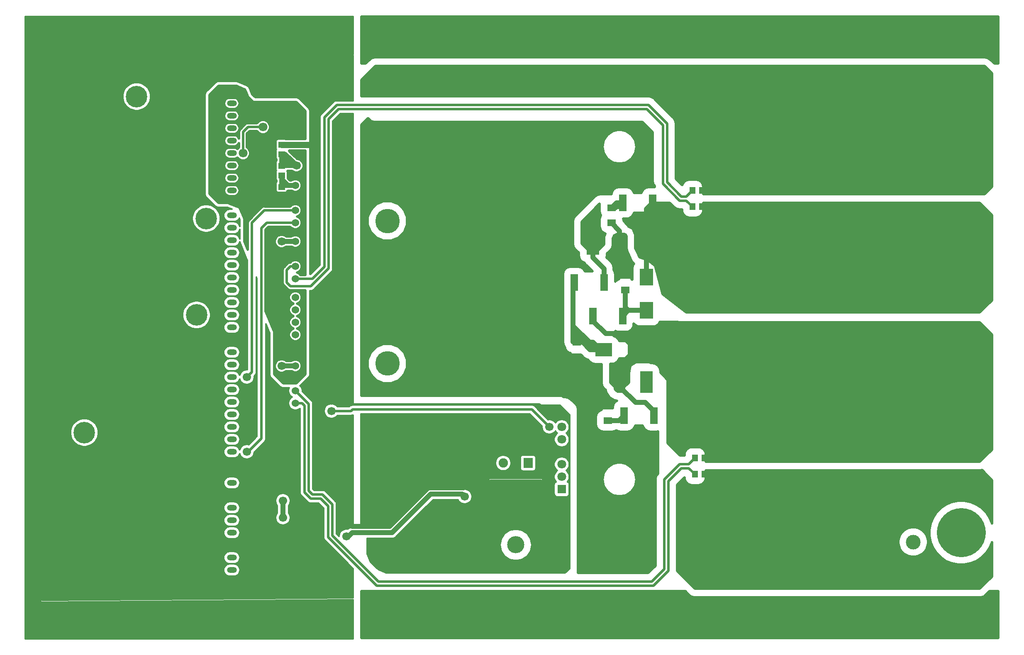
<source format=gbr>
G04 #@! TF.GenerationSoftware,KiCad,Pcbnew,(5.0.0-rc2-dev-586-g888c43477)*
G04 #@! TF.CreationDate,2018-06-17T22:52:13-03:00*
G04 #@! TF.ProjectId,Mcc18,4D636331382E6B696361645F70636200,rev?*
G04 #@! TF.SameCoordinates,Original*
G04 #@! TF.FileFunction,Copper,L1,Top,Signal*
G04 #@! TF.FilePolarity,Positive*
%FSLAX46Y46*%
G04 Gerber Fmt 4.6, Leading zero omitted, Abs format (unit mm)*
G04 Created by KiCad (PCBNEW (5.0.0-rc2-dev-586-g888c43477)) date 06/17/18 22:52:13*
%MOMM*%
%LPD*%
G01*
G04 APERTURE LIST*
%ADD10C,1.524000*%
%ADD11C,1.905000*%
%ADD12R,1.905000X2.000000*%
%ADD13O,3.500000X3.500000*%
%ADD14C,2.700000*%
%ADD15C,2.800000*%
%ADD16C,1.800000*%
%ADD17R,1.800000X1.800000*%
%ADD18R,1.295000X1.400000*%
%ADD19C,3.000000*%
%ADD20C,10.000000*%
%ADD21C,2.400000*%
%ADD22R,1.400000X1.295000*%
%ADD23R,1.495000X3.400000*%
%ADD24R,2.700000X3.500000*%
%ADD25R,3.500000X2.700000*%
%ADD26R,1.800000X1.395000*%
%ADD27C,5.000000*%
%ADD28O,2.500000X4.500000*%
%ADD29R,2.500000X4.500000*%
%ADD30C,4.400000*%
%ADD31O,2.000000X1.200000*%
%ADD32C,1.700000*%
%ADD33C,1.000000*%
%ADD34C,0.508000*%
%ADD35C,1.270000*%
%ADD36C,9.000000*%
%ADD37C,0.635000*%
%ADD38C,0.304800*%
%ADD39C,0.254000*%
G04 APERTURE END LIST*
D10*
X105410000Y-67056000D03*
X105410000Y-69596000D03*
X105410000Y-72136000D03*
X105410000Y-75946000D03*
X105410000Y-78486000D03*
X105410000Y-81026000D03*
X105410000Y-83566000D03*
X105410000Y-87376000D03*
X105410000Y-89916000D03*
X105410000Y-92456000D03*
X105410000Y-94996000D03*
X105410000Y-97536000D03*
X105410000Y-101346000D03*
X105410000Y-103886000D03*
X105410000Y-106426000D03*
X105410000Y-108966000D03*
X105410000Y-64516000D03*
D11*
X147828000Y-121158000D03*
X150368000Y-121158000D03*
D12*
X152908000Y-121158000D03*
D13*
X150368000Y-137818000D03*
D14*
X214630000Y-129300000D03*
X214630000Y-114300000D03*
X224790000Y-114300000D03*
X224790000Y-129300000D03*
D15*
X220980000Y-72644000D03*
X220980000Y-45144000D03*
X208280000Y-45144000D03*
X208280000Y-72644000D03*
X195580000Y-72644000D03*
X195580000Y-45144000D03*
X227330000Y-77148000D03*
X227330000Y-104648000D03*
D16*
X159766000Y-116332000D03*
X159766000Y-113792000D03*
X159766000Y-118872000D03*
X159766000Y-121412000D03*
X159766000Y-111252000D03*
D17*
X159766000Y-126492000D03*
D16*
X159766000Y-123952000D03*
D18*
X188419500Y-68834000D03*
X186484500Y-68834000D03*
X186484500Y-65532000D03*
X188419500Y-65532000D03*
X188927500Y-120142000D03*
X186992500Y-120142000D03*
D19*
X231495600Y-137287000D03*
X209042000Y-137287000D03*
D20*
X241300000Y-135382000D03*
X241300000Y-106680000D03*
X241300000Y-80772000D03*
X241300000Y-55118000D03*
D15*
X189230000Y-104648000D03*
X189230000Y-77148000D03*
D21*
X214630000Y-77148000D03*
X214630000Y-104648000D03*
D22*
X102616000Y-56182500D03*
X102616000Y-58117500D03*
X102616000Y-64818500D03*
X102616000Y-66753500D03*
D23*
X178277500Y-68072000D03*
X172242500Y-68072000D03*
X166146500Y-91186000D03*
X172181500Y-91186000D03*
X168371500Y-84328000D03*
X162336500Y-84328000D03*
X178531500Y-111506000D03*
X172496500Y-111506000D03*
D22*
X102616000Y-60500500D03*
X102616000Y-62435500D03*
D24*
X177038000Y-83214000D03*
X177038000Y-90014000D03*
D25*
X175104000Y-98044000D03*
X168304000Y-98044000D03*
D14*
X204470000Y-129300000D03*
X204470000Y-114300000D03*
D26*
X169926000Y-69094500D03*
X169926000Y-72129500D03*
X172720000Y-82810500D03*
X172720000Y-85845500D03*
X162814000Y-96526500D03*
X162814000Y-99561500D03*
X169164000Y-109480500D03*
X169164000Y-112515500D03*
D27*
X124206000Y-100838000D03*
X124206000Y-71755000D03*
X153289000Y-100838000D03*
X153289000Y-71755000D03*
D28*
X177016000Y-76454000D03*
X171566000Y-76454000D03*
D29*
X166116000Y-76454000D03*
X177016000Y-104648000D03*
D28*
X171566000Y-104648000D03*
X166116000Y-104648000D03*
D18*
X186992500Y-123444000D03*
X188927500Y-123444000D03*
D30*
X85267800Y-90932000D03*
D31*
X92456000Y-143002000D03*
X92456000Y-140462000D03*
X92456000Y-137922000D03*
X92456000Y-135382000D03*
X92456000Y-132842000D03*
X92456000Y-130302000D03*
X92456000Y-127762000D03*
X92456000Y-125222000D03*
X92456000Y-118872000D03*
X92456000Y-116332000D03*
X92456000Y-113792000D03*
X92456000Y-111252000D03*
X92456000Y-108712000D03*
X92456000Y-106172000D03*
X92456000Y-103632000D03*
X92456000Y-101092000D03*
X92456000Y-98552000D03*
X92456000Y-96012000D03*
X92456000Y-93472000D03*
X92456000Y-90932000D03*
X92456000Y-88392000D03*
X92456000Y-85852000D03*
X92456000Y-83312000D03*
X92456000Y-80772000D03*
X92456000Y-78232000D03*
X92456000Y-75692000D03*
X92456000Y-73152000D03*
X92456000Y-70612000D03*
X92456000Y-65532000D03*
X92456000Y-62992000D03*
X92456000Y-60452000D03*
X92456000Y-57912000D03*
X92456000Y-55372000D03*
X92456000Y-52832000D03*
X92456000Y-50292000D03*
X92456000Y-47752000D03*
X92456000Y-45212000D03*
D30*
X87225274Y-71247000D03*
X73025000Y-46355000D03*
X62357000Y-114934000D03*
D15*
X201930000Y-77148000D03*
X201930000Y-104648000D03*
D32*
X105664000Y-60452000D03*
D16*
X98806000Y-50292000D03*
D32*
X102870000Y-132334000D03*
X102870000Y-128852700D03*
X94742000Y-45973986D03*
X191262000Y-119634000D03*
X191262000Y-68834000D03*
X157226000Y-111252000D03*
X103124000Y-117856000D03*
X103124000Y-121666000D03*
X103124000Y-125730000D03*
X112776000Y-108458000D03*
X115824000Y-133350000D03*
X139973490Y-125730000D03*
X115837542Y-136106800D03*
X139954000Y-128016000D03*
X102616000Y-75946000D03*
X102616000Y-101346000D03*
D16*
X98806000Y-52578000D03*
X94742000Y-57912000D03*
D32*
X95504000Y-103632000D03*
X157226000Y-113792000D03*
X112768344Y-110538090D03*
X95504000Y-118872000D03*
X191262000Y-65532000D03*
X127762000Y-40894000D03*
X133350000Y-40894000D03*
X138938000Y-40894000D03*
X144526000Y-40894000D03*
X191262000Y-123444000D03*
X185674000Y-128778000D03*
X185674000Y-137414000D03*
D33*
X102616000Y-60500500D02*
X102616000Y-58117500D01*
X102664500Y-60452000D02*
X102616000Y-60500500D01*
X105664000Y-60452000D02*
X105664000Y-60452000D01*
X102616000Y-58117500D02*
X103329500Y-58117500D01*
X103303000Y-60452000D02*
X103124000Y-60273000D01*
X104140000Y-60452000D02*
X103303000Y-60452000D01*
X103124000Y-60273000D02*
X103124000Y-59182000D01*
X103124000Y-59182000D02*
X103886000Y-59944000D01*
X104140000Y-59944000D02*
X104648000Y-59436000D01*
X103886000Y-59944000D02*
X104140000Y-59944000D01*
X103329500Y-58117500D02*
X104648000Y-59436000D01*
X104648000Y-59436000D02*
X105664000Y-60452000D01*
X105664000Y-60452000D02*
X102664500Y-60452000D01*
X102918500Y-67056000D02*
X102616000Y-66753500D01*
X105410000Y-67056000D02*
X102918500Y-67056000D01*
D34*
X94716600Y-49250600D02*
X94716600Y-48260000D01*
X95758000Y-50292000D02*
X94716600Y-49250600D01*
X98806000Y-50292000D02*
X95758000Y-50292000D01*
X94716600Y-48488600D02*
X94716600Y-48260000D01*
D33*
X102870000Y-132334000D02*
X102870000Y-128852700D01*
D34*
X94742000Y-48234600D02*
X94742000Y-47176067D01*
X94742000Y-47176067D02*
X94742000Y-45973986D01*
X94716600Y-48260000D02*
X94742000Y-48234600D01*
D33*
X102918500Y-64516000D02*
X102616000Y-64818500D01*
X102616000Y-62435500D02*
X102616000Y-64818500D01*
X102616000Y-63246000D02*
X103886000Y-64516000D01*
X102616000Y-62435500D02*
X102616000Y-63246000D01*
X105410000Y-64516000D02*
X103886000Y-64516000D01*
X103886000Y-64516000D02*
X102918500Y-64516000D01*
X170948500Y-68072000D02*
X169926000Y-69094500D01*
X172242500Y-68072000D02*
X170948500Y-68072000D01*
X169926000Y-69094500D02*
X170681500Y-69094500D01*
X170681500Y-69094500D02*
X170942000Y-68834000D01*
X171450000Y-68834000D02*
X170942000Y-68834000D01*
X172720000Y-90647500D02*
X172181500Y-91186000D01*
X173353500Y-90014000D02*
X172181500Y-91186000D01*
X177038000Y-90014000D02*
X173353500Y-90014000D01*
X173326000Y-90014000D02*
X172720000Y-89408000D01*
X173353500Y-90014000D02*
X173326000Y-90014000D01*
X172720000Y-85845500D02*
X172720000Y-89408000D01*
X172720000Y-89408000D02*
X172720000Y-90647500D01*
X167379500Y-97790000D02*
X166116000Y-96526500D01*
X168304000Y-97790000D02*
X167379500Y-97790000D01*
X162336500Y-84328000D02*
X162336500Y-85313500D01*
X162067240Y-84597260D02*
X162336500Y-84328000D01*
X162814000Y-96526500D02*
X162202980Y-96526500D01*
X162202980Y-96526500D02*
X162067240Y-96390760D01*
X165554000Y-98044000D02*
X164837720Y-97327720D01*
X168304000Y-98044000D02*
X165554000Y-98044000D01*
X162814000Y-96526500D02*
X163099900Y-96526500D01*
X166917220Y-97327720D02*
X167069620Y-97480120D01*
X165928040Y-97327720D02*
X166917220Y-97327720D01*
X164837720Y-97327720D02*
X167069620Y-97480120D01*
X162067240Y-93178780D02*
X162067240Y-91678760D01*
X165414960Y-96526500D02*
X162067240Y-93178780D01*
X162067240Y-91678760D02*
X162067240Y-84597260D01*
X162067240Y-96390760D02*
X162067240Y-91678760D01*
X166116000Y-96526500D02*
X165414960Y-96526500D01*
X162814000Y-94829000D02*
X162626040Y-94641040D01*
X162814000Y-96526500D02*
X162814000Y-94829000D01*
X162626040Y-94641040D02*
X162626040Y-94736920D01*
X164084000Y-96194880D02*
X164084000Y-96526500D01*
X162626040Y-94736920D02*
X164084000Y-96194880D01*
X165414960Y-96526500D02*
X164084000Y-96526500D01*
X164837720Y-96650220D02*
X164714000Y-96526500D01*
X164714000Y-96526500D02*
X162814000Y-96526500D01*
X164837720Y-97327720D02*
X164837720Y-96650220D01*
X164837720Y-97280220D02*
X164084000Y-96526500D01*
X164837720Y-97327720D02*
X164837720Y-97280220D01*
X169164000Y-112515500D02*
X171487000Y-112515500D01*
X172496500Y-111506000D02*
X171487000Y-112515500D01*
X171566000Y-101328000D02*
X175104000Y-97790000D01*
X171566000Y-104648000D02*
X171566000Y-101328000D01*
X166146500Y-92138500D02*
X166146500Y-91186000D01*
X171656000Y-94742000D02*
X168750000Y-94742000D01*
X175104000Y-97790000D02*
X174704000Y-97790000D01*
X168750000Y-94742000D02*
X166146500Y-92138500D01*
X174704000Y-97790000D02*
X171656000Y-94742000D01*
X171566000Y-104648000D02*
X171566000Y-105780000D01*
X171566000Y-105780000D02*
X171820000Y-105780000D01*
X178531500Y-110553500D02*
X178531500Y-111506000D01*
X174846000Y-108806000D02*
X176784000Y-108806000D01*
X176784000Y-108806000D02*
X178531500Y-110553500D01*
X171820000Y-105780000D02*
X174846000Y-108806000D01*
X188950501Y-120142000D02*
X189458501Y-119634000D01*
X190059919Y-119634000D02*
X191262000Y-119634000D01*
X189458501Y-119634000D02*
X190059919Y-119634000D01*
X177016000Y-83192000D02*
X177038000Y-83214000D01*
X177016000Y-76454000D02*
X177016000Y-83192000D01*
X168371500Y-81503500D02*
X166116000Y-79248000D01*
X168371500Y-84328000D02*
X168371500Y-81503500D01*
X166116000Y-76454000D02*
X166116000Y-79248000D01*
X177016000Y-69333500D02*
X178277500Y-68072000D01*
X177016000Y-76454000D02*
X177016000Y-69333500D01*
X191262000Y-68834000D02*
X188902001Y-68834000D01*
X171566000Y-81656500D02*
X172720000Y-82810500D01*
X171566000Y-76454000D02*
X171566000Y-81656500D01*
X162814000Y-101346000D02*
X166116000Y-104648000D01*
X162814000Y-99561500D02*
X162814000Y-101346000D01*
X166116000Y-109226500D02*
X166116000Y-104648000D01*
X171566000Y-76454000D02*
X171566000Y-75554000D01*
X171566000Y-73769500D02*
X169926000Y-72129500D01*
X171566000Y-76454000D02*
X171566000Y-73769500D01*
D34*
X116332000Y-108458000D02*
X112776000Y-108458000D01*
X117094000Y-109220000D02*
X116332000Y-108458000D01*
X157226000Y-111252000D02*
X155194000Y-109220000D01*
X155194000Y-109220000D02*
X117094000Y-109220000D01*
X103824000Y-56182500D02*
X103826300Y-56184800D01*
D35*
X102616000Y-56182500D02*
X103824000Y-56182500D01*
X103826300Y-56184800D02*
X109423200Y-56184800D01*
D34*
X109423200Y-56184800D02*
X109448600Y-56159400D01*
X109448600Y-49747736D02*
X108051600Y-48350736D01*
X109448600Y-56159400D02*
X109448600Y-49747736D01*
D33*
X117059190Y-134077190D02*
X124607132Y-134077190D01*
X115824000Y-133350000D02*
X116332000Y-133350000D01*
X116332000Y-133350000D02*
X117059190Y-134077190D01*
X124607132Y-134077190D02*
X132481131Y-126203190D01*
X132481131Y-126203190D02*
X139317704Y-126203190D01*
X139317704Y-126203190D02*
X139697249Y-126203190D01*
X139697249Y-126203190D02*
X139973490Y-125926949D01*
X116278306Y-136106800D02*
X117003106Y-135382000D01*
X115837542Y-136106800D02*
X116278306Y-136106800D01*
X117003106Y-135382000D02*
X125147600Y-135382000D01*
X125147600Y-135382000D02*
X133021600Y-127508000D01*
X133021600Y-127508000D02*
X139446000Y-127508000D01*
X139446000Y-127508000D02*
X139954000Y-128016000D01*
X105410000Y-75946000D02*
X102616000Y-75946000D01*
X105410000Y-101346000D02*
X102616000Y-101346000D01*
D34*
X98552000Y-52578000D02*
X95758000Y-52578000D01*
X95758000Y-52578000D02*
X94742000Y-53594000D01*
X94742000Y-53594000D02*
X94742000Y-57912000D01*
X105410000Y-69596000D02*
X99060000Y-69596000D01*
X99060000Y-69596000D02*
X96520000Y-72136000D01*
X96520000Y-72136000D02*
X96520000Y-102616000D01*
X96520000Y-102616000D02*
X95504000Y-103632000D01*
X117088560Y-110236000D02*
X116786470Y-110538090D01*
X153670000Y-110236000D02*
X117088560Y-110236000D01*
X116786470Y-110538090D02*
X112768344Y-110538090D01*
X157226000Y-113792000D02*
X153670000Y-110236000D01*
X95758000Y-118872000D02*
X95504000Y-118872000D01*
X98500000Y-116130000D02*
X95758000Y-118872000D01*
X98500000Y-73204000D02*
X98500000Y-116130000D01*
X105410000Y-72136000D02*
X99568000Y-72136000D01*
X99568000Y-72136000D02*
X98500000Y-73204000D01*
D36*
X233318000Y-48088000D02*
X240094000Y-54864000D01*
D33*
X191262000Y-65532000D02*
X188902001Y-65532000D01*
X191262000Y-123444000D02*
X188902001Y-123444000D01*
D37*
X105810000Y-108966000D02*
X105410000Y-108966000D01*
D34*
X106800527Y-108966000D02*
X105410000Y-108966000D01*
X185695400Y-122199400D02*
X184191338Y-122199400D01*
X186992500Y-123444000D02*
X186940000Y-123444000D01*
X181508400Y-143170338D02*
X178476338Y-146202400D01*
X107289600Y-127168338D02*
X107289600Y-109455073D01*
X186940000Y-123444000D02*
X185695400Y-122199400D01*
X181508400Y-124882338D02*
X181508400Y-143170338D01*
X107289600Y-109455073D02*
X106800527Y-108966000D01*
X112115600Y-129962338D02*
X110575662Y-128422400D01*
X184191338Y-122199400D02*
X181508400Y-124882338D01*
X110575662Y-128422400D02*
X108543662Y-128422400D01*
X108543662Y-128422400D02*
X107289600Y-127168338D01*
X178476338Y-146202400D02*
X122005662Y-146202400D01*
X122005662Y-146202400D02*
X112115600Y-136312338D01*
X112115600Y-136312338D02*
X112115600Y-129962338D01*
X186992500Y-120142000D02*
X186992500Y-120347500D01*
X107375264Y-108391264D02*
X105410000Y-106426000D01*
X108102400Y-126831662D02*
X108102400Y-109118400D01*
X108880338Y-127609600D02*
X108102400Y-126831662D01*
X110912338Y-127609600D02*
X108880338Y-127609600D01*
X112928400Y-129625662D02*
X110912338Y-127609600D01*
X180695600Y-124545662D02*
X180695600Y-142833662D01*
X183854662Y-121386600D02*
X180695600Y-124545662D01*
X180695600Y-142833662D02*
X178139662Y-145389600D01*
X185695400Y-121386600D02*
X183854662Y-121386600D01*
X108102400Y-109118400D02*
X107375264Y-108391264D01*
X186940000Y-120142000D02*
X185695400Y-121386600D01*
X186992500Y-120142000D02*
X186940000Y-120142000D01*
X178139662Y-145389600D02*
X122342338Y-145389600D01*
X112928400Y-135975662D02*
X112928400Y-129625662D01*
X122342338Y-145389600D02*
X112928400Y-135975662D01*
X108899262Y-83566000D02*
X105410000Y-83566000D01*
X111353600Y-81111662D02*
X108899262Y-83566000D01*
X111353600Y-50631662D02*
X111353600Y-81111662D01*
X177460338Y-48107600D02*
X113877662Y-48107600D01*
X186484500Y-65532000D02*
X186432000Y-65532000D01*
X185187400Y-66776600D02*
X184191338Y-66776600D01*
X184191338Y-66776600D02*
X181254400Y-63839662D01*
X186432000Y-65532000D02*
X185187400Y-66776600D01*
X181254400Y-63839662D02*
X181254400Y-51901662D01*
X113877662Y-48107600D02*
X111353600Y-50631662D01*
X181254400Y-51901662D02*
X177460338Y-48107600D01*
D37*
X186484500Y-68834000D02*
X186484500Y-68781500D01*
D34*
X104394000Y-85090000D02*
X103632000Y-84328000D01*
X104394000Y-81026000D02*
X105410000Y-81026000D01*
X180441600Y-64176338D02*
X180441600Y-52238338D01*
X108524720Y-85090000D02*
X104394000Y-85090000D01*
X183854662Y-67589400D02*
X180441600Y-64176338D01*
X185187400Y-67589400D02*
X183854662Y-67589400D01*
X103632000Y-84328000D02*
X103632000Y-81788000D01*
X186484500Y-68834000D02*
X186432000Y-68834000D01*
X109388320Y-84226400D02*
X108524720Y-85090000D01*
X186432000Y-68834000D02*
X185187400Y-67589400D01*
X177123662Y-48920400D02*
X114214338Y-48920400D01*
X114214338Y-48920400D02*
X112166400Y-50968338D01*
X112166400Y-50968338D02*
X112166400Y-81448338D01*
X112166400Y-81448338D02*
X109388338Y-84226400D01*
X180441600Y-52238338D02*
X177123662Y-48920400D01*
X109388338Y-84226400D02*
X109388320Y-84226400D01*
X103632000Y-81788000D02*
X104394000Y-81026000D01*
G36*
X95106121Y-44919331D02*
X95168051Y-44981261D01*
X95777335Y-46452202D01*
X95832395Y-46534605D01*
X96721395Y-47423605D01*
X96803798Y-47478665D01*
X96901000Y-47498000D01*
X105590790Y-47498000D01*
X107442000Y-49349210D01*
X107442000Y-54991000D01*
X103953137Y-54991000D01*
X103941574Y-54988700D01*
X103433877Y-54988700D01*
X103316000Y-54965253D01*
X101916000Y-54965253D01*
X101697967Y-55008622D01*
X101513128Y-55132128D01*
X101389622Y-55316967D01*
X101346253Y-55535000D01*
X101346253Y-56830000D01*
X101389622Y-57048033D01*
X101457754Y-57150000D01*
X101389622Y-57251967D01*
X101346253Y-57470000D01*
X101346253Y-58765000D01*
X101389622Y-58983033D01*
X101513128Y-59167872D01*
X101557201Y-59197320D01*
X101557200Y-59420680D01*
X101513128Y-59450128D01*
X101389622Y-59634967D01*
X101346253Y-59853000D01*
X101346253Y-61148000D01*
X101389622Y-61366033D01*
X101457754Y-61468000D01*
X101389622Y-61569967D01*
X101346253Y-61788000D01*
X101346253Y-63083000D01*
X101389622Y-63301033D01*
X101513128Y-63485872D01*
X101557200Y-63515320D01*
X101557201Y-63738680D01*
X101513128Y-63768128D01*
X101389622Y-63952967D01*
X101346253Y-64171000D01*
X101346253Y-65466000D01*
X101389622Y-65684033D01*
X101513128Y-65868872D01*
X101697967Y-65992378D01*
X101916000Y-66035747D01*
X103316000Y-66035747D01*
X103534033Y-65992378D01*
X103718872Y-65868872D01*
X103842378Y-65684033D01*
X103860970Y-65590563D01*
X103885999Y-65595542D01*
X103990277Y-65574800D01*
X104600907Y-65574800D01*
X104661827Y-65635720D01*
X105147277Y-65836800D01*
X105672723Y-65836800D01*
X106158173Y-65635720D01*
X106529720Y-65264173D01*
X106730800Y-64778723D01*
X106730800Y-64253277D01*
X106529720Y-63767827D01*
X106158173Y-63396280D01*
X105672723Y-63195200D01*
X105147277Y-63195200D01*
X104661827Y-63396280D01*
X104600907Y-63457200D01*
X104324570Y-63457200D01*
X103885747Y-63018378D01*
X103885747Y-61788000D01*
X103842378Y-61569967D01*
X103802844Y-61510800D01*
X104730456Y-61510800D01*
X104865979Y-61646323D01*
X105383772Y-61860800D01*
X105944228Y-61860800D01*
X106462021Y-61646323D01*
X106858323Y-61250021D01*
X107072800Y-60732228D01*
X107072800Y-60171772D01*
X106858323Y-59653979D01*
X106462021Y-59257677D01*
X105944228Y-59043200D01*
X105752569Y-59043200D01*
X105470419Y-58761049D01*
X105411351Y-58672649D01*
X105322950Y-58613581D01*
X104151923Y-57442554D01*
X104109190Y-57378600D01*
X107442000Y-57378600D01*
X107442000Y-82753200D01*
X106465093Y-82753200D01*
X106158173Y-82446280D01*
X105795365Y-82296000D01*
X106158173Y-82145720D01*
X106529720Y-81774173D01*
X106730800Y-81288723D01*
X106730800Y-80763277D01*
X106529720Y-80277827D01*
X106158173Y-79906280D01*
X105672723Y-79705200D01*
X105147277Y-79705200D01*
X104661827Y-79906280D01*
X104365077Y-80203030D01*
X104313950Y-80213200D01*
X104076861Y-80260360D01*
X103808004Y-80440004D01*
X103762658Y-80507869D01*
X103113869Y-81156659D01*
X103046005Y-81202004D01*
X103000660Y-81269868D01*
X102866360Y-81470862D01*
X102803277Y-81788000D01*
X102819201Y-81868055D01*
X102819200Y-84247950D01*
X102803277Y-84328000D01*
X102819200Y-84408049D01*
X102866360Y-84645138D01*
X103046004Y-84913996D01*
X103113871Y-84959343D01*
X103762658Y-85608131D01*
X103808004Y-85675996D01*
X104076861Y-85855640D01*
X104313950Y-85902800D01*
X104394000Y-85918723D01*
X104474050Y-85902800D01*
X107442000Y-85902800D01*
X107442000Y-103050790D01*
X105590790Y-104902000D01*
X102943210Y-104902000D01*
X101092000Y-103050790D01*
X101092000Y-101065772D01*
X101207200Y-101065772D01*
X101207200Y-101626228D01*
X101421677Y-102144021D01*
X101817979Y-102540323D01*
X102335772Y-102754800D01*
X102896228Y-102754800D01*
X103414021Y-102540323D01*
X103549544Y-102404800D01*
X104600907Y-102404800D01*
X104661827Y-102465720D01*
X105147277Y-102666800D01*
X105672723Y-102666800D01*
X106158173Y-102465720D01*
X106529720Y-102094173D01*
X106730800Y-101608723D01*
X106730800Y-101083277D01*
X106529720Y-100597827D01*
X106158173Y-100226280D01*
X105672723Y-100025200D01*
X105147277Y-100025200D01*
X104661827Y-100226280D01*
X104600907Y-100287200D01*
X103549544Y-100287200D01*
X103414021Y-100151677D01*
X102896228Y-99937200D01*
X102335772Y-99937200D01*
X101817979Y-100151677D01*
X101421677Y-100547979D01*
X101207200Y-101065772D01*
X101092000Y-101065772D01*
X101092000Y-94506051D01*
X101072665Y-94408849D01*
X99312800Y-90160159D01*
X99312800Y-87113277D01*
X104089200Y-87113277D01*
X104089200Y-87638723D01*
X104290280Y-88124173D01*
X104661827Y-88495720D01*
X105024635Y-88646000D01*
X104661827Y-88796280D01*
X104290280Y-89167827D01*
X104089200Y-89653277D01*
X104089200Y-90178723D01*
X104290280Y-90664173D01*
X104661827Y-91035720D01*
X105024635Y-91186000D01*
X104661827Y-91336280D01*
X104290280Y-91707827D01*
X104089200Y-92193277D01*
X104089200Y-92718723D01*
X104290280Y-93204173D01*
X104661827Y-93575720D01*
X105024635Y-93726000D01*
X104661827Y-93876280D01*
X104290280Y-94247827D01*
X104089200Y-94733277D01*
X104089200Y-95258723D01*
X104290280Y-95744173D01*
X104661827Y-96115720D01*
X105147277Y-96316800D01*
X105672723Y-96316800D01*
X106158173Y-96115720D01*
X106529720Y-95744173D01*
X106730800Y-95258723D01*
X106730800Y-94733277D01*
X106529720Y-94247827D01*
X106158173Y-93876280D01*
X105795365Y-93726000D01*
X106158173Y-93575720D01*
X106529720Y-93204173D01*
X106730800Y-92718723D01*
X106730800Y-92193277D01*
X106529720Y-91707827D01*
X106158173Y-91336280D01*
X105795365Y-91186000D01*
X106158173Y-91035720D01*
X106529720Y-90664173D01*
X106730800Y-90178723D01*
X106730800Y-89653277D01*
X106529720Y-89167827D01*
X106158173Y-88796280D01*
X105795365Y-88646000D01*
X106158173Y-88495720D01*
X106529720Y-88124173D01*
X106730800Y-87638723D01*
X106730800Y-87113277D01*
X106529720Y-86627827D01*
X106158173Y-86256280D01*
X105672723Y-86055200D01*
X105147277Y-86055200D01*
X104661827Y-86256280D01*
X104290280Y-86627827D01*
X104089200Y-87113277D01*
X99312800Y-87113277D01*
X99312800Y-75665772D01*
X101207200Y-75665772D01*
X101207200Y-76226228D01*
X101421677Y-76744021D01*
X101817979Y-77140323D01*
X102335772Y-77354800D01*
X102896228Y-77354800D01*
X103414021Y-77140323D01*
X103549544Y-77004800D01*
X104600907Y-77004800D01*
X104661827Y-77065720D01*
X105147277Y-77266800D01*
X105672723Y-77266800D01*
X106158173Y-77065720D01*
X106529720Y-76694173D01*
X106730800Y-76208723D01*
X106730800Y-75683277D01*
X106529720Y-75197827D01*
X106158173Y-74826280D01*
X105672723Y-74625200D01*
X105147277Y-74625200D01*
X104661827Y-74826280D01*
X104600907Y-74887200D01*
X103549544Y-74887200D01*
X103414021Y-74751677D01*
X102896228Y-74537200D01*
X102335772Y-74537200D01*
X101817979Y-74751677D01*
X101421677Y-75147979D01*
X101207200Y-75665772D01*
X99312800Y-75665772D01*
X99312800Y-73540672D01*
X99904673Y-72948800D01*
X104354907Y-72948800D01*
X104661827Y-73255720D01*
X105147277Y-73456800D01*
X105672723Y-73456800D01*
X106158173Y-73255720D01*
X106529720Y-72884173D01*
X106730800Y-72398723D01*
X106730800Y-71873277D01*
X106529720Y-71387827D01*
X106158173Y-71016280D01*
X105795365Y-70866000D01*
X106158173Y-70715720D01*
X106529720Y-70344173D01*
X106730800Y-69858723D01*
X106730800Y-69333277D01*
X106529720Y-68847827D01*
X106158173Y-68476280D01*
X105672723Y-68275200D01*
X105147277Y-68275200D01*
X104661827Y-68476280D01*
X104354907Y-68783200D01*
X99140049Y-68783200D01*
X99059999Y-68767277D01*
X98742861Y-68830360D01*
X98474004Y-69010004D01*
X98428657Y-69077871D01*
X96001871Y-71504657D01*
X95934004Y-71550004D01*
X95831398Y-71703566D01*
X95754360Y-71818862D01*
X95691277Y-72136000D01*
X95707200Y-72216050D01*
X95707200Y-77644465D01*
X94996000Y-75927477D01*
X94996000Y-71361236D01*
X94976665Y-71264034D01*
X94087665Y-69117798D01*
X94032605Y-69035395D01*
X93950202Y-68980335D01*
X91803966Y-68091335D01*
X91706764Y-68072000D01*
X89735210Y-68072000D01*
X87884000Y-66220790D01*
X87884000Y-65532000D01*
X90874498Y-65532000D01*
X90964434Y-65984141D01*
X91220552Y-66367448D01*
X91603859Y-66623566D01*
X91941869Y-66690800D01*
X92970131Y-66690800D01*
X93308141Y-66623566D01*
X93691448Y-66367448D01*
X93947566Y-65984141D01*
X94037502Y-65532000D01*
X93947566Y-65079859D01*
X93691448Y-64696552D01*
X93308141Y-64440434D01*
X92970131Y-64373200D01*
X91941869Y-64373200D01*
X91603859Y-64440434D01*
X91220552Y-64696552D01*
X90964434Y-65079859D01*
X90874498Y-65532000D01*
X87884000Y-65532000D01*
X87884000Y-62992000D01*
X90874498Y-62992000D01*
X90964434Y-63444141D01*
X91220552Y-63827448D01*
X91603859Y-64083566D01*
X91941869Y-64150800D01*
X92970131Y-64150800D01*
X93308141Y-64083566D01*
X93691448Y-63827448D01*
X93947566Y-63444141D01*
X94037502Y-62992000D01*
X93947566Y-62539859D01*
X93691448Y-62156552D01*
X93308141Y-61900434D01*
X92970131Y-61833200D01*
X91941869Y-61833200D01*
X91603859Y-61900434D01*
X91220552Y-62156552D01*
X90964434Y-62539859D01*
X90874498Y-62992000D01*
X87884000Y-62992000D01*
X87884000Y-60452000D01*
X90874498Y-60452000D01*
X90964434Y-60904141D01*
X91220552Y-61287448D01*
X91603859Y-61543566D01*
X91941869Y-61610800D01*
X92970131Y-61610800D01*
X93308141Y-61543566D01*
X93691448Y-61287448D01*
X93947566Y-60904141D01*
X94037502Y-60452000D01*
X93947566Y-59999859D01*
X93691448Y-59616552D01*
X93308141Y-59360434D01*
X92970131Y-59293200D01*
X91941869Y-59293200D01*
X91603859Y-59360434D01*
X91220552Y-59616552D01*
X90964434Y-59999859D01*
X90874498Y-60452000D01*
X87884000Y-60452000D01*
X87884000Y-55372000D01*
X90874498Y-55372000D01*
X90964434Y-55824141D01*
X91220552Y-56207448D01*
X91603859Y-56463566D01*
X91941869Y-56530800D01*
X92970131Y-56530800D01*
X93308141Y-56463566D01*
X93691448Y-56207448D01*
X93929201Y-55851627D01*
X93929201Y-56669679D01*
X93915656Y-56675289D01*
X93585311Y-57005634D01*
X93308141Y-56820434D01*
X92970131Y-56753200D01*
X91941869Y-56753200D01*
X91603859Y-56820434D01*
X91220552Y-57076552D01*
X90964434Y-57459859D01*
X90874498Y-57912000D01*
X90964434Y-58364141D01*
X91220552Y-58747448D01*
X91603859Y-59003566D01*
X91941869Y-59070800D01*
X92970131Y-59070800D01*
X93308141Y-59003566D01*
X93585311Y-58818366D01*
X93915656Y-59148711D01*
X94451827Y-59370800D01*
X95032173Y-59370800D01*
X95568344Y-59148711D01*
X95978711Y-58738344D01*
X96200800Y-58202173D01*
X96200800Y-57621827D01*
X95978711Y-57085656D01*
X95568344Y-56675289D01*
X95554800Y-56669679D01*
X95554800Y-53930672D01*
X96094673Y-53390800D01*
X97563679Y-53390800D01*
X97569289Y-53404344D01*
X97979656Y-53814711D01*
X98515827Y-54036800D01*
X99096173Y-54036800D01*
X99632344Y-53814711D01*
X100042711Y-53404344D01*
X100264800Y-52868173D01*
X100264800Y-52287827D01*
X100042711Y-51751656D01*
X99632344Y-51341289D01*
X99096173Y-51119200D01*
X98515827Y-51119200D01*
X97979656Y-51341289D01*
X97569289Y-51751656D01*
X97563679Y-51765200D01*
X95838050Y-51765200D01*
X95758000Y-51749277D01*
X95677950Y-51765200D01*
X95440861Y-51812360D01*
X95172004Y-51992004D01*
X95126658Y-52059869D01*
X94223871Y-52962657D01*
X94156004Y-53008004D01*
X93976361Y-53276861D01*
X93976360Y-53276862D01*
X93913277Y-53594000D01*
X93929200Y-53674050D01*
X93929200Y-54892373D01*
X93691448Y-54536552D01*
X93308141Y-54280434D01*
X92970131Y-54213200D01*
X91941869Y-54213200D01*
X91603859Y-54280434D01*
X91220552Y-54536552D01*
X90964434Y-54919859D01*
X90874498Y-55372000D01*
X87884000Y-55372000D01*
X87884000Y-52832000D01*
X90874498Y-52832000D01*
X90964434Y-53284141D01*
X91220552Y-53667448D01*
X91603859Y-53923566D01*
X91941869Y-53990800D01*
X92970131Y-53990800D01*
X93308141Y-53923566D01*
X93691448Y-53667448D01*
X93947566Y-53284141D01*
X94037502Y-52832000D01*
X93947566Y-52379859D01*
X93691448Y-51996552D01*
X93308141Y-51740434D01*
X92970131Y-51673200D01*
X91941869Y-51673200D01*
X91603859Y-51740434D01*
X91220552Y-51996552D01*
X90964434Y-52379859D01*
X90874498Y-52832000D01*
X87884000Y-52832000D01*
X87884000Y-50292000D01*
X90874498Y-50292000D01*
X90964434Y-50744141D01*
X91220552Y-51127448D01*
X91603859Y-51383566D01*
X91941869Y-51450800D01*
X92970131Y-51450800D01*
X93308141Y-51383566D01*
X93691448Y-51127448D01*
X93947566Y-50744141D01*
X94037502Y-50292000D01*
X93947566Y-49839859D01*
X93691448Y-49456552D01*
X93308141Y-49200434D01*
X92970131Y-49133200D01*
X91941869Y-49133200D01*
X91603859Y-49200434D01*
X91220552Y-49456552D01*
X90964434Y-49839859D01*
X90874498Y-50292000D01*
X87884000Y-50292000D01*
X87884000Y-47752000D01*
X90874498Y-47752000D01*
X90964434Y-48204141D01*
X91220552Y-48587448D01*
X91603859Y-48843566D01*
X91941869Y-48910800D01*
X92970131Y-48910800D01*
X93308141Y-48843566D01*
X93691448Y-48587448D01*
X93947566Y-48204141D01*
X94037502Y-47752000D01*
X93947566Y-47299859D01*
X93691448Y-46916552D01*
X93308141Y-46660434D01*
X92970131Y-46593200D01*
X91941869Y-46593200D01*
X91603859Y-46660434D01*
X91220552Y-46916552D01*
X90964434Y-47299859D01*
X90874498Y-47752000D01*
X87884000Y-47752000D01*
X87884000Y-46047210D01*
X89735210Y-44196000D01*
X93359846Y-44196000D01*
X95106121Y-44919331D01*
X95106121Y-44919331D01*
G37*
X95106121Y-44919331D02*
X95168051Y-44981261D01*
X95777335Y-46452202D01*
X95832395Y-46534605D01*
X96721395Y-47423605D01*
X96803798Y-47478665D01*
X96901000Y-47498000D01*
X105590790Y-47498000D01*
X107442000Y-49349210D01*
X107442000Y-54991000D01*
X103953137Y-54991000D01*
X103941574Y-54988700D01*
X103433877Y-54988700D01*
X103316000Y-54965253D01*
X101916000Y-54965253D01*
X101697967Y-55008622D01*
X101513128Y-55132128D01*
X101389622Y-55316967D01*
X101346253Y-55535000D01*
X101346253Y-56830000D01*
X101389622Y-57048033D01*
X101457754Y-57150000D01*
X101389622Y-57251967D01*
X101346253Y-57470000D01*
X101346253Y-58765000D01*
X101389622Y-58983033D01*
X101513128Y-59167872D01*
X101557201Y-59197320D01*
X101557200Y-59420680D01*
X101513128Y-59450128D01*
X101389622Y-59634967D01*
X101346253Y-59853000D01*
X101346253Y-61148000D01*
X101389622Y-61366033D01*
X101457754Y-61468000D01*
X101389622Y-61569967D01*
X101346253Y-61788000D01*
X101346253Y-63083000D01*
X101389622Y-63301033D01*
X101513128Y-63485872D01*
X101557200Y-63515320D01*
X101557201Y-63738680D01*
X101513128Y-63768128D01*
X101389622Y-63952967D01*
X101346253Y-64171000D01*
X101346253Y-65466000D01*
X101389622Y-65684033D01*
X101513128Y-65868872D01*
X101697967Y-65992378D01*
X101916000Y-66035747D01*
X103316000Y-66035747D01*
X103534033Y-65992378D01*
X103718872Y-65868872D01*
X103842378Y-65684033D01*
X103860970Y-65590563D01*
X103885999Y-65595542D01*
X103990277Y-65574800D01*
X104600907Y-65574800D01*
X104661827Y-65635720D01*
X105147277Y-65836800D01*
X105672723Y-65836800D01*
X106158173Y-65635720D01*
X106529720Y-65264173D01*
X106730800Y-64778723D01*
X106730800Y-64253277D01*
X106529720Y-63767827D01*
X106158173Y-63396280D01*
X105672723Y-63195200D01*
X105147277Y-63195200D01*
X104661827Y-63396280D01*
X104600907Y-63457200D01*
X104324570Y-63457200D01*
X103885747Y-63018378D01*
X103885747Y-61788000D01*
X103842378Y-61569967D01*
X103802844Y-61510800D01*
X104730456Y-61510800D01*
X104865979Y-61646323D01*
X105383772Y-61860800D01*
X105944228Y-61860800D01*
X106462021Y-61646323D01*
X106858323Y-61250021D01*
X107072800Y-60732228D01*
X107072800Y-60171772D01*
X106858323Y-59653979D01*
X106462021Y-59257677D01*
X105944228Y-59043200D01*
X105752569Y-59043200D01*
X105470419Y-58761049D01*
X105411351Y-58672649D01*
X105322950Y-58613581D01*
X104151923Y-57442554D01*
X104109190Y-57378600D01*
X107442000Y-57378600D01*
X107442000Y-82753200D01*
X106465093Y-82753200D01*
X106158173Y-82446280D01*
X105795365Y-82296000D01*
X106158173Y-82145720D01*
X106529720Y-81774173D01*
X106730800Y-81288723D01*
X106730800Y-80763277D01*
X106529720Y-80277827D01*
X106158173Y-79906280D01*
X105672723Y-79705200D01*
X105147277Y-79705200D01*
X104661827Y-79906280D01*
X104365077Y-80203030D01*
X104313950Y-80213200D01*
X104076861Y-80260360D01*
X103808004Y-80440004D01*
X103762658Y-80507869D01*
X103113869Y-81156659D01*
X103046005Y-81202004D01*
X103000660Y-81269868D01*
X102866360Y-81470862D01*
X102803277Y-81788000D01*
X102819201Y-81868055D01*
X102819200Y-84247950D01*
X102803277Y-84328000D01*
X102819200Y-84408049D01*
X102866360Y-84645138D01*
X103046004Y-84913996D01*
X103113871Y-84959343D01*
X103762658Y-85608131D01*
X103808004Y-85675996D01*
X104076861Y-85855640D01*
X104313950Y-85902800D01*
X104394000Y-85918723D01*
X104474050Y-85902800D01*
X107442000Y-85902800D01*
X107442000Y-103050790D01*
X105590790Y-104902000D01*
X102943210Y-104902000D01*
X101092000Y-103050790D01*
X101092000Y-101065772D01*
X101207200Y-101065772D01*
X101207200Y-101626228D01*
X101421677Y-102144021D01*
X101817979Y-102540323D01*
X102335772Y-102754800D01*
X102896228Y-102754800D01*
X103414021Y-102540323D01*
X103549544Y-102404800D01*
X104600907Y-102404800D01*
X104661827Y-102465720D01*
X105147277Y-102666800D01*
X105672723Y-102666800D01*
X106158173Y-102465720D01*
X106529720Y-102094173D01*
X106730800Y-101608723D01*
X106730800Y-101083277D01*
X106529720Y-100597827D01*
X106158173Y-100226280D01*
X105672723Y-100025200D01*
X105147277Y-100025200D01*
X104661827Y-100226280D01*
X104600907Y-100287200D01*
X103549544Y-100287200D01*
X103414021Y-100151677D01*
X102896228Y-99937200D01*
X102335772Y-99937200D01*
X101817979Y-100151677D01*
X101421677Y-100547979D01*
X101207200Y-101065772D01*
X101092000Y-101065772D01*
X101092000Y-94506051D01*
X101072665Y-94408849D01*
X99312800Y-90160159D01*
X99312800Y-87113277D01*
X104089200Y-87113277D01*
X104089200Y-87638723D01*
X104290280Y-88124173D01*
X104661827Y-88495720D01*
X105024635Y-88646000D01*
X104661827Y-88796280D01*
X104290280Y-89167827D01*
X104089200Y-89653277D01*
X104089200Y-90178723D01*
X104290280Y-90664173D01*
X104661827Y-91035720D01*
X105024635Y-91186000D01*
X104661827Y-91336280D01*
X104290280Y-91707827D01*
X104089200Y-92193277D01*
X104089200Y-92718723D01*
X104290280Y-93204173D01*
X104661827Y-93575720D01*
X105024635Y-93726000D01*
X104661827Y-93876280D01*
X104290280Y-94247827D01*
X104089200Y-94733277D01*
X104089200Y-95258723D01*
X104290280Y-95744173D01*
X104661827Y-96115720D01*
X105147277Y-96316800D01*
X105672723Y-96316800D01*
X106158173Y-96115720D01*
X106529720Y-95744173D01*
X106730800Y-95258723D01*
X106730800Y-94733277D01*
X106529720Y-94247827D01*
X106158173Y-93876280D01*
X105795365Y-93726000D01*
X106158173Y-93575720D01*
X106529720Y-93204173D01*
X106730800Y-92718723D01*
X106730800Y-92193277D01*
X106529720Y-91707827D01*
X106158173Y-91336280D01*
X105795365Y-91186000D01*
X106158173Y-91035720D01*
X106529720Y-90664173D01*
X106730800Y-90178723D01*
X106730800Y-89653277D01*
X106529720Y-89167827D01*
X106158173Y-88796280D01*
X105795365Y-88646000D01*
X106158173Y-88495720D01*
X106529720Y-88124173D01*
X106730800Y-87638723D01*
X106730800Y-87113277D01*
X106529720Y-86627827D01*
X106158173Y-86256280D01*
X105672723Y-86055200D01*
X105147277Y-86055200D01*
X104661827Y-86256280D01*
X104290280Y-86627827D01*
X104089200Y-87113277D01*
X99312800Y-87113277D01*
X99312800Y-75665772D01*
X101207200Y-75665772D01*
X101207200Y-76226228D01*
X101421677Y-76744021D01*
X101817979Y-77140323D01*
X102335772Y-77354800D01*
X102896228Y-77354800D01*
X103414021Y-77140323D01*
X103549544Y-77004800D01*
X104600907Y-77004800D01*
X104661827Y-77065720D01*
X105147277Y-77266800D01*
X105672723Y-77266800D01*
X106158173Y-77065720D01*
X106529720Y-76694173D01*
X106730800Y-76208723D01*
X106730800Y-75683277D01*
X106529720Y-75197827D01*
X106158173Y-74826280D01*
X105672723Y-74625200D01*
X105147277Y-74625200D01*
X104661827Y-74826280D01*
X104600907Y-74887200D01*
X103549544Y-74887200D01*
X103414021Y-74751677D01*
X102896228Y-74537200D01*
X102335772Y-74537200D01*
X101817979Y-74751677D01*
X101421677Y-75147979D01*
X101207200Y-75665772D01*
X99312800Y-75665772D01*
X99312800Y-73540672D01*
X99904673Y-72948800D01*
X104354907Y-72948800D01*
X104661827Y-73255720D01*
X105147277Y-73456800D01*
X105672723Y-73456800D01*
X106158173Y-73255720D01*
X106529720Y-72884173D01*
X106730800Y-72398723D01*
X106730800Y-71873277D01*
X106529720Y-71387827D01*
X106158173Y-71016280D01*
X105795365Y-70866000D01*
X106158173Y-70715720D01*
X106529720Y-70344173D01*
X106730800Y-69858723D01*
X106730800Y-69333277D01*
X106529720Y-68847827D01*
X106158173Y-68476280D01*
X105672723Y-68275200D01*
X105147277Y-68275200D01*
X104661827Y-68476280D01*
X104354907Y-68783200D01*
X99140049Y-68783200D01*
X99059999Y-68767277D01*
X98742861Y-68830360D01*
X98474004Y-69010004D01*
X98428657Y-69077871D01*
X96001871Y-71504657D01*
X95934004Y-71550004D01*
X95831398Y-71703566D01*
X95754360Y-71818862D01*
X95691277Y-72136000D01*
X95707200Y-72216050D01*
X95707200Y-77644465D01*
X94996000Y-75927477D01*
X94996000Y-71361236D01*
X94976665Y-71264034D01*
X94087665Y-69117798D01*
X94032605Y-69035395D01*
X93950202Y-68980335D01*
X91803966Y-68091335D01*
X91706764Y-68072000D01*
X89735210Y-68072000D01*
X87884000Y-66220790D01*
X87884000Y-65532000D01*
X90874498Y-65532000D01*
X90964434Y-65984141D01*
X91220552Y-66367448D01*
X91603859Y-66623566D01*
X91941869Y-66690800D01*
X92970131Y-66690800D01*
X93308141Y-66623566D01*
X93691448Y-66367448D01*
X93947566Y-65984141D01*
X94037502Y-65532000D01*
X93947566Y-65079859D01*
X93691448Y-64696552D01*
X93308141Y-64440434D01*
X92970131Y-64373200D01*
X91941869Y-64373200D01*
X91603859Y-64440434D01*
X91220552Y-64696552D01*
X90964434Y-65079859D01*
X90874498Y-65532000D01*
X87884000Y-65532000D01*
X87884000Y-62992000D01*
X90874498Y-62992000D01*
X90964434Y-63444141D01*
X91220552Y-63827448D01*
X91603859Y-64083566D01*
X91941869Y-64150800D01*
X92970131Y-64150800D01*
X93308141Y-64083566D01*
X93691448Y-63827448D01*
X93947566Y-63444141D01*
X94037502Y-62992000D01*
X93947566Y-62539859D01*
X93691448Y-62156552D01*
X93308141Y-61900434D01*
X92970131Y-61833200D01*
X91941869Y-61833200D01*
X91603859Y-61900434D01*
X91220552Y-62156552D01*
X90964434Y-62539859D01*
X90874498Y-62992000D01*
X87884000Y-62992000D01*
X87884000Y-60452000D01*
X90874498Y-60452000D01*
X90964434Y-60904141D01*
X91220552Y-61287448D01*
X91603859Y-61543566D01*
X91941869Y-61610800D01*
X92970131Y-61610800D01*
X93308141Y-61543566D01*
X93691448Y-61287448D01*
X93947566Y-60904141D01*
X94037502Y-60452000D01*
X93947566Y-59999859D01*
X93691448Y-59616552D01*
X93308141Y-59360434D01*
X92970131Y-59293200D01*
X91941869Y-59293200D01*
X91603859Y-59360434D01*
X91220552Y-59616552D01*
X90964434Y-59999859D01*
X90874498Y-60452000D01*
X87884000Y-60452000D01*
X87884000Y-55372000D01*
X90874498Y-55372000D01*
X90964434Y-55824141D01*
X91220552Y-56207448D01*
X91603859Y-56463566D01*
X91941869Y-56530800D01*
X92970131Y-56530800D01*
X93308141Y-56463566D01*
X93691448Y-56207448D01*
X93929201Y-55851627D01*
X93929201Y-56669679D01*
X93915656Y-56675289D01*
X93585311Y-57005634D01*
X93308141Y-56820434D01*
X92970131Y-56753200D01*
X91941869Y-56753200D01*
X91603859Y-56820434D01*
X91220552Y-57076552D01*
X90964434Y-57459859D01*
X90874498Y-57912000D01*
X90964434Y-58364141D01*
X91220552Y-58747448D01*
X91603859Y-59003566D01*
X91941869Y-59070800D01*
X92970131Y-59070800D01*
X93308141Y-59003566D01*
X93585311Y-58818366D01*
X93915656Y-59148711D01*
X94451827Y-59370800D01*
X95032173Y-59370800D01*
X95568344Y-59148711D01*
X95978711Y-58738344D01*
X96200800Y-58202173D01*
X96200800Y-57621827D01*
X95978711Y-57085656D01*
X95568344Y-56675289D01*
X95554800Y-56669679D01*
X95554800Y-53930672D01*
X96094673Y-53390800D01*
X97563679Y-53390800D01*
X97569289Y-53404344D01*
X97979656Y-53814711D01*
X98515827Y-54036800D01*
X99096173Y-54036800D01*
X99632344Y-53814711D01*
X100042711Y-53404344D01*
X100264800Y-52868173D01*
X100264800Y-52287827D01*
X100042711Y-51751656D01*
X99632344Y-51341289D01*
X99096173Y-51119200D01*
X98515827Y-51119200D01*
X97979656Y-51341289D01*
X97569289Y-51751656D01*
X97563679Y-51765200D01*
X95838050Y-51765200D01*
X95758000Y-51749277D01*
X95677950Y-51765200D01*
X95440861Y-51812360D01*
X95172004Y-51992004D01*
X95126658Y-52059869D01*
X94223871Y-52962657D01*
X94156004Y-53008004D01*
X93976361Y-53276861D01*
X93976360Y-53276862D01*
X93913277Y-53594000D01*
X93929200Y-53674050D01*
X93929200Y-54892373D01*
X93691448Y-54536552D01*
X93308141Y-54280434D01*
X92970131Y-54213200D01*
X91941869Y-54213200D01*
X91603859Y-54280434D01*
X91220552Y-54536552D01*
X90964434Y-54919859D01*
X90874498Y-55372000D01*
X87884000Y-55372000D01*
X87884000Y-52832000D01*
X90874498Y-52832000D01*
X90964434Y-53284141D01*
X91220552Y-53667448D01*
X91603859Y-53923566D01*
X91941869Y-53990800D01*
X92970131Y-53990800D01*
X93308141Y-53923566D01*
X93691448Y-53667448D01*
X93947566Y-53284141D01*
X94037502Y-52832000D01*
X93947566Y-52379859D01*
X93691448Y-51996552D01*
X93308141Y-51740434D01*
X92970131Y-51673200D01*
X91941869Y-51673200D01*
X91603859Y-51740434D01*
X91220552Y-51996552D01*
X90964434Y-52379859D01*
X90874498Y-52832000D01*
X87884000Y-52832000D01*
X87884000Y-50292000D01*
X90874498Y-50292000D01*
X90964434Y-50744141D01*
X91220552Y-51127448D01*
X91603859Y-51383566D01*
X91941869Y-51450800D01*
X92970131Y-51450800D01*
X93308141Y-51383566D01*
X93691448Y-51127448D01*
X93947566Y-50744141D01*
X94037502Y-50292000D01*
X93947566Y-49839859D01*
X93691448Y-49456552D01*
X93308141Y-49200434D01*
X92970131Y-49133200D01*
X91941869Y-49133200D01*
X91603859Y-49200434D01*
X91220552Y-49456552D01*
X90964434Y-49839859D01*
X90874498Y-50292000D01*
X87884000Y-50292000D01*
X87884000Y-47752000D01*
X90874498Y-47752000D01*
X90964434Y-48204141D01*
X91220552Y-48587448D01*
X91603859Y-48843566D01*
X91941869Y-48910800D01*
X92970131Y-48910800D01*
X93308141Y-48843566D01*
X93691448Y-48587448D01*
X93947566Y-48204141D01*
X94037502Y-47752000D01*
X93947566Y-47299859D01*
X93691448Y-46916552D01*
X93308141Y-46660434D01*
X92970131Y-46593200D01*
X91941869Y-46593200D01*
X91603859Y-46660434D01*
X91220552Y-46916552D01*
X90964434Y-47299859D01*
X90874498Y-47752000D01*
X87884000Y-47752000D01*
X87884000Y-46047210D01*
X89735210Y-44196000D01*
X93359846Y-44196000D01*
X95106121Y-44919331D01*
G36*
X247575000Y-41638210D02*
X247575000Y-64787790D01*
X246068790Y-66294000D01*
X188673523Y-66294000D01*
X188685856Y-66232000D01*
X188685856Y-64832000D01*
X188567576Y-64237365D01*
X188230742Y-63733258D01*
X187726635Y-63396424D01*
X187132000Y-63278144D01*
X185837000Y-63278144D01*
X185242365Y-63396424D01*
X184738258Y-63733258D01*
X184401424Y-64237365D01*
X184362460Y-64433250D01*
X183032400Y-63103191D01*
X183032400Y-52076779D01*
X183067233Y-51901662D01*
X182929239Y-51207920D01*
X182635462Y-50768252D01*
X182536267Y-50619795D01*
X182387808Y-50520598D01*
X178841403Y-46974194D01*
X178742205Y-46825733D01*
X178154079Y-46432761D01*
X177635455Y-46329600D01*
X177635454Y-46329600D01*
X177460338Y-46294767D01*
X177285222Y-46329600D01*
X118872000Y-46329600D01*
X118872000Y-42983210D01*
X121723210Y-40132000D01*
X246068790Y-40132000D01*
X247575000Y-41638210D01*
X247575000Y-41638210D01*
G37*
X247575000Y-41638210D02*
X247575000Y-64787790D01*
X246068790Y-66294000D01*
X188673523Y-66294000D01*
X188685856Y-66232000D01*
X188685856Y-64832000D01*
X188567576Y-64237365D01*
X188230742Y-63733258D01*
X187726635Y-63396424D01*
X187132000Y-63278144D01*
X185837000Y-63278144D01*
X185242365Y-63396424D01*
X184738258Y-63733258D01*
X184401424Y-64237365D01*
X184362460Y-64433250D01*
X183032400Y-63103191D01*
X183032400Y-52076779D01*
X183067233Y-51901662D01*
X182929239Y-51207920D01*
X182635462Y-50768252D01*
X182536267Y-50619795D01*
X182387808Y-50520598D01*
X178841403Y-46974194D01*
X178742205Y-46825733D01*
X178154079Y-46432761D01*
X177635455Y-46329600D01*
X177635454Y-46329600D01*
X177460338Y-46294767D01*
X177285222Y-46329600D01*
X118872000Y-46329600D01*
X118872000Y-42983210D01*
X121723210Y-40132000D01*
X246068790Y-40132000D01*
X247575000Y-41638210D01*
G36*
X182535674Y-68784883D02*
X182591344Y-68852718D01*
X182659178Y-68908388D01*
X182659183Y-68908393D01*
X182862079Y-69074905D01*
X183170959Y-69240005D01*
X183506113Y-69341673D01*
X183767324Y-69367400D01*
X183767332Y-69367400D01*
X183854662Y-69376001D01*
X183941992Y-69367400D01*
X184305627Y-69367400D01*
X184305627Y-69534000D01*
X184335052Y-69832756D01*
X184422196Y-70120031D01*
X184563710Y-70384785D01*
X184754156Y-70616844D01*
X184986215Y-70807290D01*
X185250969Y-70948804D01*
X185538244Y-71035948D01*
X185837000Y-71065373D01*
X187132000Y-71065373D01*
X187430756Y-71035948D01*
X187718031Y-70948804D01*
X187982785Y-70807290D01*
X188214844Y-70616844D01*
X188405290Y-70384785D01*
X188546804Y-70120031D01*
X188633948Y-69832756D01*
X188663373Y-69534000D01*
X188663373Y-68134000D01*
X188657267Y-68072000D01*
X245068790Y-68072000D01*
X247575000Y-70578210D01*
X247575000Y-87917790D01*
X245068790Y-90424000D01*
X185188621Y-90424000D01*
X180312329Y-86660363D01*
X178811126Y-80928497D01*
X178793850Y-80881797D01*
X178767795Y-80839365D01*
X178720607Y-80791776D01*
X177447194Y-79808926D01*
X177404984Y-79782512D01*
X177380124Y-79771777D01*
X175635369Y-79126350D01*
X175594525Y-79091341D01*
X174752000Y-77259507D01*
X174752000Y-74632420D01*
X174747119Y-74582867D01*
X174732665Y-74535218D01*
X174224665Y-73308798D01*
X174201193Y-73264885D01*
X174169605Y-73226395D01*
X174131115Y-73194807D01*
X174087202Y-73171335D01*
X173386021Y-72880896D01*
X173257037Y-72639585D01*
X173004109Y-72331391D01*
X172926874Y-72268006D01*
X172357373Y-71698505D01*
X172357373Y-71432000D01*
X172344704Y-71303373D01*
X172990000Y-71303373D01*
X173288756Y-71273948D01*
X173576031Y-71186804D01*
X173840785Y-71045290D01*
X174072844Y-70854844D01*
X174263290Y-70622785D01*
X174404804Y-70358031D01*
X174481864Y-70104000D01*
X177546000Y-70104000D01*
X177643202Y-70084665D01*
X177725605Y-70029605D01*
X177780665Y-69947202D01*
X177800000Y-69850000D01*
X177800000Y-68072000D01*
X181822791Y-68072000D01*
X182535674Y-68784883D01*
X182535674Y-68784883D01*
G37*
X182535674Y-68784883D02*
X182591344Y-68852718D01*
X182659178Y-68908388D01*
X182659183Y-68908393D01*
X182862079Y-69074905D01*
X183170959Y-69240005D01*
X183506113Y-69341673D01*
X183767324Y-69367400D01*
X183767332Y-69367400D01*
X183854662Y-69376001D01*
X183941992Y-69367400D01*
X184305627Y-69367400D01*
X184305627Y-69534000D01*
X184335052Y-69832756D01*
X184422196Y-70120031D01*
X184563710Y-70384785D01*
X184754156Y-70616844D01*
X184986215Y-70807290D01*
X185250969Y-70948804D01*
X185538244Y-71035948D01*
X185837000Y-71065373D01*
X187132000Y-71065373D01*
X187430756Y-71035948D01*
X187718031Y-70948804D01*
X187982785Y-70807290D01*
X188214844Y-70616844D01*
X188405290Y-70384785D01*
X188546804Y-70120031D01*
X188633948Y-69832756D01*
X188663373Y-69534000D01*
X188663373Y-68134000D01*
X188657267Y-68072000D01*
X245068790Y-68072000D01*
X247575000Y-70578210D01*
X247575000Y-87917790D01*
X245068790Y-90424000D01*
X185188621Y-90424000D01*
X180312329Y-86660363D01*
X178811126Y-80928497D01*
X178793850Y-80881797D01*
X178767795Y-80839365D01*
X178720607Y-80791776D01*
X177447194Y-79808926D01*
X177404984Y-79782512D01*
X177380124Y-79771777D01*
X175635369Y-79126350D01*
X175594525Y-79091341D01*
X174752000Y-77259507D01*
X174752000Y-74632420D01*
X174747119Y-74582867D01*
X174732665Y-74535218D01*
X174224665Y-73308798D01*
X174201193Y-73264885D01*
X174169605Y-73226395D01*
X174131115Y-73194807D01*
X174087202Y-73171335D01*
X173386021Y-72880896D01*
X173257037Y-72639585D01*
X173004109Y-72331391D01*
X172926874Y-72268006D01*
X172357373Y-71698505D01*
X172357373Y-71432000D01*
X172344704Y-71303373D01*
X172990000Y-71303373D01*
X173288756Y-71273948D01*
X173576031Y-71186804D01*
X173840785Y-71045290D01*
X174072844Y-70854844D01*
X174263290Y-70622785D01*
X174404804Y-70358031D01*
X174481864Y-70104000D01*
X177546000Y-70104000D01*
X177643202Y-70084665D01*
X177725605Y-70029605D01*
X177780665Y-69947202D01*
X177800000Y-69850000D01*
X177800000Y-68072000D01*
X181822791Y-68072000D01*
X182535674Y-68784883D01*
G36*
X167494627Y-68397000D02*
X167494627Y-69792000D01*
X167524052Y-70090756D01*
X167611196Y-70378031D01*
X167736255Y-70612000D01*
X167611196Y-70845969D01*
X167524052Y-71133244D01*
X167494627Y-71432000D01*
X167494627Y-72827000D01*
X167524052Y-73125756D01*
X167611196Y-73413031D01*
X167752710Y-73677785D01*
X167943156Y-73909844D01*
X168175215Y-74100290D01*
X168439969Y-74241804D01*
X168690942Y-74317936D01*
X168421335Y-74968824D01*
X168406881Y-75016473D01*
X168402000Y-75066026D01*
X168402000Y-76475790D01*
X166179500Y-78698290D01*
X163830000Y-76348790D01*
X163830000Y-71923210D01*
X167509749Y-68243461D01*
X167494627Y-68397000D01*
X167494627Y-68397000D01*
G37*
X167494627Y-68397000D02*
X167494627Y-69792000D01*
X167524052Y-70090756D01*
X167611196Y-70378031D01*
X167736255Y-70612000D01*
X167611196Y-70845969D01*
X167524052Y-71133244D01*
X167494627Y-71432000D01*
X167494627Y-72827000D01*
X167524052Y-73125756D01*
X167611196Y-73413031D01*
X167752710Y-73677785D01*
X167943156Y-73909844D01*
X168175215Y-74100290D01*
X168439969Y-74241804D01*
X168690942Y-74317936D01*
X168421335Y-74968824D01*
X168406881Y-75016473D01*
X168402000Y-75066026D01*
X168402000Y-76475790D01*
X166179500Y-78698290D01*
X163830000Y-76348790D01*
X163830000Y-71923210D01*
X167509749Y-68243461D01*
X167494627Y-68397000D01*
G36*
X187385114Y-92455984D02*
X187388000Y-92456000D01*
X245068790Y-92456000D01*
X247575001Y-94962211D01*
X247575001Y-118397789D01*
X245068790Y-120904000D01*
X189165267Y-120904000D01*
X189171373Y-120842000D01*
X189171373Y-119442000D01*
X189141948Y-119143244D01*
X189054804Y-118855969D01*
X188913290Y-118591215D01*
X188722844Y-118359156D01*
X188490785Y-118168710D01*
X188226031Y-118027196D01*
X187938756Y-117940052D01*
X187640000Y-117910627D01*
X186345000Y-117910627D01*
X186046244Y-117940052D01*
X185758969Y-118027196D01*
X185494215Y-118168710D01*
X185262156Y-118359156D01*
X185071710Y-118591215D01*
X184930196Y-118855969D01*
X184843052Y-119143244D01*
X184813627Y-119442000D01*
X184813627Y-119608600D01*
X183941989Y-119608600D01*
X183908513Y-119605303D01*
X181356000Y-117052790D01*
X181356000Y-104267000D01*
X181351119Y-104217447D01*
X181336665Y-104169798D01*
X181313193Y-104125885D01*
X181281605Y-104087395D01*
X179899465Y-102705255D01*
X179899465Y-102398000D01*
X179868078Y-102079327D01*
X179775125Y-101772900D01*
X179624177Y-101490495D01*
X179421034Y-101242966D01*
X179173505Y-101039823D01*
X178891100Y-100888875D01*
X178584673Y-100795922D01*
X178266000Y-100764535D01*
X177958745Y-100764535D01*
X177852605Y-100658395D01*
X177814115Y-100626807D01*
X177770202Y-100603335D01*
X177722553Y-100588881D01*
X177673000Y-100584000D01*
X174927916Y-100584000D01*
X174878363Y-100588881D01*
X174830714Y-100603335D01*
X174785516Y-100627671D01*
X173847600Y-101262671D01*
X173809303Y-101294493D01*
X173777950Y-101333175D01*
X173754746Y-101377231D01*
X173740583Y-101424967D01*
X173486583Y-102743883D01*
X173482000Y-102791916D01*
X173482000Y-104669790D01*
X171577000Y-106574790D01*
X169672000Y-104669790D01*
X169672000Y-100925373D01*
X170054000Y-100925373D01*
X170352756Y-100895948D01*
X170640031Y-100808804D01*
X170904785Y-100667290D01*
X171136844Y-100476844D01*
X171327290Y-100244785D01*
X171468804Y-99980031D01*
X171516742Y-99822000D01*
X173228000Y-99822000D01*
X173325202Y-99802665D01*
X173407605Y-99747605D01*
X173462665Y-99665202D01*
X173482000Y-99568000D01*
X173482000Y-96520000D01*
X173462665Y-96422798D01*
X173407605Y-96340395D01*
X173325202Y-96285335D01*
X173228000Y-96266000D01*
X171516742Y-96266000D01*
X171468804Y-96107969D01*
X171327290Y-95843215D01*
X171136844Y-95611156D01*
X170904785Y-95420710D01*
X170640031Y-95279196D01*
X170352756Y-95192052D01*
X170325947Y-95189412D01*
X170721926Y-94233433D01*
X170847969Y-94300804D01*
X171135244Y-94387948D01*
X171434000Y-94417373D01*
X172929000Y-94417373D01*
X173227756Y-94387948D01*
X173515031Y-94300804D01*
X173779785Y-94159290D01*
X174011844Y-93968844D01*
X174202290Y-93736785D01*
X174343804Y-93472031D01*
X174430948Y-93184756D01*
X174460373Y-92886000D01*
X174460373Y-92670425D01*
X174605156Y-92846844D01*
X174837215Y-93037290D01*
X175101969Y-93178804D01*
X175389244Y-93265948D01*
X175688000Y-93295373D01*
X178388000Y-93295373D01*
X178686756Y-93265948D01*
X178974031Y-93178804D01*
X179238785Y-93037290D01*
X179470844Y-92846844D01*
X179661290Y-92614785D01*
X179792284Y-92369713D01*
X187385114Y-92455984D01*
X187385114Y-92455984D01*
G37*
X187385114Y-92455984D02*
X187388000Y-92456000D01*
X245068790Y-92456000D01*
X247575001Y-94962211D01*
X247575001Y-118397789D01*
X245068790Y-120904000D01*
X189165267Y-120904000D01*
X189171373Y-120842000D01*
X189171373Y-119442000D01*
X189141948Y-119143244D01*
X189054804Y-118855969D01*
X188913290Y-118591215D01*
X188722844Y-118359156D01*
X188490785Y-118168710D01*
X188226031Y-118027196D01*
X187938756Y-117940052D01*
X187640000Y-117910627D01*
X186345000Y-117910627D01*
X186046244Y-117940052D01*
X185758969Y-118027196D01*
X185494215Y-118168710D01*
X185262156Y-118359156D01*
X185071710Y-118591215D01*
X184930196Y-118855969D01*
X184843052Y-119143244D01*
X184813627Y-119442000D01*
X184813627Y-119608600D01*
X183941989Y-119608600D01*
X183908513Y-119605303D01*
X181356000Y-117052790D01*
X181356000Y-104267000D01*
X181351119Y-104217447D01*
X181336665Y-104169798D01*
X181313193Y-104125885D01*
X181281605Y-104087395D01*
X179899465Y-102705255D01*
X179899465Y-102398000D01*
X179868078Y-102079327D01*
X179775125Y-101772900D01*
X179624177Y-101490495D01*
X179421034Y-101242966D01*
X179173505Y-101039823D01*
X178891100Y-100888875D01*
X178584673Y-100795922D01*
X178266000Y-100764535D01*
X177958745Y-100764535D01*
X177852605Y-100658395D01*
X177814115Y-100626807D01*
X177770202Y-100603335D01*
X177722553Y-100588881D01*
X177673000Y-100584000D01*
X174927916Y-100584000D01*
X174878363Y-100588881D01*
X174830714Y-100603335D01*
X174785516Y-100627671D01*
X173847600Y-101262671D01*
X173809303Y-101294493D01*
X173777950Y-101333175D01*
X173754746Y-101377231D01*
X173740583Y-101424967D01*
X173486583Y-102743883D01*
X173482000Y-102791916D01*
X173482000Y-104669790D01*
X171577000Y-106574790D01*
X169672000Y-104669790D01*
X169672000Y-100925373D01*
X170054000Y-100925373D01*
X170352756Y-100895948D01*
X170640031Y-100808804D01*
X170904785Y-100667290D01*
X171136844Y-100476844D01*
X171327290Y-100244785D01*
X171468804Y-99980031D01*
X171516742Y-99822000D01*
X173228000Y-99822000D01*
X173325202Y-99802665D01*
X173407605Y-99747605D01*
X173462665Y-99665202D01*
X173482000Y-99568000D01*
X173482000Y-96520000D01*
X173462665Y-96422798D01*
X173407605Y-96340395D01*
X173325202Y-96285335D01*
X173228000Y-96266000D01*
X171516742Y-96266000D01*
X171468804Y-96107969D01*
X171327290Y-95843215D01*
X171136844Y-95611156D01*
X170904785Y-95420710D01*
X170640031Y-95279196D01*
X170352756Y-95192052D01*
X170325947Y-95189412D01*
X170721926Y-94233433D01*
X170847969Y-94300804D01*
X171135244Y-94387948D01*
X171434000Y-94417373D01*
X172929000Y-94417373D01*
X173227756Y-94387948D01*
X173515031Y-94300804D01*
X173779785Y-94159290D01*
X174011844Y-93968844D01*
X174202290Y-93736785D01*
X174343804Y-93472031D01*
X174430948Y-93184756D01*
X174460373Y-92886000D01*
X174460373Y-92670425D01*
X174605156Y-92846844D01*
X174837215Y-93037290D01*
X175101969Y-93178804D01*
X175389244Y-93265948D01*
X175688000Y-93295373D01*
X178388000Y-93295373D01*
X178686756Y-93265948D01*
X178974031Y-93178804D01*
X179238785Y-93037290D01*
X179470844Y-92846844D01*
X179661290Y-92614785D01*
X179792284Y-92369713D01*
X187385114Y-92455984D01*
G36*
X120540369Y-51115631D02*
X121034790Y-51445992D01*
X121618000Y-51562000D01*
X176200738Y-51562000D01*
X178308000Y-53669262D01*
X178308000Y-63548000D01*
X178424008Y-64131210D01*
X178702779Y-64548422D01*
X178756431Y-64818144D01*
X177530000Y-64818144D01*
X176935365Y-64936424D01*
X176431258Y-65273258D01*
X176094424Y-65777365D01*
X176042183Y-66040000D01*
X174477817Y-66040000D01*
X174425576Y-65777365D01*
X174088742Y-65273258D01*
X173584635Y-64936424D01*
X172990000Y-64818144D01*
X171495000Y-64818144D01*
X170900365Y-64936424D01*
X170396258Y-65273258D01*
X170059424Y-65777365D01*
X169956659Y-66294000D01*
X167576000Y-66294000D01*
X166992790Y-66410008D01*
X166498369Y-66740369D01*
X162498369Y-70740369D01*
X162168008Y-71234790D01*
X162052000Y-71818000D01*
X162052000Y-76454000D01*
X162168008Y-77037210D01*
X162498369Y-77531631D01*
X163208553Y-78241815D01*
X163208553Y-78704000D01*
X163334719Y-79338278D01*
X163694008Y-79875992D01*
X164231722Y-80235281D01*
X164358255Y-80260450D01*
X164530345Y-80518000D01*
X164656779Y-80707222D01*
X164825774Y-80820141D01*
X166047632Y-82042000D01*
X164521294Y-82042000D01*
X164519576Y-82033365D01*
X164182742Y-81529258D01*
X163678635Y-81192424D01*
X163084000Y-81074144D01*
X161589000Y-81074144D01*
X160994365Y-81192424D01*
X160490258Y-81529258D01*
X160153424Y-82033365D01*
X160035144Y-82628000D01*
X160035144Y-84438622D01*
X160003589Y-84597260D01*
X160035144Y-84755898D01*
X160035144Y-86028000D01*
X160043241Y-86068705D01*
X160043240Y-91479416D01*
X160043240Y-92979441D01*
X160003589Y-93178780D01*
X160043240Y-93378119D01*
X160043240Y-93378123D01*
X160043241Y-93378126D01*
X160043240Y-96191420D01*
X160003589Y-96390760D01*
X160043240Y-96590099D01*
X160043240Y-96590103D01*
X160160674Y-97180484D01*
X160432370Y-97587106D01*
X160478424Y-97818635D01*
X160815258Y-98322742D01*
X161319365Y-98659576D01*
X161544000Y-98704259D01*
X161544000Y-98806000D01*
X161563335Y-98903202D01*
X161618395Y-98985605D01*
X161700798Y-99040665D01*
X161798000Y-99060000D01*
X163707633Y-99060000D01*
X163981857Y-99334224D01*
X164094778Y-99503222D01*
X164764275Y-99950566D01*
X165143373Y-100025973D01*
X165455258Y-100492742D01*
X165959365Y-100829576D01*
X166554000Y-100947856D01*
X167894000Y-100947856D01*
X167894000Y-104775000D01*
X168010008Y-105358210D01*
X168340369Y-105852631D01*
X168757800Y-106270062D01*
X168857244Y-106770002D01*
X169492808Y-107721191D01*
X170443997Y-108356756D01*
X171007169Y-108468778D01*
X170650258Y-108707258D01*
X170313424Y-109211365D01*
X170195144Y-109806000D01*
X170195144Y-109985012D01*
X170180000Y-109982000D01*
X168148000Y-109982000D01*
X168050798Y-110001335D01*
X167968395Y-110056395D01*
X167913335Y-110138798D01*
X167894000Y-110236000D01*
X167894000Y-110337741D01*
X167669365Y-110382424D01*
X167165258Y-110719258D01*
X166828424Y-111223365D01*
X166710144Y-111818000D01*
X166710144Y-113213000D01*
X166828424Y-113807635D01*
X167165258Y-114311742D01*
X167669365Y-114648576D01*
X168264000Y-114766856D01*
X170064000Y-114766856D01*
X170658635Y-114648576D01*
X170821879Y-114539500D01*
X171001598Y-114539500D01*
X171154365Y-114641576D01*
X171749000Y-114759856D01*
X173244000Y-114759856D01*
X173838635Y-114641576D01*
X174342742Y-114304742D01*
X174679576Y-113800635D01*
X174731817Y-113538000D01*
X176296183Y-113538000D01*
X176348424Y-113800635D01*
X176685258Y-114304742D01*
X177189365Y-114641576D01*
X177784000Y-114759856D01*
X179279000Y-114759856D01*
X179405475Y-114734699D01*
X179382606Y-123310380D01*
X179020761Y-123851922D01*
X178917600Y-124370545D01*
X178882767Y-124545662D01*
X178917600Y-124720778D01*
X178917601Y-142097189D01*
X177403191Y-143611600D01*
X163068000Y-143611600D01*
X163068000Y-124508000D01*
X168073289Y-124508000D01*
X168339156Y-125844603D01*
X169096280Y-126977720D01*
X170229397Y-127734844D01*
X171228610Y-127933600D01*
X171903390Y-127933600D01*
X172902603Y-127734844D01*
X174035720Y-126977720D01*
X174792844Y-125844603D01*
X175058711Y-124508000D01*
X174792844Y-123171397D01*
X174035720Y-122038280D01*
X172902603Y-121281156D01*
X171903390Y-121082400D01*
X171228610Y-121082400D01*
X170229397Y-121281156D01*
X169096280Y-122038280D01*
X168339156Y-123171397D01*
X168073289Y-124508000D01*
X163068000Y-124508000D01*
X163068000Y-110220000D01*
X162951992Y-109636790D01*
X162621631Y-109142369D01*
X161621631Y-108142369D01*
X161127210Y-107812008D01*
X160544000Y-107696000D01*
X160125210Y-107696000D01*
X159945605Y-107516395D01*
X159863202Y-107461335D01*
X159766000Y-107442000D01*
X155369116Y-107442000D01*
X155194000Y-107407167D01*
X155018884Y-107442000D01*
X118872000Y-107442000D01*
X118872000Y-100037577D01*
X120182000Y-100037577D01*
X120182000Y-101638423D01*
X120794617Y-103117413D01*
X121926587Y-104249383D01*
X123405577Y-104862000D01*
X125006423Y-104862000D01*
X126485413Y-104249383D01*
X127617383Y-103117413D01*
X128230000Y-101638423D01*
X128230000Y-100037577D01*
X127617383Y-98558587D01*
X126485413Y-97426617D01*
X125006423Y-96814000D01*
X123405577Y-96814000D01*
X121926587Y-97426617D01*
X120794617Y-98558587D01*
X120182000Y-100037577D01*
X118872000Y-100037577D01*
X118872000Y-70954577D01*
X120182000Y-70954577D01*
X120182000Y-72555423D01*
X120794617Y-74034413D01*
X121926587Y-75166383D01*
X123405577Y-75779000D01*
X125006423Y-75779000D01*
X126485413Y-75166383D01*
X127617383Y-74034413D01*
X128230000Y-72555423D01*
X128230000Y-70954577D01*
X127617383Y-69475587D01*
X126485413Y-68343617D01*
X125006423Y-67731000D01*
X123405577Y-67731000D01*
X121926587Y-68343617D01*
X120794617Y-69475587D01*
X120182000Y-70954577D01*
X118872000Y-70954577D01*
X118872000Y-56594000D01*
X168073289Y-56594000D01*
X168339156Y-57930603D01*
X169096280Y-59063720D01*
X170229397Y-59820844D01*
X171228610Y-60019600D01*
X171903390Y-60019600D01*
X172902603Y-59820844D01*
X174035720Y-59063720D01*
X174792844Y-57930603D01*
X175058711Y-56594000D01*
X174792844Y-55257397D01*
X174035720Y-54124280D01*
X172902603Y-53367156D01*
X171903390Y-53168400D01*
X171228610Y-53168400D01*
X170229397Y-53367156D01*
X169096280Y-54124280D01*
X168339156Y-55257397D01*
X168073289Y-56594000D01*
X118872000Y-56594000D01*
X118872000Y-52143210D01*
X120219974Y-50795236D01*
X120540369Y-51115631D01*
X120540369Y-51115631D01*
G37*
X120540369Y-51115631D02*
X121034790Y-51445992D01*
X121618000Y-51562000D01*
X176200738Y-51562000D01*
X178308000Y-53669262D01*
X178308000Y-63548000D01*
X178424008Y-64131210D01*
X178702779Y-64548422D01*
X178756431Y-64818144D01*
X177530000Y-64818144D01*
X176935365Y-64936424D01*
X176431258Y-65273258D01*
X176094424Y-65777365D01*
X176042183Y-66040000D01*
X174477817Y-66040000D01*
X174425576Y-65777365D01*
X174088742Y-65273258D01*
X173584635Y-64936424D01*
X172990000Y-64818144D01*
X171495000Y-64818144D01*
X170900365Y-64936424D01*
X170396258Y-65273258D01*
X170059424Y-65777365D01*
X169956659Y-66294000D01*
X167576000Y-66294000D01*
X166992790Y-66410008D01*
X166498369Y-66740369D01*
X162498369Y-70740369D01*
X162168008Y-71234790D01*
X162052000Y-71818000D01*
X162052000Y-76454000D01*
X162168008Y-77037210D01*
X162498369Y-77531631D01*
X163208553Y-78241815D01*
X163208553Y-78704000D01*
X163334719Y-79338278D01*
X163694008Y-79875992D01*
X164231722Y-80235281D01*
X164358255Y-80260450D01*
X164530345Y-80518000D01*
X164656779Y-80707222D01*
X164825774Y-80820141D01*
X166047632Y-82042000D01*
X164521294Y-82042000D01*
X164519576Y-82033365D01*
X164182742Y-81529258D01*
X163678635Y-81192424D01*
X163084000Y-81074144D01*
X161589000Y-81074144D01*
X160994365Y-81192424D01*
X160490258Y-81529258D01*
X160153424Y-82033365D01*
X160035144Y-82628000D01*
X160035144Y-84438622D01*
X160003589Y-84597260D01*
X160035144Y-84755898D01*
X160035144Y-86028000D01*
X160043241Y-86068705D01*
X160043240Y-91479416D01*
X160043240Y-92979441D01*
X160003589Y-93178780D01*
X160043240Y-93378119D01*
X160043240Y-93378123D01*
X160043241Y-93378126D01*
X160043240Y-96191420D01*
X160003589Y-96390760D01*
X160043240Y-96590099D01*
X160043240Y-96590103D01*
X160160674Y-97180484D01*
X160432370Y-97587106D01*
X160478424Y-97818635D01*
X160815258Y-98322742D01*
X161319365Y-98659576D01*
X161544000Y-98704259D01*
X161544000Y-98806000D01*
X161563335Y-98903202D01*
X161618395Y-98985605D01*
X161700798Y-99040665D01*
X161798000Y-99060000D01*
X163707633Y-99060000D01*
X163981857Y-99334224D01*
X164094778Y-99503222D01*
X164764275Y-99950566D01*
X165143373Y-100025973D01*
X165455258Y-100492742D01*
X165959365Y-100829576D01*
X166554000Y-100947856D01*
X167894000Y-100947856D01*
X167894000Y-104775000D01*
X168010008Y-105358210D01*
X168340369Y-105852631D01*
X168757800Y-106270062D01*
X168857244Y-106770002D01*
X169492808Y-107721191D01*
X170443997Y-108356756D01*
X171007169Y-108468778D01*
X170650258Y-108707258D01*
X170313424Y-109211365D01*
X170195144Y-109806000D01*
X170195144Y-109985012D01*
X170180000Y-109982000D01*
X168148000Y-109982000D01*
X168050798Y-110001335D01*
X167968395Y-110056395D01*
X167913335Y-110138798D01*
X167894000Y-110236000D01*
X167894000Y-110337741D01*
X167669365Y-110382424D01*
X167165258Y-110719258D01*
X166828424Y-111223365D01*
X166710144Y-111818000D01*
X166710144Y-113213000D01*
X166828424Y-113807635D01*
X167165258Y-114311742D01*
X167669365Y-114648576D01*
X168264000Y-114766856D01*
X170064000Y-114766856D01*
X170658635Y-114648576D01*
X170821879Y-114539500D01*
X171001598Y-114539500D01*
X171154365Y-114641576D01*
X171749000Y-114759856D01*
X173244000Y-114759856D01*
X173838635Y-114641576D01*
X174342742Y-114304742D01*
X174679576Y-113800635D01*
X174731817Y-113538000D01*
X176296183Y-113538000D01*
X176348424Y-113800635D01*
X176685258Y-114304742D01*
X177189365Y-114641576D01*
X177784000Y-114759856D01*
X179279000Y-114759856D01*
X179405475Y-114734699D01*
X179382606Y-123310380D01*
X179020761Y-123851922D01*
X178917600Y-124370545D01*
X178882767Y-124545662D01*
X178917600Y-124720778D01*
X178917601Y-142097189D01*
X177403191Y-143611600D01*
X163068000Y-143611600D01*
X163068000Y-124508000D01*
X168073289Y-124508000D01*
X168339156Y-125844603D01*
X169096280Y-126977720D01*
X170229397Y-127734844D01*
X171228610Y-127933600D01*
X171903390Y-127933600D01*
X172902603Y-127734844D01*
X174035720Y-126977720D01*
X174792844Y-125844603D01*
X175058711Y-124508000D01*
X174792844Y-123171397D01*
X174035720Y-122038280D01*
X172902603Y-121281156D01*
X171903390Y-121082400D01*
X171228610Y-121082400D01*
X170229397Y-121281156D01*
X169096280Y-122038280D01*
X168339156Y-123171397D01*
X168073289Y-124508000D01*
X163068000Y-124508000D01*
X163068000Y-110220000D01*
X162951992Y-109636790D01*
X162621631Y-109142369D01*
X161621631Y-108142369D01*
X161127210Y-107812008D01*
X160544000Y-107696000D01*
X160125210Y-107696000D01*
X159945605Y-107516395D01*
X159863202Y-107461335D01*
X159766000Y-107442000D01*
X155369116Y-107442000D01*
X155194000Y-107407167D01*
X155018884Y-107442000D01*
X118872000Y-107442000D01*
X118872000Y-100037577D01*
X120182000Y-100037577D01*
X120182000Y-101638423D01*
X120794617Y-103117413D01*
X121926587Y-104249383D01*
X123405577Y-104862000D01*
X125006423Y-104862000D01*
X126485413Y-104249383D01*
X127617383Y-103117413D01*
X128230000Y-101638423D01*
X128230000Y-100037577D01*
X127617383Y-98558587D01*
X126485413Y-97426617D01*
X125006423Y-96814000D01*
X123405577Y-96814000D01*
X121926587Y-97426617D01*
X120794617Y-98558587D01*
X120182000Y-100037577D01*
X118872000Y-100037577D01*
X118872000Y-70954577D01*
X120182000Y-70954577D01*
X120182000Y-72555423D01*
X120794617Y-74034413D01*
X121926587Y-75166383D01*
X123405577Y-75779000D01*
X125006423Y-75779000D01*
X126485413Y-75166383D01*
X127617383Y-74034413D01*
X128230000Y-72555423D01*
X128230000Y-70954577D01*
X127617383Y-69475587D01*
X126485413Y-68343617D01*
X125006423Y-67731000D01*
X123405577Y-67731000D01*
X121926587Y-68343617D01*
X120794617Y-69475587D01*
X120182000Y-70954577D01*
X118872000Y-70954577D01*
X118872000Y-56594000D01*
X168073289Y-56594000D01*
X168339156Y-57930603D01*
X169096280Y-59063720D01*
X170229397Y-59820844D01*
X171228610Y-60019600D01*
X171903390Y-60019600D01*
X172902603Y-59820844D01*
X174035720Y-59063720D01*
X174792844Y-57930603D01*
X175058711Y-56594000D01*
X174792844Y-55257397D01*
X174035720Y-54124280D01*
X172902603Y-53367156D01*
X171903390Y-53168400D01*
X171228610Y-53168400D01*
X170229397Y-53367156D01*
X169096280Y-54124280D01*
X168339156Y-55257397D01*
X168073289Y-56594000D01*
X118872000Y-56594000D01*
X118872000Y-52143210D01*
X120219974Y-50795236D01*
X120540369Y-51115631D01*
G36*
X172823581Y-74572419D02*
X172974000Y-74935562D01*
X172974000Y-77315118D01*
X173113426Y-77951932D01*
X174002426Y-79884814D01*
X174395192Y-80405106D01*
X174501657Y-80496362D01*
X174252424Y-80869365D01*
X174134144Y-81464000D01*
X174134144Y-83696413D01*
X173990000Y-83667741D01*
X173990000Y-83566000D01*
X173970665Y-83468798D01*
X173915605Y-83386395D01*
X173833202Y-83331335D01*
X173736000Y-83312000D01*
X171704000Y-83312000D01*
X171606798Y-83331335D01*
X171524395Y-83386395D01*
X171469335Y-83468798D01*
X171450000Y-83566000D01*
X171450000Y-83667741D01*
X171225365Y-83712424D01*
X170721258Y-84049258D01*
X170672856Y-84121697D01*
X170672856Y-82628000D01*
X170554576Y-82033365D01*
X170395500Y-81795291D01*
X170395500Y-81702839D01*
X170435151Y-81503500D01*
X170395500Y-81304161D01*
X170395500Y-81304156D01*
X170278066Y-80713775D01*
X169830722Y-80044278D01*
X169661727Y-79931359D01*
X168925712Y-79195345D01*
X169023447Y-78704000D01*
X169023447Y-78368815D01*
X169733631Y-77658631D01*
X170063992Y-77164210D01*
X170180000Y-76581000D01*
X170180000Y-75369167D01*
X170457419Y-74699419D01*
X171127167Y-74422000D01*
X172460438Y-74422000D01*
X172823581Y-74572419D01*
X172823581Y-74572419D01*
G37*
X172823581Y-74572419D02*
X172974000Y-74935562D01*
X172974000Y-77315118D01*
X173113426Y-77951932D01*
X174002426Y-79884814D01*
X174395192Y-80405106D01*
X174501657Y-80496362D01*
X174252424Y-80869365D01*
X174134144Y-81464000D01*
X174134144Y-83696413D01*
X173990000Y-83667741D01*
X173990000Y-83566000D01*
X173970665Y-83468798D01*
X173915605Y-83386395D01*
X173833202Y-83331335D01*
X173736000Y-83312000D01*
X171704000Y-83312000D01*
X171606798Y-83331335D01*
X171524395Y-83386395D01*
X171469335Y-83468798D01*
X171450000Y-83566000D01*
X171450000Y-83667741D01*
X171225365Y-83712424D01*
X170721258Y-84049258D01*
X170672856Y-84121697D01*
X170672856Y-82628000D01*
X170554576Y-82033365D01*
X170395500Y-81795291D01*
X170395500Y-81702839D01*
X170435151Y-81503500D01*
X170395500Y-81304161D01*
X170395500Y-81304156D01*
X170278066Y-80713775D01*
X169830722Y-80044278D01*
X169661727Y-79931359D01*
X168925712Y-79195345D01*
X169023447Y-78704000D01*
X169023447Y-78368815D01*
X169733631Y-77658631D01*
X170063992Y-77164210D01*
X170180000Y-76581000D01*
X170180000Y-75369167D01*
X170457419Y-74699419D01*
X171127167Y-74422000D01*
X172460438Y-74422000D01*
X172823581Y-74572419D01*
D38*
G36*
X117195600Y-47193200D02*
X113922577Y-47193200D01*
X113877662Y-47188776D01*
X113832747Y-47193200D01*
X113832744Y-47193200D01*
X113698408Y-47206431D01*
X113526043Y-47258717D01*
X113367191Y-47343626D01*
X113227955Y-47457893D01*
X113199321Y-47492784D01*
X110738790Y-49953316D01*
X110703893Y-49981955D01*
X110589626Y-50121192D01*
X110504717Y-50280044D01*
X110452431Y-50452409D01*
X110439200Y-50586744D01*
X110434776Y-50631662D01*
X110439200Y-50676577D01*
X110439201Y-80732904D01*
X108520506Y-82651600D01*
X108356400Y-82651600D01*
X108356400Y-49244000D01*
X108306130Y-48991276D01*
X108162973Y-48777027D01*
X106162973Y-46777027D01*
X105948724Y-46633870D01*
X105696000Y-46583600D01*
X97174546Y-46583600D01*
X96571860Y-45980914D01*
X95993512Y-44584658D01*
X95850355Y-44370409D01*
X95716973Y-44237027D01*
X95502724Y-44093870D01*
X93663093Y-43331870D01*
X93410369Y-43281600D01*
X89630000Y-43281600D01*
X89377276Y-43331870D01*
X89163027Y-43475027D01*
X87163027Y-45475027D01*
X87019870Y-45689276D01*
X86969600Y-45942000D01*
X86969600Y-66326000D01*
X87019870Y-66578724D01*
X87163027Y-66792973D01*
X89163027Y-68792973D01*
X89377276Y-68936130D01*
X89630000Y-68986400D01*
X91575403Y-68986400D01*
X92457074Y-69351600D01*
X91994085Y-69351600D01*
X91808918Y-69369837D01*
X91571332Y-69441908D01*
X91352371Y-69558945D01*
X91160451Y-69716451D01*
X91002945Y-69908371D01*
X90885908Y-70127332D01*
X90813837Y-70364918D01*
X90789502Y-70612000D01*
X90813837Y-70859082D01*
X90885908Y-71096668D01*
X91002945Y-71315629D01*
X91160451Y-71507549D01*
X91352371Y-71665055D01*
X91571332Y-71782092D01*
X91808918Y-71854163D01*
X91994085Y-71872400D01*
X92917915Y-71872400D01*
X93103082Y-71854163D01*
X93340668Y-71782092D01*
X93559629Y-71665055D01*
X93751549Y-71507549D01*
X93909055Y-71315629D01*
X93964968Y-71211023D01*
X94081600Y-71492597D01*
X94081600Y-72850317D01*
X94026092Y-72667332D01*
X93909055Y-72448371D01*
X93751549Y-72256451D01*
X93559629Y-72098945D01*
X93340668Y-71981908D01*
X93103082Y-71909837D01*
X92917915Y-71891600D01*
X91994085Y-71891600D01*
X91808918Y-71909837D01*
X91571332Y-71981908D01*
X91352371Y-72098945D01*
X91160451Y-72256451D01*
X91002945Y-72448371D01*
X90885908Y-72667332D01*
X90813837Y-72904918D01*
X90789502Y-73152000D01*
X90813837Y-73399082D01*
X90885908Y-73636668D01*
X91002945Y-73855629D01*
X91160451Y-74047549D01*
X91352371Y-74205055D01*
X91571332Y-74322092D01*
X91808918Y-74394163D01*
X91994085Y-74412400D01*
X92917915Y-74412400D01*
X93103082Y-74394163D01*
X93340668Y-74322092D01*
X93559629Y-74205055D01*
X93751549Y-74047549D01*
X93909055Y-73855629D01*
X94026092Y-73636668D01*
X94081600Y-73453683D01*
X94081600Y-75390317D01*
X94026092Y-75207332D01*
X93909055Y-74988371D01*
X93751549Y-74796451D01*
X93559629Y-74638945D01*
X93340668Y-74521908D01*
X93103082Y-74449837D01*
X92917915Y-74431600D01*
X91994085Y-74431600D01*
X91808918Y-74449837D01*
X91571332Y-74521908D01*
X91352371Y-74638945D01*
X91160451Y-74796451D01*
X91002945Y-74988371D01*
X90885908Y-75207332D01*
X90813837Y-75444918D01*
X90789502Y-75692000D01*
X90813837Y-75939082D01*
X90885908Y-76176668D01*
X91002945Y-76395629D01*
X91160451Y-76587549D01*
X91352371Y-76745055D01*
X91571332Y-76862092D01*
X91808918Y-76934163D01*
X91994085Y-76952400D01*
X92917915Y-76952400D01*
X93103082Y-76934163D01*
X93340668Y-76862092D01*
X93559629Y-76745055D01*
X93751549Y-76587549D01*
X93909055Y-76395629D01*
X94026092Y-76176668D01*
X94083484Y-75987472D01*
X94131870Y-76230724D01*
X95546084Y-79644938D01*
X95605600Y-79734010D01*
X95605601Y-102121600D01*
X95355239Y-102121600D01*
X95063433Y-102179644D01*
X94788557Y-102293501D01*
X94541176Y-102458796D01*
X94330796Y-102669176D01*
X94165501Y-102916557D01*
X94051644Y-103191433D01*
X94046823Y-103215672D01*
X94026092Y-103147332D01*
X93909055Y-102928371D01*
X93751549Y-102736451D01*
X93559629Y-102578945D01*
X93340668Y-102461908D01*
X93103082Y-102389837D01*
X92917915Y-102371600D01*
X91994085Y-102371600D01*
X91808918Y-102389837D01*
X91571332Y-102461908D01*
X91352371Y-102578945D01*
X91160451Y-102736451D01*
X91002945Y-102928371D01*
X90885908Y-103147332D01*
X90813837Y-103384918D01*
X90789502Y-103632000D01*
X90813837Y-103879082D01*
X90885908Y-104116668D01*
X91002945Y-104335629D01*
X91160451Y-104527549D01*
X91352371Y-104685055D01*
X91571332Y-104802092D01*
X91808918Y-104874163D01*
X91994085Y-104892400D01*
X92917915Y-104892400D01*
X93103082Y-104874163D01*
X93340668Y-104802092D01*
X93559629Y-104685055D01*
X93751549Y-104527549D01*
X93909055Y-104335629D01*
X94026092Y-104116668D01*
X94046823Y-104048328D01*
X94051644Y-104072567D01*
X94165501Y-104347443D01*
X94330796Y-104594824D01*
X94541176Y-104805204D01*
X94788557Y-104970499D01*
X95063433Y-105084356D01*
X95355239Y-105142400D01*
X95652761Y-105142400D01*
X95944567Y-105084356D01*
X96219443Y-104970499D01*
X96466824Y-104805204D01*
X96677204Y-104594824D01*
X96842499Y-104347443D01*
X96956356Y-104072567D01*
X97014400Y-103780761D01*
X97014400Y-103483239D01*
X97003038Y-103426119D01*
X97134815Y-103294342D01*
X97169707Y-103265707D01*
X97283974Y-103126471D01*
X97368883Y-102967619D01*
X97421169Y-102795254D01*
X97434400Y-102660918D01*
X97434400Y-102660915D01*
X97438824Y-102616000D01*
X97434400Y-102571085D01*
X97434400Y-83174794D01*
X97585600Y-83539823D01*
X97585601Y-115751242D01*
X95921740Y-117415103D01*
X95652761Y-117361600D01*
X95355239Y-117361600D01*
X95063433Y-117419644D01*
X94788557Y-117533501D01*
X94541176Y-117698796D01*
X94330796Y-117909176D01*
X94165501Y-118156557D01*
X94051644Y-118431433D01*
X94046823Y-118455672D01*
X94026092Y-118387332D01*
X93909055Y-118168371D01*
X93751549Y-117976451D01*
X93559629Y-117818945D01*
X93340668Y-117701908D01*
X93103082Y-117629837D01*
X92917915Y-117611600D01*
X91994085Y-117611600D01*
X91808918Y-117629837D01*
X91571332Y-117701908D01*
X91352371Y-117818945D01*
X91160451Y-117976451D01*
X91002945Y-118168371D01*
X90885908Y-118387332D01*
X90813837Y-118624918D01*
X90789502Y-118872000D01*
X90813837Y-119119082D01*
X90885908Y-119356668D01*
X91002945Y-119575629D01*
X91160451Y-119767549D01*
X91352371Y-119925055D01*
X91571332Y-120042092D01*
X91808918Y-120114163D01*
X91994085Y-120132400D01*
X92917915Y-120132400D01*
X93103082Y-120114163D01*
X93340668Y-120042092D01*
X93559629Y-119925055D01*
X93751549Y-119767549D01*
X93909055Y-119575629D01*
X94026092Y-119356668D01*
X94046823Y-119288328D01*
X94051644Y-119312567D01*
X94165501Y-119587443D01*
X94330796Y-119834824D01*
X94541176Y-120045204D01*
X94788557Y-120210499D01*
X95063433Y-120324356D01*
X95355239Y-120382400D01*
X95652761Y-120382400D01*
X95944567Y-120324356D01*
X96219443Y-120210499D01*
X96466824Y-120045204D01*
X96677204Y-119834824D01*
X96842499Y-119587443D01*
X96956356Y-119312567D01*
X97014400Y-119020761D01*
X97014400Y-118908756D01*
X99114816Y-116808341D01*
X99149707Y-116779707D01*
X99263974Y-116640471D01*
X99348883Y-116481619D01*
X99401169Y-116309254D01*
X99414400Y-116174918D01*
X99414400Y-116174915D01*
X99418824Y-116130000D01*
X99414400Y-116085085D01*
X99414400Y-92794884D01*
X100177600Y-94637412D01*
X100177600Y-103156000D01*
X100227870Y-103408724D01*
X100371027Y-103622973D01*
X102371027Y-105622973D01*
X102585276Y-105766130D01*
X102838000Y-105816400D01*
X104122910Y-105816400D01*
X104042262Y-106011101D01*
X103987600Y-106285906D01*
X103987600Y-106566094D01*
X104042262Y-106840899D01*
X104149486Y-107099759D01*
X104305150Y-107332727D01*
X104503273Y-107530850D01*
X104736241Y-107686514D01*
X104759142Y-107696000D01*
X104736241Y-107705486D01*
X104503273Y-107861150D01*
X104305150Y-108059273D01*
X104149486Y-108292241D01*
X104042262Y-108551101D01*
X103987600Y-108825906D01*
X103987600Y-109106094D01*
X104042262Y-109380899D01*
X104149486Y-109639759D01*
X104305150Y-109872727D01*
X104503273Y-110070850D01*
X104736241Y-110226514D01*
X104995101Y-110333738D01*
X105269906Y-110388400D01*
X105550094Y-110388400D01*
X105824899Y-110333738D01*
X106083759Y-110226514D01*
X106316727Y-110070850D01*
X106375201Y-110012376D01*
X106375200Y-127123423D01*
X106370776Y-127168338D01*
X106375200Y-127213253D01*
X106375200Y-127213255D01*
X106388431Y-127347591D01*
X106440717Y-127519956D01*
X106525626Y-127678808D01*
X106639893Y-127818045D01*
X106674790Y-127846684D01*
X107865316Y-129037210D01*
X107893955Y-129072107D01*
X107991317Y-129152009D01*
X108033190Y-129186374D01*
X108055622Y-129198364D01*
X108192043Y-129271283D01*
X108364408Y-129323569D01*
X108498744Y-129336800D01*
X108498746Y-129336800D01*
X108543661Y-129341224D01*
X108588576Y-129336800D01*
X110196906Y-129336800D01*
X111201201Y-130341096D01*
X111201200Y-136267423D01*
X111196776Y-136312338D01*
X111201200Y-136357253D01*
X111201200Y-136357255D01*
X111214431Y-136491591D01*
X111266717Y-136663956D01*
X111351626Y-136822808D01*
X111465893Y-136962045D01*
X111500790Y-136990684D01*
X117195600Y-142685495D01*
X117195600Y-148692810D01*
X53746400Y-149198381D01*
X53746400Y-143002000D01*
X90789502Y-143002000D01*
X90813837Y-143249082D01*
X90885908Y-143486668D01*
X91002945Y-143705629D01*
X91160451Y-143897549D01*
X91352371Y-144055055D01*
X91571332Y-144172092D01*
X91808918Y-144244163D01*
X91994085Y-144262400D01*
X92917915Y-144262400D01*
X93103082Y-144244163D01*
X93340668Y-144172092D01*
X93559629Y-144055055D01*
X93751549Y-143897549D01*
X93909055Y-143705629D01*
X94026092Y-143486668D01*
X94098163Y-143249082D01*
X94122498Y-143002000D01*
X94098163Y-142754918D01*
X94026092Y-142517332D01*
X93909055Y-142298371D01*
X93751549Y-142106451D01*
X93559629Y-141948945D01*
X93340668Y-141831908D01*
X93103082Y-141759837D01*
X92917915Y-141741600D01*
X91994085Y-141741600D01*
X91808918Y-141759837D01*
X91571332Y-141831908D01*
X91352371Y-141948945D01*
X91160451Y-142106451D01*
X91002945Y-142298371D01*
X90885908Y-142517332D01*
X90813837Y-142754918D01*
X90789502Y-143002000D01*
X53746400Y-143002000D01*
X53746400Y-140462000D01*
X90789502Y-140462000D01*
X90813837Y-140709082D01*
X90885908Y-140946668D01*
X91002945Y-141165629D01*
X91160451Y-141357549D01*
X91352371Y-141515055D01*
X91571332Y-141632092D01*
X91808918Y-141704163D01*
X91994085Y-141722400D01*
X92917915Y-141722400D01*
X93103082Y-141704163D01*
X93340668Y-141632092D01*
X93559629Y-141515055D01*
X93751549Y-141357549D01*
X93909055Y-141165629D01*
X94026092Y-140946668D01*
X94098163Y-140709082D01*
X94122498Y-140462000D01*
X94098163Y-140214918D01*
X94026092Y-139977332D01*
X93909055Y-139758371D01*
X93751549Y-139566451D01*
X93559629Y-139408945D01*
X93340668Y-139291908D01*
X93103082Y-139219837D01*
X92917915Y-139201600D01*
X91994085Y-139201600D01*
X91808918Y-139219837D01*
X91571332Y-139291908D01*
X91352371Y-139408945D01*
X91160451Y-139566451D01*
X91002945Y-139758371D01*
X90885908Y-139977332D01*
X90813837Y-140214918D01*
X90789502Y-140462000D01*
X53746400Y-140462000D01*
X53746400Y-135382000D01*
X90789502Y-135382000D01*
X90813837Y-135629082D01*
X90885908Y-135866668D01*
X91002945Y-136085629D01*
X91160451Y-136277549D01*
X91352371Y-136435055D01*
X91571332Y-136552092D01*
X91808918Y-136624163D01*
X91994085Y-136642400D01*
X92917915Y-136642400D01*
X93103082Y-136624163D01*
X93340668Y-136552092D01*
X93559629Y-136435055D01*
X93751549Y-136277549D01*
X93909055Y-136085629D01*
X94026092Y-135866668D01*
X94098163Y-135629082D01*
X94122498Y-135382000D01*
X94098163Y-135134918D01*
X94026092Y-134897332D01*
X93909055Y-134678371D01*
X93751549Y-134486451D01*
X93559629Y-134328945D01*
X93340668Y-134211908D01*
X93103082Y-134139837D01*
X92917915Y-134121600D01*
X91994085Y-134121600D01*
X91808918Y-134139837D01*
X91571332Y-134211908D01*
X91352371Y-134328945D01*
X91160451Y-134486451D01*
X91002945Y-134678371D01*
X90885908Y-134897332D01*
X90813837Y-135134918D01*
X90789502Y-135382000D01*
X53746400Y-135382000D01*
X53746400Y-132842000D01*
X90789502Y-132842000D01*
X90813837Y-133089082D01*
X90885908Y-133326668D01*
X91002945Y-133545629D01*
X91160451Y-133737549D01*
X91352371Y-133895055D01*
X91571332Y-134012092D01*
X91808918Y-134084163D01*
X91994085Y-134102400D01*
X92917915Y-134102400D01*
X93103082Y-134084163D01*
X93340668Y-134012092D01*
X93559629Y-133895055D01*
X93751549Y-133737549D01*
X93909055Y-133545629D01*
X94026092Y-133326668D01*
X94098163Y-133089082D01*
X94122498Y-132842000D01*
X94098163Y-132594918D01*
X94026092Y-132357332D01*
X93909055Y-132138371D01*
X93751549Y-131946451D01*
X93559629Y-131788945D01*
X93340668Y-131671908D01*
X93103082Y-131599837D01*
X92917915Y-131581600D01*
X91994085Y-131581600D01*
X91808918Y-131599837D01*
X91571332Y-131671908D01*
X91352371Y-131788945D01*
X91160451Y-131946451D01*
X91002945Y-132138371D01*
X90885908Y-132357332D01*
X90813837Y-132594918D01*
X90789502Y-132842000D01*
X53746400Y-132842000D01*
X53746400Y-130302000D01*
X90789502Y-130302000D01*
X90813837Y-130549082D01*
X90885908Y-130786668D01*
X91002945Y-131005629D01*
X91160451Y-131197549D01*
X91352371Y-131355055D01*
X91571332Y-131472092D01*
X91808918Y-131544163D01*
X91994085Y-131562400D01*
X92917915Y-131562400D01*
X93103082Y-131544163D01*
X93340668Y-131472092D01*
X93559629Y-131355055D01*
X93751549Y-131197549D01*
X93909055Y-131005629D01*
X94026092Y-130786668D01*
X94098163Y-130549082D01*
X94122498Y-130302000D01*
X94098163Y-130054918D01*
X94026092Y-129817332D01*
X93909055Y-129598371D01*
X93751549Y-129406451D01*
X93559629Y-129248945D01*
X93340668Y-129131908D01*
X93103082Y-129059837D01*
X92917915Y-129041600D01*
X91994085Y-129041600D01*
X91808918Y-129059837D01*
X91571332Y-129131908D01*
X91352371Y-129248945D01*
X91160451Y-129406451D01*
X91002945Y-129598371D01*
X90885908Y-129817332D01*
X90813837Y-130054918D01*
X90789502Y-130302000D01*
X53746400Y-130302000D01*
X53746400Y-128703939D01*
X101359600Y-128703939D01*
X101359600Y-129001461D01*
X101417644Y-129293267D01*
X101531501Y-129568143D01*
X101696796Y-129815524D01*
X101709601Y-129828329D01*
X101709600Y-131358372D01*
X101696796Y-131371176D01*
X101531501Y-131618557D01*
X101417644Y-131893433D01*
X101359600Y-132185239D01*
X101359600Y-132482761D01*
X101417644Y-132774567D01*
X101531501Y-133049443D01*
X101696796Y-133296824D01*
X101907176Y-133507204D01*
X102154557Y-133672499D01*
X102429433Y-133786356D01*
X102721239Y-133844400D01*
X103018761Y-133844400D01*
X103310567Y-133786356D01*
X103585443Y-133672499D01*
X103832824Y-133507204D01*
X104043204Y-133296824D01*
X104208499Y-133049443D01*
X104322356Y-132774567D01*
X104380400Y-132482761D01*
X104380400Y-132185239D01*
X104322356Y-131893433D01*
X104208499Y-131618557D01*
X104043204Y-131371176D01*
X104030400Y-131358372D01*
X104030400Y-129828328D01*
X104043204Y-129815524D01*
X104208499Y-129568143D01*
X104322356Y-129293267D01*
X104380400Y-129001461D01*
X104380400Y-128703939D01*
X104322356Y-128412133D01*
X104208499Y-128137257D01*
X104043204Y-127889876D01*
X103832824Y-127679496D01*
X103585443Y-127514201D01*
X103310567Y-127400344D01*
X103018761Y-127342300D01*
X102721239Y-127342300D01*
X102429433Y-127400344D01*
X102154557Y-127514201D01*
X101907176Y-127679496D01*
X101696796Y-127889876D01*
X101531501Y-128137257D01*
X101417644Y-128412133D01*
X101359600Y-128703939D01*
X53746400Y-128703939D01*
X53746400Y-125222000D01*
X90789502Y-125222000D01*
X90813837Y-125469082D01*
X90885908Y-125706668D01*
X91002945Y-125925629D01*
X91160451Y-126117549D01*
X91352371Y-126275055D01*
X91571332Y-126392092D01*
X91808918Y-126464163D01*
X91994085Y-126482400D01*
X92917915Y-126482400D01*
X93103082Y-126464163D01*
X93340668Y-126392092D01*
X93559629Y-126275055D01*
X93751549Y-126117549D01*
X93909055Y-125925629D01*
X94026092Y-125706668D01*
X94098163Y-125469082D01*
X94122498Y-125222000D01*
X94098163Y-124974918D01*
X94026092Y-124737332D01*
X93909055Y-124518371D01*
X93751549Y-124326451D01*
X93559629Y-124168945D01*
X93340668Y-124051908D01*
X93103082Y-123979837D01*
X92917915Y-123961600D01*
X91994085Y-123961600D01*
X91808918Y-123979837D01*
X91571332Y-124051908D01*
X91352371Y-124168945D01*
X91160451Y-124326451D01*
X91002945Y-124518371D01*
X90885908Y-124737332D01*
X90813837Y-124974918D01*
X90789502Y-125222000D01*
X53746400Y-125222000D01*
X53746400Y-114652275D01*
X59496600Y-114652275D01*
X59496600Y-115215725D01*
X59606524Y-115768348D01*
X59822147Y-116288907D01*
X60135182Y-116757399D01*
X60533601Y-117155818D01*
X61002093Y-117468853D01*
X61522652Y-117684476D01*
X62075275Y-117794400D01*
X62638725Y-117794400D01*
X63191348Y-117684476D01*
X63711907Y-117468853D01*
X64180399Y-117155818D01*
X64578818Y-116757399D01*
X64863059Y-116332000D01*
X90789502Y-116332000D01*
X90813837Y-116579082D01*
X90885908Y-116816668D01*
X91002945Y-117035629D01*
X91160451Y-117227549D01*
X91352371Y-117385055D01*
X91571332Y-117502092D01*
X91808918Y-117574163D01*
X91994085Y-117592400D01*
X92917915Y-117592400D01*
X93103082Y-117574163D01*
X93340668Y-117502092D01*
X93559629Y-117385055D01*
X93751549Y-117227549D01*
X93909055Y-117035629D01*
X94026092Y-116816668D01*
X94098163Y-116579082D01*
X94122498Y-116332000D01*
X94098163Y-116084918D01*
X94026092Y-115847332D01*
X93909055Y-115628371D01*
X93751549Y-115436451D01*
X93559629Y-115278945D01*
X93340668Y-115161908D01*
X93103082Y-115089837D01*
X92917915Y-115071600D01*
X91994085Y-115071600D01*
X91808918Y-115089837D01*
X91571332Y-115161908D01*
X91352371Y-115278945D01*
X91160451Y-115436451D01*
X91002945Y-115628371D01*
X90885908Y-115847332D01*
X90813837Y-116084918D01*
X90789502Y-116332000D01*
X64863059Y-116332000D01*
X64891853Y-116288907D01*
X65107476Y-115768348D01*
X65217400Y-115215725D01*
X65217400Y-114652275D01*
X65107476Y-114099652D01*
X64980043Y-113792000D01*
X90789502Y-113792000D01*
X90813837Y-114039082D01*
X90885908Y-114276668D01*
X91002945Y-114495629D01*
X91160451Y-114687549D01*
X91352371Y-114845055D01*
X91571332Y-114962092D01*
X91808918Y-115034163D01*
X91994085Y-115052400D01*
X92917915Y-115052400D01*
X93103082Y-115034163D01*
X93340668Y-114962092D01*
X93559629Y-114845055D01*
X93751549Y-114687549D01*
X93909055Y-114495629D01*
X94026092Y-114276668D01*
X94098163Y-114039082D01*
X94122498Y-113792000D01*
X94098163Y-113544918D01*
X94026092Y-113307332D01*
X93909055Y-113088371D01*
X93751549Y-112896451D01*
X93559629Y-112738945D01*
X93340668Y-112621908D01*
X93103082Y-112549837D01*
X92917915Y-112531600D01*
X91994085Y-112531600D01*
X91808918Y-112549837D01*
X91571332Y-112621908D01*
X91352371Y-112738945D01*
X91160451Y-112896451D01*
X91002945Y-113088371D01*
X90885908Y-113307332D01*
X90813837Y-113544918D01*
X90789502Y-113792000D01*
X64980043Y-113792000D01*
X64891853Y-113579093D01*
X64578818Y-113110601D01*
X64180399Y-112712182D01*
X63711907Y-112399147D01*
X63191348Y-112183524D01*
X62638725Y-112073600D01*
X62075275Y-112073600D01*
X61522652Y-112183524D01*
X61002093Y-112399147D01*
X60533601Y-112712182D01*
X60135182Y-113110601D01*
X59822147Y-113579093D01*
X59606524Y-114099652D01*
X59496600Y-114652275D01*
X53746400Y-114652275D01*
X53746400Y-111252000D01*
X90789502Y-111252000D01*
X90813837Y-111499082D01*
X90885908Y-111736668D01*
X91002945Y-111955629D01*
X91160451Y-112147549D01*
X91352371Y-112305055D01*
X91571332Y-112422092D01*
X91808918Y-112494163D01*
X91994085Y-112512400D01*
X92917915Y-112512400D01*
X93103082Y-112494163D01*
X93340668Y-112422092D01*
X93559629Y-112305055D01*
X93751549Y-112147549D01*
X93909055Y-111955629D01*
X94026092Y-111736668D01*
X94098163Y-111499082D01*
X94122498Y-111252000D01*
X94098163Y-111004918D01*
X94026092Y-110767332D01*
X93909055Y-110548371D01*
X93751549Y-110356451D01*
X93559629Y-110198945D01*
X93340668Y-110081908D01*
X93103082Y-110009837D01*
X92917915Y-109991600D01*
X91994085Y-109991600D01*
X91808918Y-110009837D01*
X91571332Y-110081908D01*
X91352371Y-110198945D01*
X91160451Y-110356451D01*
X91002945Y-110548371D01*
X90885908Y-110767332D01*
X90813837Y-111004918D01*
X90789502Y-111252000D01*
X53746400Y-111252000D01*
X53746400Y-108712000D01*
X90789502Y-108712000D01*
X90813837Y-108959082D01*
X90885908Y-109196668D01*
X91002945Y-109415629D01*
X91160451Y-109607549D01*
X91352371Y-109765055D01*
X91571332Y-109882092D01*
X91808918Y-109954163D01*
X91994085Y-109972400D01*
X92917915Y-109972400D01*
X93103082Y-109954163D01*
X93340668Y-109882092D01*
X93559629Y-109765055D01*
X93751549Y-109607549D01*
X93909055Y-109415629D01*
X94026092Y-109196668D01*
X94098163Y-108959082D01*
X94122498Y-108712000D01*
X94098163Y-108464918D01*
X94026092Y-108227332D01*
X93909055Y-108008371D01*
X93751549Y-107816451D01*
X93559629Y-107658945D01*
X93340668Y-107541908D01*
X93103082Y-107469837D01*
X92917915Y-107451600D01*
X91994085Y-107451600D01*
X91808918Y-107469837D01*
X91571332Y-107541908D01*
X91352371Y-107658945D01*
X91160451Y-107816451D01*
X91002945Y-108008371D01*
X90885908Y-108227332D01*
X90813837Y-108464918D01*
X90789502Y-108712000D01*
X53746400Y-108712000D01*
X53746400Y-106172000D01*
X90789502Y-106172000D01*
X90813837Y-106419082D01*
X90885908Y-106656668D01*
X91002945Y-106875629D01*
X91160451Y-107067549D01*
X91352371Y-107225055D01*
X91571332Y-107342092D01*
X91808918Y-107414163D01*
X91994085Y-107432400D01*
X92917915Y-107432400D01*
X93103082Y-107414163D01*
X93340668Y-107342092D01*
X93559629Y-107225055D01*
X93751549Y-107067549D01*
X93909055Y-106875629D01*
X94026092Y-106656668D01*
X94098163Y-106419082D01*
X94122498Y-106172000D01*
X94098163Y-105924918D01*
X94026092Y-105687332D01*
X93909055Y-105468371D01*
X93751549Y-105276451D01*
X93559629Y-105118945D01*
X93340668Y-105001908D01*
X93103082Y-104929837D01*
X92917915Y-104911600D01*
X91994085Y-104911600D01*
X91808918Y-104929837D01*
X91571332Y-105001908D01*
X91352371Y-105118945D01*
X91160451Y-105276451D01*
X91002945Y-105468371D01*
X90885908Y-105687332D01*
X90813837Y-105924918D01*
X90789502Y-106172000D01*
X53746400Y-106172000D01*
X53746400Y-101092000D01*
X90789502Y-101092000D01*
X90813837Y-101339082D01*
X90885908Y-101576668D01*
X91002945Y-101795629D01*
X91160451Y-101987549D01*
X91352371Y-102145055D01*
X91571332Y-102262092D01*
X91808918Y-102334163D01*
X91994085Y-102352400D01*
X92917915Y-102352400D01*
X93103082Y-102334163D01*
X93340668Y-102262092D01*
X93559629Y-102145055D01*
X93751549Y-101987549D01*
X93909055Y-101795629D01*
X94026092Y-101576668D01*
X94098163Y-101339082D01*
X94122498Y-101092000D01*
X94098163Y-100844918D01*
X94026092Y-100607332D01*
X93909055Y-100388371D01*
X93751549Y-100196451D01*
X93559629Y-100038945D01*
X93340668Y-99921908D01*
X93103082Y-99849837D01*
X92917915Y-99831600D01*
X91994085Y-99831600D01*
X91808918Y-99849837D01*
X91571332Y-99921908D01*
X91352371Y-100038945D01*
X91160451Y-100196451D01*
X91002945Y-100388371D01*
X90885908Y-100607332D01*
X90813837Y-100844918D01*
X90789502Y-101092000D01*
X53746400Y-101092000D01*
X53746400Y-98552000D01*
X90789502Y-98552000D01*
X90813837Y-98799082D01*
X90885908Y-99036668D01*
X91002945Y-99255629D01*
X91160451Y-99447549D01*
X91352371Y-99605055D01*
X91571332Y-99722092D01*
X91808918Y-99794163D01*
X91994085Y-99812400D01*
X92917915Y-99812400D01*
X93103082Y-99794163D01*
X93340668Y-99722092D01*
X93559629Y-99605055D01*
X93751549Y-99447549D01*
X93909055Y-99255629D01*
X94026092Y-99036668D01*
X94098163Y-98799082D01*
X94122498Y-98552000D01*
X94098163Y-98304918D01*
X94026092Y-98067332D01*
X93909055Y-97848371D01*
X93751549Y-97656451D01*
X93559629Y-97498945D01*
X93340668Y-97381908D01*
X93103082Y-97309837D01*
X92917915Y-97291600D01*
X91994085Y-97291600D01*
X91808918Y-97309837D01*
X91571332Y-97381908D01*
X91352371Y-97498945D01*
X91160451Y-97656451D01*
X91002945Y-97848371D01*
X90885908Y-98067332D01*
X90813837Y-98304918D01*
X90789502Y-98552000D01*
X53746400Y-98552000D01*
X53746400Y-90650275D01*
X82407400Y-90650275D01*
X82407400Y-91213725D01*
X82517324Y-91766348D01*
X82732947Y-92286907D01*
X83045982Y-92755399D01*
X83444401Y-93153818D01*
X83912893Y-93466853D01*
X84433452Y-93682476D01*
X84986075Y-93792400D01*
X85549525Y-93792400D01*
X86102148Y-93682476D01*
X86610281Y-93472000D01*
X90789502Y-93472000D01*
X90813837Y-93719082D01*
X90885908Y-93956668D01*
X91002945Y-94175629D01*
X91160451Y-94367549D01*
X91352371Y-94525055D01*
X91571332Y-94642092D01*
X91808918Y-94714163D01*
X91994085Y-94732400D01*
X92917915Y-94732400D01*
X93103082Y-94714163D01*
X93340668Y-94642092D01*
X93559629Y-94525055D01*
X93751549Y-94367549D01*
X93909055Y-94175629D01*
X94026092Y-93956668D01*
X94098163Y-93719082D01*
X94122498Y-93472000D01*
X94098163Y-93224918D01*
X94026092Y-92987332D01*
X93909055Y-92768371D01*
X93751549Y-92576451D01*
X93559629Y-92418945D01*
X93340668Y-92301908D01*
X93103082Y-92229837D01*
X92917915Y-92211600D01*
X91994085Y-92211600D01*
X91808918Y-92229837D01*
X91571332Y-92301908D01*
X91352371Y-92418945D01*
X91160451Y-92576451D01*
X91002945Y-92768371D01*
X90885908Y-92987332D01*
X90813837Y-93224918D01*
X90789502Y-93472000D01*
X86610281Y-93472000D01*
X86622707Y-93466853D01*
X87091199Y-93153818D01*
X87489618Y-92755399D01*
X87802653Y-92286907D01*
X88018276Y-91766348D01*
X88128200Y-91213725D01*
X88128200Y-90932000D01*
X90789502Y-90932000D01*
X90813837Y-91179082D01*
X90885908Y-91416668D01*
X91002945Y-91635629D01*
X91160451Y-91827549D01*
X91352371Y-91985055D01*
X91571332Y-92102092D01*
X91808918Y-92174163D01*
X91994085Y-92192400D01*
X92917915Y-92192400D01*
X93103082Y-92174163D01*
X93340668Y-92102092D01*
X93559629Y-91985055D01*
X93751549Y-91827549D01*
X93909055Y-91635629D01*
X94026092Y-91416668D01*
X94098163Y-91179082D01*
X94122498Y-90932000D01*
X94098163Y-90684918D01*
X94026092Y-90447332D01*
X93909055Y-90228371D01*
X93751549Y-90036451D01*
X93559629Y-89878945D01*
X93340668Y-89761908D01*
X93103082Y-89689837D01*
X92917915Y-89671600D01*
X91994085Y-89671600D01*
X91808918Y-89689837D01*
X91571332Y-89761908D01*
X91352371Y-89878945D01*
X91160451Y-90036451D01*
X91002945Y-90228371D01*
X90885908Y-90447332D01*
X90813837Y-90684918D01*
X90789502Y-90932000D01*
X88128200Y-90932000D01*
X88128200Y-90650275D01*
X88018276Y-90097652D01*
X87802653Y-89577093D01*
X87489618Y-89108601D01*
X87091199Y-88710182D01*
X86622707Y-88397147D01*
X86610282Y-88392000D01*
X90789502Y-88392000D01*
X90813837Y-88639082D01*
X90885908Y-88876668D01*
X91002945Y-89095629D01*
X91160451Y-89287549D01*
X91352371Y-89445055D01*
X91571332Y-89562092D01*
X91808918Y-89634163D01*
X91994085Y-89652400D01*
X92917915Y-89652400D01*
X93103082Y-89634163D01*
X93340668Y-89562092D01*
X93559629Y-89445055D01*
X93751549Y-89287549D01*
X93909055Y-89095629D01*
X94026092Y-88876668D01*
X94098163Y-88639082D01*
X94122498Y-88392000D01*
X94098163Y-88144918D01*
X94026092Y-87907332D01*
X93909055Y-87688371D01*
X93751549Y-87496451D01*
X93559629Y-87338945D01*
X93340668Y-87221908D01*
X93103082Y-87149837D01*
X92917915Y-87131600D01*
X91994085Y-87131600D01*
X91808918Y-87149837D01*
X91571332Y-87221908D01*
X91352371Y-87338945D01*
X91160451Y-87496451D01*
X91002945Y-87688371D01*
X90885908Y-87907332D01*
X90813837Y-88144918D01*
X90789502Y-88392000D01*
X86610282Y-88392000D01*
X86102148Y-88181524D01*
X85549525Y-88071600D01*
X84986075Y-88071600D01*
X84433452Y-88181524D01*
X83912893Y-88397147D01*
X83444401Y-88710182D01*
X83045982Y-89108601D01*
X82732947Y-89577093D01*
X82517324Y-90097652D01*
X82407400Y-90650275D01*
X53746400Y-90650275D01*
X53746400Y-85852000D01*
X90789502Y-85852000D01*
X90813837Y-86099082D01*
X90885908Y-86336668D01*
X91002945Y-86555629D01*
X91160451Y-86747549D01*
X91352371Y-86905055D01*
X91571332Y-87022092D01*
X91808918Y-87094163D01*
X91994085Y-87112400D01*
X92917915Y-87112400D01*
X93103082Y-87094163D01*
X93340668Y-87022092D01*
X93559629Y-86905055D01*
X93751549Y-86747549D01*
X93909055Y-86555629D01*
X94026092Y-86336668D01*
X94098163Y-86099082D01*
X94122498Y-85852000D01*
X94098163Y-85604918D01*
X94026092Y-85367332D01*
X93909055Y-85148371D01*
X93751549Y-84956451D01*
X93559629Y-84798945D01*
X93340668Y-84681908D01*
X93103082Y-84609837D01*
X92917915Y-84591600D01*
X91994085Y-84591600D01*
X91808918Y-84609837D01*
X91571332Y-84681908D01*
X91352371Y-84798945D01*
X91160451Y-84956451D01*
X91002945Y-85148371D01*
X90885908Y-85367332D01*
X90813837Y-85604918D01*
X90789502Y-85852000D01*
X53746400Y-85852000D01*
X53746400Y-83312000D01*
X90789502Y-83312000D01*
X90813837Y-83559082D01*
X90885908Y-83796668D01*
X91002945Y-84015629D01*
X91160451Y-84207549D01*
X91352371Y-84365055D01*
X91571332Y-84482092D01*
X91808918Y-84554163D01*
X91994085Y-84572400D01*
X92917915Y-84572400D01*
X93103082Y-84554163D01*
X93340668Y-84482092D01*
X93559629Y-84365055D01*
X93751549Y-84207549D01*
X93909055Y-84015629D01*
X94026092Y-83796668D01*
X94098163Y-83559082D01*
X94122498Y-83312000D01*
X94098163Y-83064918D01*
X94026092Y-82827332D01*
X93909055Y-82608371D01*
X93751549Y-82416451D01*
X93559629Y-82258945D01*
X93340668Y-82141908D01*
X93103082Y-82069837D01*
X92917915Y-82051600D01*
X91994085Y-82051600D01*
X91808918Y-82069837D01*
X91571332Y-82141908D01*
X91352371Y-82258945D01*
X91160451Y-82416451D01*
X91002945Y-82608371D01*
X90885908Y-82827332D01*
X90813837Y-83064918D01*
X90789502Y-83312000D01*
X53746400Y-83312000D01*
X53746400Y-80772000D01*
X90789502Y-80772000D01*
X90813837Y-81019082D01*
X90885908Y-81256668D01*
X91002945Y-81475629D01*
X91160451Y-81667549D01*
X91352371Y-81825055D01*
X91571332Y-81942092D01*
X91808918Y-82014163D01*
X91994085Y-82032400D01*
X92917915Y-82032400D01*
X93103082Y-82014163D01*
X93340668Y-81942092D01*
X93559629Y-81825055D01*
X93751549Y-81667549D01*
X93909055Y-81475629D01*
X94026092Y-81256668D01*
X94098163Y-81019082D01*
X94122498Y-80772000D01*
X94098163Y-80524918D01*
X94026092Y-80287332D01*
X93909055Y-80068371D01*
X93751549Y-79876451D01*
X93559629Y-79718945D01*
X93340668Y-79601908D01*
X93103082Y-79529837D01*
X92917915Y-79511600D01*
X91994085Y-79511600D01*
X91808918Y-79529837D01*
X91571332Y-79601908D01*
X91352371Y-79718945D01*
X91160451Y-79876451D01*
X91002945Y-80068371D01*
X90885908Y-80287332D01*
X90813837Y-80524918D01*
X90789502Y-80772000D01*
X53746400Y-80772000D01*
X53746400Y-78232000D01*
X90789502Y-78232000D01*
X90813837Y-78479082D01*
X90885908Y-78716668D01*
X91002945Y-78935629D01*
X91160451Y-79127549D01*
X91352371Y-79285055D01*
X91571332Y-79402092D01*
X91808918Y-79474163D01*
X91994085Y-79492400D01*
X92917915Y-79492400D01*
X93103082Y-79474163D01*
X93340668Y-79402092D01*
X93559629Y-79285055D01*
X93751549Y-79127549D01*
X93909055Y-78935629D01*
X94026092Y-78716668D01*
X94098163Y-78479082D01*
X94122498Y-78232000D01*
X94098163Y-77984918D01*
X94026092Y-77747332D01*
X93909055Y-77528371D01*
X93751549Y-77336451D01*
X93559629Y-77178945D01*
X93340668Y-77061908D01*
X93103082Y-76989837D01*
X92917915Y-76971600D01*
X91994085Y-76971600D01*
X91808918Y-76989837D01*
X91571332Y-77061908D01*
X91352371Y-77178945D01*
X91160451Y-77336451D01*
X91002945Y-77528371D01*
X90885908Y-77747332D01*
X90813837Y-77984918D01*
X90789502Y-78232000D01*
X53746400Y-78232000D01*
X53746400Y-70965275D01*
X84364874Y-70965275D01*
X84364874Y-71528725D01*
X84474798Y-72081348D01*
X84690421Y-72601907D01*
X85003456Y-73070399D01*
X85401875Y-73468818D01*
X85870367Y-73781853D01*
X86390926Y-73997476D01*
X86943549Y-74107400D01*
X87506999Y-74107400D01*
X88059622Y-73997476D01*
X88580181Y-73781853D01*
X89048673Y-73468818D01*
X89447092Y-73070399D01*
X89760127Y-72601907D01*
X89975750Y-72081348D01*
X90085674Y-71528725D01*
X90085674Y-70965275D01*
X89975750Y-70412652D01*
X89760127Y-69892093D01*
X89447092Y-69423601D01*
X89048673Y-69025182D01*
X88580181Y-68712147D01*
X88059622Y-68496524D01*
X87506999Y-68386600D01*
X86943549Y-68386600D01*
X86390926Y-68496524D01*
X85870367Y-68712147D01*
X85401875Y-69025182D01*
X85003456Y-69423601D01*
X84690421Y-69892093D01*
X84474798Y-70412652D01*
X84364874Y-70965275D01*
X53746400Y-70965275D01*
X53746400Y-46073275D01*
X70164600Y-46073275D01*
X70164600Y-46636725D01*
X70274524Y-47189348D01*
X70490147Y-47709907D01*
X70803182Y-48178399D01*
X71201601Y-48576818D01*
X71670093Y-48889853D01*
X72190652Y-49105476D01*
X72743275Y-49215400D01*
X73306725Y-49215400D01*
X73859348Y-49105476D01*
X74379907Y-48889853D01*
X74848399Y-48576818D01*
X75246818Y-48178399D01*
X75559853Y-47709907D01*
X75775476Y-47189348D01*
X75885400Y-46636725D01*
X75885400Y-46073275D01*
X75775476Y-45520652D01*
X75559853Y-45000093D01*
X75246818Y-44531601D01*
X74848399Y-44133182D01*
X74379907Y-43820147D01*
X73859348Y-43604524D01*
X73306725Y-43494600D01*
X72743275Y-43494600D01*
X72190652Y-43604524D01*
X71670093Y-43820147D01*
X71201601Y-44133182D01*
X70803182Y-44531601D01*
X70490147Y-45000093D01*
X70274524Y-45520652D01*
X70164600Y-46073275D01*
X53746400Y-46073275D01*
X53746400Y-37998400D01*
X117195600Y-37998400D01*
X117195600Y-47193200D01*
X117195600Y-47193200D01*
G37*
X117195600Y-47193200D02*
X113922577Y-47193200D01*
X113877662Y-47188776D01*
X113832747Y-47193200D01*
X113832744Y-47193200D01*
X113698408Y-47206431D01*
X113526043Y-47258717D01*
X113367191Y-47343626D01*
X113227955Y-47457893D01*
X113199321Y-47492784D01*
X110738790Y-49953316D01*
X110703893Y-49981955D01*
X110589626Y-50121192D01*
X110504717Y-50280044D01*
X110452431Y-50452409D01*
X110439200Y-50586744D01*
X110434776Y-50631662D01*
X110439200Y-50676577D01*
X110439201Y-80732904D01*
X108520506Y-82651600D01*
X108356400Y-82651600D01*
X108356400Y-49244000D01*
X108306130Y-48991276D01*
X108162973Y-48777027D01*
X106162973Y-46777027D01*
X105948724Y-46633870D01*
X105696000Y-46583600D01*
X97174546Y-46583600D01*
X96571860Y-45980914D01*
X95993512Y-44584658D01*
X95850355Y-44370409D01*
X95716973Y-44237027D01*
X95502724Y-44093870D01*
X93663093Y-43331870D01*
X93410369Y-43281600D01*
X89630000Y-43281600D01*
X89377276Y-43331870D01*
X89163027Y-43475027D01*
X87163027Y-45475027D01*
X87019870Y-45689276D01*
X86969600Y-45942000D01*
X86969600Y-66326000D01*
X87019870Y-66578724D01*
X87163027Y-66792973D01*
X89163027Y-68792973D01*
X89377276Y-68936130D01*
X89630000Y-68986400D01*
X91575403Y-68986400D01*
X92457074Y-69351600D01*
X91994085Y-69351600D01*
X91808918Y-69369837D01*
X91571332Y-69441908D01*
X91352371Y-69558945D01*
X91160451Y-69716451D01*
X91002945Y-69908371D01*
X90885908Y-70127332D01*
X90813837Y-70364918D01*
X90789502Y-70612000D01*
X90813837Y-70859082D01*
X90885908Y-71096668D01*
X91002945Y-71315629D01*
X91160451Y-71507549D01*
X91352371Y-71665055D01*
X91571332Y-71782092D01*
X91808918Y-71854163D01*
X91994085Y-71872400D01*
X92917915Y-71872400D01*
X93103082Y-71854163D01*
X93340668Y-71782092D01*
X93559629Y-71665055D01*
X93751549Y-71507549D01*
X93909055Y-71315629D01*
X93964968Y-71211023D01*
X94081600Y-71492597D01*
X94081600Y-72850317D01*
X94026092Y-72667332D01*
X93909055Y-72448371D01*
X93751549Y-72256451D01*
X93559629Y-72098945D01*
X93340668Y-71981908D01*
X93103082Y-71909837D01*
X92917915Y-71891600D01*
X91994085Y-71891600D01*
X91808918Y-71909837D01*
X91571332Y-71981908D01*
X91352371Y-72098945D01*
X91160451Y-72256451D01*
X91002945Y-72448371D01*
X90885908Y-72667332D01*
X90813837Y-72904918D01*
X90789502Y-73152000D01*
X90813837Y-73399082D01*
X90885908Y-73636668D01*
X91002945Y-73855629D01*
X91160451Y-74047549D01*
X91352371Y-74205055D01*
X91571332Y-74322092D01*
X91808918Y-74394163D01*
X91994085Y-74412400D01*
X92917915Y-74412400D01*
X93103082Y-74394163D01*
X93340668Y-74322092D01*
X93559629Y-74205055D01*
X93751549Y-74047549D01*
X93909055Y-73855629D01*
X94026092Y-73636668D01*
X94081600Y-73453683D01*
X94081600Y-75390317D01*
X94026092Y-75207332D01*
X93909055Y-74988371D01*
X93751549Y-74796451D01*
X93559629Y-74638945D01*
X93340668Y-74521908D01*
X93103082Y-74449837D01*
X92917915Y-74431600D01*
X91994085Y-74431600D01*
X91808918Y-74449837D01*
X91571332Y-74521908D01*
X91352371Y-74638945D01*
X91160451Y-74796451D01*
X91002945Y-74988371D01*
X90885908Y-75207332D01*
X90813837Y-75444918D01*
X90789502Y-75692000D01*
X90813837Y-75939082D01*
X90885908Y-76176668D01*
X91002945Y-76395629D01*
X91160451Y-76587549D01*
X91352371Y-76745055D01*
X91571332Y-76862092D01*
X91808918Y-76934163D01*
X91994085Y-76952400D01*
X92917915Y-76952400D01*
X93103082Y-76934163D01*
X93340668Y-76862092D01*
X93559629Y-76745055D01*
X93751549Y-76587549D01*
X93909055Y-76395629D01*
X94026092Y-76176668D01*
X94083484Y-75987472D01*
X94131870Y-76230724D01*
X95546084Y-79644938D01*
X95605600Y-79734010D01*
X95605601Y-102121600D01*
X95355239Y-102121600D01*
X95063433Y-102179644D01*
X94788557Y-102293501D01*
X94541176Y-102458796D01*
X94330796Y-102669176D01*
X94165501Y-102916557D01*
X94051644Y-103191433D01*
X94046823Y-103215672D01*
X94026092Y-103147332D01*
X93909055Y-102928371D01*
X93751549Y-102736451D01*
X93559629Y-102578945D01*
X93340668Y-102461908D01*
X93103082Y-102389837D01*
X92917915Y-102371600D01*
X91994085Y-102371600D01*
X91808918Y-102389837D01*
X91571332Y-102461908D01*
X91352371Y-102578945D01*
X91160451Y-102736451D01*
X91002945Y-102928371D01*
X90885908Y-103147332D01*
X90813837Y-103384918D01*
X90789502Y-103632000D01*
X90813837Y-103879082D01*
X90885908Y-104116668D01*
X91002945Y-104335629D01*
X91160451Y-104527549D01*
X91352371Y-104685055D01*
X91571332Y-104802092D01*
X91808918Y-104874163D01*
X91994085Y-104892400D01*
X92917915Y-104892400D01*
X93103082Y-104874163D01*
X93340668Y-104802092D01*
X93559629Y-104685055D01*
X93751549Y-104527549D01*
X93909055Y-104335629D01*
X94026092Y-104116668D01*
X94046823Y-104048328D01*
X94051644Y-104072567D01*
X94165501Y-104347443D01*
X94330796Y-104594824D01*
X94541176Y-104805204D01*
X94788557Y-104970499D01*
X95063433Y-105084356D01*
X95355239Y-105142400D01*
X95652761Y-105142400D01*
X95944567Y-105084356D01*
X96219443Y-104970499D01*
X96466824Y-104805204D01*
X96677204Y-104594824D01*
X96842499Y-104347443D01*
X96956356Y-104072567D01*
X97014400Y-103780761D01*
X97014400Y-103483239D01*
X97003038Y-103426119D01*
X97134815Y-103294342D01*
X97169707Y-103265707D01*
X97283974Y-103126471D01*
X97368883Y-102967619D01*
X97421169Y-102795254D01*
X97434400Y-102660918D01*
X97434400Y-102660915D01*
X97438824Y-102616000D01*
X97434400Y-102571085D01*
X97434400Y-83174794D01*
X97585600Y-83539823D01*
X97585601Y-115751242D01*
X95921740Y-117415103D01*
X95652761Y-117361600D01*
X95355239Y-117361600D01*
X95063433Y-117419644D01*
X94788557Y-117533501D01*
X94541176Y-117698796D01*
X94330796Y-117909176D01*
X94165501Y-118156557D01*
X94051644Y-118431433D01*
X94046823Y-118455672D01*
X94026092Y-118387332D01*
X93909055Y-118168371D01*
X93751549Y-117976451D01*
X93559629Y-117818945D01*
X93340668Y-117701908D01*
X93103082Y-117629837D01*
X92917915Y-117611600D01*
X91994085Y-117611600D01*
X91808918Y-117629837D01*
X91571332Y-117701908D01*
X91352371Y-117818945D01*
X91160451Y-117976451D01*
X91002945Y-118168371D01*
X90885908Y-118387332D01*
X90813837Y-118624918D01*
X90789502Y-118872000D01*
X90813837Y-119119082D01*
X90885908Y-119356668D01*
X91002945Y-119575629D01*
X91160451Y-119767549D01*
X91352371Y-119925055D01*
X91571332Y-120042092D01*
X91808918Y-120114163D01*
X91994085Y-120132400D01*
X92917915Y-120132400D01*
X93103082Y-120114163D01*
X93340668Y-120042092D01*
X93559629Y-119925055D01*
X93751549Y-119767549D01*
X93909055Y-119575629D01*
X94026092Y-119356668D01*
X94046823Y-119288328D01*
X94051644Y-119312567D01*
X94165501Y-119587443D01*
X94330796Y-119834824D01*
X94541176Y-120045204D01*
X94788557Y-120210499D01*
X95063433Y-120324356D01*
X95355239Y-120382400D01*
X95652761Y-120382400D01*
X95944567Y-120324356D01*
X96219443Y-120210499D01*
X96466824Y-120045204D01*
X96677204Y-119834824D01*
X96842499Y-119587443D01*
X96956356Y-119312567D01*
X97014400Y-119020761D01*
X97014400Y-118908756D01*
X99114816Y-116808341D01*
X99149707Y-116779707D01*
X99263974Y-116640471D01*
X99348883Y-116481619D01*
X99401169Y-116309254D01*
X99414400Y-116174918D01*
X99414400Y-116174915D01*
X99418824Y-116130000D01*
X99414400Y-116085085D01*
X99414400Y-92794884D01*
X100177600Y-94637412D01*
X100177600Y-103156000D01*
X100227870Y-103408724D01*
X100371027Y-103622973D01*
X102371027Y-105622973D01*
X102585276Y-105766130D01*
X102838000Y-105816400D01*
X104122910Y-105816400D01*
X104042262Y-106011101D01*
X103987600Y-106285906D01*
X103987600Y-106566094D01*
X104042262Y-106840899D01*
X104149486Y-107099759D01*
X104305150Y-107332727D01*
X104503273Y-107530850D01*
X104736241Y-107686514D01*
X104759142Y-107696000D01*
X104736241Y-107705486D01*
X104503273Y-107861150D01*
X104305150Y-108059273D01*
X104149486Y-108292241D01*
X104042262Y-108551101D01*
X103987600Y-108825906D01*
X103987600Y-109106094D01*
X104042262Y-109380899D01*
X104149486Y-109639759D01*
X104305150Y-109872727D01*
X104503273Y-110070850D01*
X104736241Y-110226514D01*
X104995101Y-110333738D01*
X105269906Y-110388400D01*
X105550094Y-110388400D01*
X105824899Y-110333738D01*
X106083759Y-110226514D01*
X106316727Y-110070850D01*
X106375201Y-110012376D01*
X106375200Y-127123423D01*
X106370776Y-127168338D01*
X106375200Y-127213253D01*
X106375200Y-127213255D01*
X106388431Y-127347591D01*
X106440717Y-127519956D01*
X106525626Y-127678808D01*
X106639893Y-127818045D01*
X106674790Y-127846684D01*
X107865316Y-129037210D01*
X107893955Y-129072107D01*
X107991317Y-129152009D01*
X108033190Y-129186374D01*
X108055622Y-129198364D01*
X108192043Y-129271283D01*
X108364408Y-129323569D01*
X108498744Y-129336800D01*
X108498746Y-129336800D01*
X108543661Y-129341224D01*
X108588576Y-129336800D01*
X110196906Y-129336800D01*
X111201201Y-130341096D01*
X111201200Y-136267423D01*
X111196776Y-136312338D01*
X111201200Y-136357253D01*
X111201200Y-136357255D01*
X111214431Y-136491591D01*
X111266717Y-136663956D01*
X111351626Y-136822808D01*
X111465893Y-136962045D01*
X111500790Y-136990684D01*
X117195600Y-142685495D01*
X117195600Y-148692810D01*
X53746400Y-149198381D01*
X53746400Y-143002000D01*
X90789502Y-143002000D01*
X90813837Y-143249082D01*
X90885908Y-143486668D01*
X91002945Y-143705629D01*
X91160451Y-143897549D01*
X91352371Y-144055055D01*
X91571332Y-144172092D01*
X91808918Y-144244163D01*
X91994085Y-144262400D01*
X92917915Y-144262400D01*
X93103082Y-144244163D01*
X93340668Y-144172092D01*
X93559629Y-144055055D01*
X93751549Y-143897549D01*
X93909055Y-143705629D01*
X94026092Y-143486668D01*
X94098163Y-143249082D01*
X94122498Y-143002000D01*
X94098163Y-142754918D01*
X94026092Y-142517332D01*
X93909055Y-142298371D01*
X93751549Y-142106451D01*
X93559629Y-141948945D01*
X93340668Y-141831908D01*
X93103082Y-141759837D01*
X92917915Y-141741600D01*
X91994085Y-141741600D01*
X91808918Y-141759837D01*
X91571332Y-141831908D01*
X91352371Y-141948945D01*
X91160451Y-142106451D01*
X91002945Y-142298371D01*
X90885908Y-142517332D01*
X90813837Y-142754918D01*
X90789502Y-143002000D01*
X53746400Y-143002000D01*
X53746400Y-140462000D01*
X90789502Y-140462000D01*
X90813837Y-140709082D01*
X90885908Y-140946668D01*
X91002945Y-141165629D01*
X91160451Y-141357549D01*
X91352371Y-141515055D01*
X91571332Y-141632092D01*
X91808918Y-141704163D01*
X91994085Y-141722400D01*
X92917915Y-141722400D01*
X93103082Y-141704163D01*
X93340668Y-141632092D01*
X93559629Y-141515055D01*
X93751549Y-141357549D01*
X93909055Y-141165629D01*
X94026092Y-140946668D01*
X94098163Y-140709082D01*
X94122498Y-140462000D01*
X94098163Y-140214918D01*
X94026092Y-139977332D01*
X93909055Y-139758371D01*
X93751549Y-139566451D01*
X93559629Y-139408945D01*
X93340668Y-139291908D01*
X93103082Y-139219837D01*
X92917915Y-139201600D01*
X91994085Y-139201600D01*
X91808918Y-139219837D01*
X91571332Y-139291908D01*
X91352371Y-139408945D01*
X91160451Y-139566451D01*
X91002945Y-139758371D01*
X90885908Y-139977332D01*
X90813837Y-140214918D01*
X90789502Y-140462000D01*
X53746400Y-140462000D01*
X53746400Y-135382000D01*
X90789502Y-135382000D01*
X90813837Y-135629082D01*
X90885908Y-135866668D01*
X91002945Y-136085629D01*
X91160451Y-136277549D01*
X91352371Y-136435055D01*
X91571332Y-136552092D01*
X91808918Y-136624163D01*
X91994085Y-136642400D01*
X92917915Y-136642400D01*
X93103082Y-136624163D01*
X93340668Y-136552092D01*
X93559629Y-136435055D01*
X93751549Y-136277549D01*
X93909055Y-136085629D01*
X94026092Y-135866668D01*
X94098163Y-135629082D01*
X94122498Y-135382000D01*
X94098163Y-135134918D01*
X94026092Y-134897332D01*
X93909055Y-134678371D01*
X93751549Y-134486451D01*
X93559629Y-134328945D01*
X93340668Y-134211908D01*
X93103082Y-134139837D01*
X92917915Y-134121600D01*
X91994085Y-134121600D01*
X91808918Y-134139837D01*
X91571332Y-134211908D01*
X91352371Y-134328945D01*
X91160451Y-134486451D01*
X91002945Y-134678371D01*
X90885908Y-134897332D01*
X90813837Y-135134918D01*
X90789502Y-135382000D01*
X53746400Y-135382000D01*
X53746400Y-132842000D01*
X90789502Y-132842000D01*
X90813837Y-133089082D01*
X90885908Y-133326668D01*
X91002945Y-133545629D01*
X91160451Y-133737549D01*
X91352371Y-133895055D01*
X91571332Y-134012092D01*
X91808918Y-134084163D01*
X91994085Y-134102400D01*
X92917915Y-134102400D01*
X93103082Y-134084163D01*
X93340668Y-134012092D01*
X93559629Y-133895055D01*
X93751549Y-133737549D01*
X93909055Y-133545629D01*
X94026092Y-133326668D01*
X94098163Y-133089082D01*
X94122498Y-132842000D01*
X94098163Y-132594918D01*
X94026092Y-132357332D01*
X93909055Y-132138371D01*
X93751549Y-131946451D01*
X93559629Y-131788945D01*
X93340668Y-131671908D01*
X93103082Y-131599837D01*
X92917915Y-131581600D01*
X91994085Y-131581600D01*
X91808918Y-131599837D01*
X91571332Y-131671908D01*
X91352371Y-131788945D01*
X91160451Y-131946451D01*
X91002945Y-132138371D01*
X90885908Y-132357332D01*
X90813837Y-132594918D01*
X90789502Y-132842000D01*
X53746400Y-132842000D01*
X53746400Y-130302000D01*
X90789502Y-130302000D01*
X90813837Y-130549082D01*
X90885908Y-130786668D01*
X91002945Y-131005629D01*
X91160451Y-131197549D01*
X91352371Y-131355055D01*
X91571332Y-131472092D01*
X91808918Y-131544163D01*
X91994085Y-131562400D01*
X92917915Y-131562400D01*
X93103082Y-131544163D01*
X93340668Y-131472092D01*
X93559629Y-131355055D01*
X93751549Y-131197549D01*
X93909055Y-131005629D01*
X94026092Y-130786668D01*
X94098163Y-130549082D01*
X94122498Y-130302000D01*
X94098163Y-130054918D01*
X94026092Y-129817332D01*
X93909055Y-129598371D01*
X93751549Y-129406451D01*
X93559629Y-129248945D01*
X93340668Y-129131908D01*
X93103082Y-129059837D01*
X92917915Y-129041600D01*
X91994085Y-129041600D01*
X91808918Y-129059837D01*
X91571332Y-129131908D01*
X91352371Y-129248945D01*
X91160451Y-129406451D01*
X91002945Y-129598371D01*
X90885908Y-129817332D01*
X90813837Y-130054918D01*
X90789502Y-130302000D01*
X53746400Y-130302000D01*
X53746400Y-128703939D01*
X101359600Y-128703939D01*
X101359600Y-129001461D01*
X101417644Y-129293267D01*
X101531501Y-129568143D01*
X101696796Y-129815524D01*
X101709601Y-129828329D01*
X101709600Y-131358372D01*
X101696796Y-131371176D01*
X101531501Y-131618557D01*
X101417644Y-131893433D01*
X101359600Y-132185239D01*
X101359600Y-132482761D01*
X101417644Y-132774567D01*
X101531501Y-133049443D01*
X101696796Y-133296824D01*
X101907176Y-133507204D01*
X102154557Y-133672499D01*
X102429433Y-133786356D01*
X102721239Y-133844400D01*
X103018761Y-133844400D01*
X103310567Y-133786356D01*
X103585443Y-133672499D01*
X103832824Y-133507204D01*
X104043204Y-133296824D01*
X104208499Y-133049443D01*
X104322356Y-132774567D01*
X104380400Y-132482761D01*
X104380400Y-132185239D01*
X104322356Y-131893433D01*
X104208499Y-131618557D01*
X104043204Y-131371176D01*
X104030400Y-131358372D01*
X104030400Y-129828328D01*
X104043204Y-129815524D01*
X104208499Y-129568143D01*
X104322356Y-129293267D01*
X104380400Y-129001461D01*
X104380400Y-128703939D01*
X104322356Y-128412133D01*
X104208499Y-128137257D01*
X104043204Y-127889876D01*
X103832824Y-127679496D01*
X103585443Y-127514201D01*
X103310567Y-127400344D01*
X103018761Y-127342300D01*
X102721239Y-127342300D01*
X102429433Y-127400344D01*
X102154557Y-127514201D01*
X101907176Y-127679496D01*
X101696796Y-127889876D01*
X101531501Y-128137257D01*
X101417644Y-128412133D01*
X101359600Y-128703939D01*
X53746400Y-128703939D01*
X53746400Y-125222000D01*
X90789502Y-125222000D01*
X90813837Y-125469082D01*
X90885908Y-125706668D01*
X91002945Y-125925629D01*
X91160451Y-126117549D01*
X91352371Y-126275055D01*
X91571332Y-126392092D01*
X91808918Y-126464163D01*
X91994085Y-126482400D01*
X92917915Y-126482400D01*
X93103082Y-126464163D01*
X93340668Y-126392092D01*
X93559629Y-126275055D01*
X93751549Y-126117549D01*
X93909055Y-125925629D01*
X94026092Y-125706668D01*
X94098163Y-125469082D01*
X94122498Y-125222000D01*
X94098163Y-124974918D01*
X94026092Y-124737332D01*
X93909055Y-124518371D01*
X93751549Y-124326451D01*
X93559629Y-124168945D01*
X93340668Y-124051908D01*
X93103082Y-123979837D01*
X92917915Y-123961600D01*
X91994085Y-123961600D01*
X91808918Y-123979837D01*
X91571332Y-124051908D01*
X91352371Y-124168945D01*
X91160451Y-124326451D01*
X91002945Y-124518371D01*
X90885908Y-124737332D01*
X90813837Y-124974918D01*
X90789502Y-125222000D01*
X53746400Y-125222000D01*
X53746400Y-114652275D01*
X59496600Y-114652275D01*
X59496600Y-115215725D01*
X59606524Y-115768348D01*
X59822147Y-116288907D01*
X60135182Y-116757399D01*
X60533601Y-117155818D01*
X61002093Y-117468853D01*
X61522652Y-117684476D01*
X62075275Y-117794400D01*
X62638725Y-117794400D01*
X63191348Y-117684476D01*
X63711907Y-117468853D01*
X64180399Y-117155818D01*
X64578818Y-116757399D01*
X64863059Y-116332000D01*
X90789502Y-116332000D01*
X90813837Y-116579082D01*
X90885908Y-116816668D01*
X91002945Y-117035629D01*
X91160451Y-117227549D01*
X91352371Y-117385055D01*
X91571332Y-117502092D01*
X91808918Y-117574163D01*
X91994085Y-117592400D01*
X92917915Y-117592400D01*
X93103082Y-117574163D01*
X93340668Y-117502092D01*
X93559629Y-117385055D01*
X93751549Y-117227549D01*
X93909055Y-117035629D01*
X94026092Y-116816668D01*
X94098163Y-116579082D01*
X94122498Y-116332000D01*
X94098163Y-116084918D01*
X94026092Y-115847332D01*
X93909055Y-115628371D01*
X93751549Y-115436451D01*
X93559629Y-115278945D01*
X93340668Y-115161908D01*
X93103082Y-115089837D01*
X92917915Y-115071600D01*
X91994085Y-115071600D01*
X91808918Y-115089837D01*
X91571332Y-115161908D01*
X91352371Y-115278945D01*
X91160451Y-115436451D01*
X91002945Y-115628371D01*
X90885908Y-115847332D01*
X90813837Y-116084918D01*
X90789502Y-116332000D01*
X64863059Y-116332000D01*
X64891853Y-116288907D01*
X65107476Y-115768348D01*
X65217400Y-115215725D01*
X65217400Y-114652275D01*
X65107476Y-114099652D01*
X64980043Y-113792000D01*
X90789502Y-113792000D01*
X90813837Y-114039082D01*
X90885908Y-114276668D01*
X91002945Y-114495629D01*
X91160451Y-114687549D01*
X91352371Y-114845055D01*
X91571332Y-114962092D01*
X91808918Y-115034163D01*
X91994085Y-115052400D01*
X92917915Y-115052400D01*
X93103082Y-115034163D01*
X93340668Y-114962092D01*
X93559629Y-114845055D01*
X93751549Y-114687549D01*
X93909055Y-114495629D01*
X94026092Y-114276668D01*
X94098163Y-114039082D01*
X94122498Y-113792000D01*
X94098163Y-113544918D01*
X94026092Y-113307332D01*
X93909055Y-113088371D01*
X93751549Y-112896451D01*
X93559629Y-112738945D01*
X93340668Y-112621908D01*
X93103082Y-112549837D01*
X92917915Y-112531600D01*
X91994085Y-112531600D01*
X91808918Y-112549837D01*
X91571332Y-112621908D01*
X91352371Y-112738945D01*
X91160451Y-112896451D01*
X91002945Y-113088371D01*
X90885908Y-113307332D01*
X90813837Y-113544918D01*
X90789502Y-113792000D01*
X64980043Y-113792000D01*
X64891853Y-113579093D01*
X64578818Y-113110601D01*
X64180399Y-112712182D01*
X63711907Y-112399147D01*
X63191348Y-112183524D01*
X62638725Y-112073600D01*
X62075275Y-112073600D01*
X61522652Y-112183524D01*
X61002093Y-112399147D01*
X60533601Y-112712182D01*
X60135182Y-113110601D01*
X59822147Y-113579093D01*
X59606524Y-114099652D01*
X59496600Y-114652275D01*
X53746400Y-114652275D01*
X53746400Y-111252000D01*
X90789502Y-111252000D01*
X90813837Y-111499082D01*
X90885908Y-111736668D01*
X91002945Y-111955629D01*
X91160451Y-112147549D01*
X91352371Y-112305055D01*
X91571332Y-112422092D01*
X91808918Y-112494163D01*
X91994085Y-112512400D01*
X92917915Y-112512400D01*
X93103082Y-112494163D01*
X93340668Y-112422092D01*
X93559629Y-112305055D01*
X93751549Y-112147549D01*
X93909055Y-111955629D01*
X94026092Y-111736668D01*
X94098163Y-111499082D01*
X94122498Y-111252000D01*
X94098163Y-111004918D01*
X94026092Y-110767332D01*
X93909055Y-110548371D01*
X93751549Y-110356451D01*
X93559629Y-110198945D01*
X93340668Y-110081908D01*
X93103082Y-110009837D01*
X92917915Y-109991600D01*
X91994085Y-109991600D01*
X91808918Y-110009837D01*
X91571332Y-110081908D01*
X91352371Y-110198945D01*
X91160451Y-110356451D01*
X91002945Y-110548371D01*
X90885908Y-110767332D01*
X90813837Y-111004918D01*
X90789502Y-111252000D01*
X53746400Y-111252000D01*
X53746400Y-108712000D01*
X90789502Y-108712000D01*
X90813837Y-108959082D01*
X90885908Y-109196668D01*
X91002945Y-109415629D01*
X91160451Y-109607549D01*
X91352371Y-109765055D01*
X91571332Y-109882092D01*
X91808918Y-109954163D01*
X91994085Y-109972400D01*
X92917915Y-109972400D01*
X93103082Y-109954163D01*
X93340668Y-109882092D01*
X93559629Y-109765055D01*
X93751549Y-109607549D01*
X93909055Y-109415629D01*
X94026092Y-109196668D01*
X94098163Y-108959082D01*
X94122498Y-108712000D01*
X94098163Y-108464918D01*
X94026092Y-108227332D01*
X93909055Y-108008371D01*
X93751549Y-107816451D01*
X93559629Y-107658945D01*
X93340668Y-107541908D01*
X93103082Y-107469837D01*
X92917915Y-107451600D01*
X91994085Y-107451600D01*
X91808918Y-107469837D01*
X91571332Y-107541908D01*
X91352371Y-107658945D01*
X91160451Y-107816451D01*
X91002945Y-108008371D01*
X90885908Y-108227332D01*
X90813837Y-108464918D01*
X90789502Y-108712000D01*
X53746400Y-108712000D01*
X53746400Y-106172000D01*
X90789502Y-106172000D01*
X90813837Y-106419082D01*
X90885908Y-106656668D01*
X91002945Y-106875629D01*
X91160451Y-107067549D01*
X91352371Y-107225055D01*
X91571332Y-107342092D01*
X91808918Y-107414163D01*
X91994085Y-107432400D01*
X92917915Y-107432400D01*
X93103082Y-107414163D01*
X93340668Y-107342092D01*
X93559629Y-107225055D01*
X93751549Y-107067549D01*
X93909055Y-106875629D01*
X94026092Y-106656668D01*
X94098163Y-106419082D01*
X94122498Y-106172000D01*
X94098163Y-105924918D01*
X94026092Y-105687332D01*
X93909055Y-105468371D01*
X93751549Y-105276451D01*
X93559629Y-105118945D01*
X93340668Y-105001908D01*
X93103082Y-104929837D01*
X92917915Y-104911600D01*
X91994085Y-104911600D01*
X91808918Y-104929837D01*
X91571332Y-105001908D01*
X91352371Y-105118945D01*
X91160451Y-105276451D01*
X91002945Y-105468371D01*
X90885908Y-105687332D01*
X90813837Y-105924918D01*
X90789502Y-106172000D01*
X53746400Y-106172000D01*
X53746400Y-101092000D01*
X90789502Y-101092000D01*
X90813837Y-101339082D01*
X90885908Y-101576668D01*
X91002945Y-101795629D01*
X91160451Y-101987549D01*
X91352371Y-102145055D01*
X91571332Y-102262092D01*
X91808918Y-102334163D01*
X91994085Y-102352400D01*
X92917915Y-102352400D01*
X93103082Y-102334163D01*
X93340668Y-102262092D01*
X93559629Y-102145055D01*
X93751549Y-101987549D01*
X93909055Y-101795629D01*
X94026092Y-101576668D01*
X94098163Y-101339082D01*
X94122498Y-101092000D01*
X94098163Y-100844918D01*
X94026092Y-100607332D01*
X93909055Y-100388371D01*
X93751549Y-100196451D01*
X93559629Y-100038945D01*
X93340668Y-99921908D01*
X93103082Y-99849837D01*
X92917915Y-99831600D01*
X91994085Y-99831600D01*
X91808918Y-99849837D01*
X91571332Y-99921908D01*
X91352371Y-100038945D01*
X91160451Y-100196451D01*
X91002945Y-100388371D01*
X90885908Y-100607332D01*
X90813837Y-100844918D01*
X90789502Y-101092000D01*
X53746400Y-101092000D01*
X53746400Y-98552000D01*
X90789502Y-98552000D01*
X90813837Y-98799082D01*
X90885908Y-99036668D01*
X91002945Y-99255629D01*
X91160451Y-99447549D01*
X91352371Y-99605055D01*
X91571332Y-99722092D01*
X91808918Y-99794163D01*
X91994085Y-99812400D01*
X92917915Y-99812400D01*
X93103082Y-99794163D01*
X93340668Y-99722092D01*
X93559629Y-99605055D01*
X93751549Y-99447549D01*
X93909055Y-99255629D01*
X94026092Y-99036668D01*
X94098163Y-98799082D01*
X94122498Y-98552000D01*
X94098163Y-98304918D01*
X94026092Y-98067332D01*
X93909055Y-97848371D01*
X93751549Y-97656451D01*
X93559629Y-97498945D01*
X93340668Y-97381908D01*
X93103082Y-97309837D01*
X92917915Y-97291600D01*
X91994085Y-97291600D01*
X91808918Y-97309837D01*
X91571332Y-97381908D01*
X91352371Y-97498945D01*
X91160451Y-97656451D01*
X91002945Y-97848371D01*
X90885908Y-98067332D01*
X90813837Y-98304918D01*
X90789502Y-98552000D01*
X53746400Y-98552000D01*
X53746400Y-90650275D01*
X82407400Y-90650275D01*
X82407400Y-91213725D01*
X82517324Y-91766348D01*
X82732947Y-92286907D01*
X83045982Y-92755399D01*
X83444401Y-93153818D01*
X83912893Y-93466853D01*
X84433452Y-93682476D01*
X84986075Y-93792400D01*
X85549525Y-93792400D01*
X86102148Y-93682476D01*
X86610281Y-93472000D01*
X90789502Y-93472000D01*
X90813837Y-93719082D01*
X90885908Y-93956668D01*
X91002945Y-94175629D01*
X91160451Y-94367549D01*
X91352371Y-94525055D01*
X91571332Y-94642092D01*
X91808918Y-94714163D01*
X91994085Y-94732400D01*
X92917915Y-94732400D01*
X93103082Y-94714163D01*
X93340668Y-94642092D01*
X93559629Y-94525055D01*
X93751549Y-94367549D01*
X93909055Y-94175629D01*
X94026092Y-93956668D01*
X94098163Y-93719082D01*
X94122498Y-93472000D01*
X94098163Y-93224918D01*
X94026092Y-92987332D01*
X93909055Y-92768371D01*
X93751549Y-92576451D01*
X93559629Y-92418945D01*
X93340668Y-92301908D01*
X93103082Y-92229837D01*
X92917915Y-92211600D01*
X91994085Y-92211600D01*
X91808918Y-92229837D01*
X91571332Y-92301908D01*
X91352371Y-92418945D01*
X91160451Y-92576451D01*
X91002945Y-92768371D01*
X90885908Y-92987332D01*
X90813837Y-93224918D01*
X90789502Y-93472000D01*
X86610281Y-93472000D01*
X86622707Y-93466853D01*
X87091199Y-93153818D01*
X87489618Y-92755399D01*
X87802653Y-92286907D01*
X88018276Y-91766348D01*
X88128200Y-91213725D01*
X88128200Y-90932000D01*
X90789502Y-90932000D01*
X90813837Y-91179082D01*
X90885908Y-91416668D01*
X91002945Y-91635629D01*
X91160451Y-91827549D01*
X91352371Y-91985055D01*
X91571332Y-92102092D01*
X91808918Y-92174163D01*
X91994085Y-92192400D01*
X92917915Y-92192400D01*
X93103082Y-92174163D01*
X93340668Y-92102092D01*
X93559629Y-91985055D01*
X93751549Y-91827549D01*
X93909055Y-91635629D01*
X94026092Y-91416668D01*
X94098163Y-91179082D01*
X94122498Y-90932000D01*
X94098163Y-90684918D01*
X94026092Y-90447332D01*
X93909055Y-90228371D01*
X93751549Y-90036451D01*
X93559629Y-89878945D01*
X93340668Y-89761908D01*
X93103082Y-89689837D01*
X92917915Y-89671600D01*
X91994085Y-89671600D01*
X91808918Y-89689837D01*
X91571332Y-89761908D01*
X91352371Y-89878945D01*
X91160451Y-90036451D01*
X91002945Y-90228371D01*
X90885908Y-90447332D01*
X90813837Y-90684918D01*
X90789502Y-90932000D01*
X88128200Y-90932000D01*
X88128200Y-90650275D01*
X88018276Y-90097652D01*
X87802653Y-89577093D01*
X87489618Y-89108601D01*
X87091199Y-88710182D01*
X86622707Y-88397147D01*
X86610282Y-88392000D01*
X90789502Y-88392000D01*
X90813837Y-88639082D01*
X90885908Y-88876668D01*
X91002945Y-89095629D01*
X91160451Y-89287549D01*
X91352371Y-89445055D01*
X91571332Y-89562092D01*
X91808918Y-89634163D01*
X91994085Y-89652400D01*
X92917915Y-89652400D01*
X93103082Y-89634163D01*
X93340668Y-89562092D01*
X93559629Y-89445055D01*
X93751549Y-89287549D01*
X93909055Y-89095629D01*
X94026092Y-88876668D01*
X94098163Y-88639082D01*
X94122498Y-88392000D01*
X94098163Y-88144918D01*
X94026092Y-87907332D01*
X93909055Y-87688371D01*
X93751549Y-87496451D01*
X93559629Y-87338945D01*
X93340668Y-87221908D01*
X93103082Y-87149837D01*
X92917915Y-87131600D01*
X91994085Y-87131600D01*
X91808918Y-87149837D01*
X91571332Y-87221908D01*
X91352371Y-87338945D01*
X91160451Y-87496451D01*
X91002945Y-87688371D01*
X90885908Y-87907332D01*
X90813837Y-88144918D01*
X90789502Y-88392000D01*
X86610282Y-88392000D01*
X86102148Y-88181524D01*
X85549525Y-88071600D01*
X84986075Y-88071600D01*
X84433452Y-88181524D01*
X83912893Y-88397147D01*
X83444401Y-88710182D01*
X83045982Y-89108601D01*
X82732947Y-89577093D01*
X82517324Y-90097652D01*
X82407400Y-90650275D01*
X53746400Y-90650275D01*
X53746400Y-85852000D01*
X90789502Y-85852000D01*
X90813837Y-86099082D01*
X90885908Y-86336668D01*
X91002945Y-86555629D01*
X91160451Y-86747549D01*
X91352371Y-86905055D01*
X91571332Y-87022092D01*
X91808918Y-87094163D01*
X91994085Y-87112400D01*
X92917915Y-87112400D01*
X93103082Y-87094163D01*
X93340668Y-87022092D01*
X93559629Y-86905055D01*
X93751549Y-86747549D01*
X93909055Y-86555629D01*
X94026092Y-86336668D01*
X94098163Y-86099082D01*
X94122498Y-85852000D01*
X94098163Y-85604918D01*
X94026092Y-85367332D01*
X93909055Y-85148371D01*
X93751549Y-84956451D01*
X93559629Y-84798945D01*
X93340668Y-84681908D01*
X93103082Y-84609837D01*
X92917915Y-84591600D01*
X91994085Y-84591600D01*
X91808918Y-84609837D01*
X91571332Y-84681908D01*
X91352371Y-84798945D01*
X91160451Y-84956451D01*
X91002945Y-85148371D01*
X90885908Y-85367332D01*
X90813837Y-85604918D01*
X90789502Y-85852000D01*
X53746400Y-85852000D01*
X53746400Y-83312000D01*
X90789502Y-83312000D01*
X90813837Y-83559082D01*
X90885908Y-83796668D01*
X91002945Y-84015629D01*
X91160451Y-84207549D01*
X91352371Y-84365055D01*
X91571332Y-84482092D01*
X91808918Y-84554163D01*
X91994085Y-84572400D01*
X92917915Y-84572400D01*
X93103082Y-84554163D01*
X93340668Y-84482092D01*
X93559629Y-84365055D01*
X93751549Y-84207549D01*
X93909055Y-84015629D01*
X94026092Y-83796668D01*
X94098163Y-83559082D01*
X94122498Y-83312000D01*
X94098163Y-83064918D01*
X94026092Y-82827332D01*
X93909055Y-82608371D01*
X93751549Y-82416451D01*
X93559629Y-82258945D01*
X93340668Y-82141908D01*
X93103082Y-82069837D01*
X92917915Y-82051600D01*
X91994085Y-82051600D01*
X91808918Y-82069837D01*
X91571332Y-82141908D01*
X91352371Y-82258945D01*
X91160451Y-82416451D01*
X91002945Y-82608371D01*
X90885908Y-82827332D01*
X90813837Y-83064918D01*
X90789502Y-83312000D01*
X53746400Y-83312000D01*
X53746400Y-80772000D01*
X90789502Y-80772000D01*
X90813837Y-81019082D01*
X90885908Y-81256668D01*
X91002945Y-81475629D01*
X91160451Y-81667549D01*
X91352371Y-81825055D01*
X91571332Y-81942092D01*
X91808918Y-82014163D01*
X91994085Y-82032400D01*
X92917915Y-82032400D01*
X93103082Y-82014163D01*
X93340668Y-81942092D01*
X93559629Y-81825055D01*
X93751549Y-81667549D01*
X93909055Y-81475629D01*
X94026092Y-81256668D01*
X94098163Y-81019082D01*
X94122498Y-80772000D01*
X94098163Y-80524918D01*
X94026092Y-80287332D01*
X93909055Y-80068371D01*
X93751549Y-79876451D01*
X93559629Y-79718945D01*
X93340668Y-79601908D01*
X93103082Y-79529837D01*
X92917915Y-79511600D01*
X91994085Y-79511600D01*
X91808918Y-79529837D01*
X91571332Y-79601908D01*
X91352371Y-79718945D01*
X91160451Y-79876451D01*
X91002945Y-80068371D01*
X90885908Y-80287332D01*
X90813837Y-80524918D01*
X90789502Y-80772000D01*
X53746400Y-80772000D01*
X53746400Y-78232000D01*
X90789502Y-78232000D01*
X90813837Y-78479082D01*
X90885908Y-78716668D01*
X91002945Y-78935629D01*
X91160451Y-79127549D01*
X91352371Y-79285055D01*
X91571332Y-79402092D01*
X91808918Y-79474163D01*
X91994085Y-79492400D01*
X92917915Y-79492400D01*
X93103082Y-79474163D01*
X93340668Y-79402092D01*
X93559629Y-79285055D01*
X93751549Y-79127549D01*
X93909055Y-78935629D01*
X94026092Y-78716668D01*
X94098163Y-78479082D01*
X94122498Y-78232000D01*
X94098163Y-77984918D01*
X94026092Y-77747332D01*
X93909055Y-77528371D01*
X93751549Y-77336451D01*
X93559629Y-77178945D01*
X93340668Y-77061908D01*
X93103082Y-76989837D01*
X92917915Y-76971600D01*
X91994085Y-76971600D01*
X91808918Y-76989837D01*
X91571332Y-77061908D01*
X91352371Y-77178945D01*
X91160451Y-77336451D01*
X91002945Y-77528371D01*
X90885908Y-77747332D01*
X90813837Y-77984918D01*
X90789502Y-78232000D01*
X53746400Y-78232000D01*
X53746400Y-70965275D01*
X84364874Y-70965275D01*
X84364874Y-71528725D01*
X84474798Y-72081348D01*
X84690421Y-72601907D01*
X85003456Y-73070399D01*
X85401875Y-73468818D01*
X85870367Y-73781853D01*
X86390926Y-73997476D01*
X86943549Y-74107400D01*
X87506999Y-74107400D01*
X88059622Y-73997476D01*
X88580181Y-73781853D01*
X89048673Y-73468818D01*
X89447092Y-73070399D01*
X89760127Y-72601907D01*
X89975750Y-72081348D01*
X90085674Y-71528725D01*
X90085674Y-70965275D01*
X89975750Y-70412652D01*
X89760127Y-69892093D01*
X89447092Y-69423601D01*
X89048673Y-69025182D01*
X88580181Y-68712147D01*
X88059622Y-68496524D01*
X87506999Y-68386600D01*
X86943549Y-68386600D01*
X86390926Y-68496524D01*
X85870367Y-68712147D01*
X85401875Y-69025182D01*
X85003456Y-69423601D01*
X84690421Y-69892093D01*
X84474798Y-70412652D01*
X84364874Y-70965275D01*
X53746400Y-70965275D01*
X53746400Y-46073275D01*
X70164600Y-46073275D01*
X70164600Y-46636725D01*
X70274524Y-47189348D01*
X70490147Y-47709907D01*
X70803182Y-48178399D01*
X71201601Y-48576818D01*
X71670093Y-48889853D01*
X72190652Y-49105476D01*
X72743275Y-49215400D01*
X73306725Y-49215400D01*
X73859348Y-49105476D01*
X74379907Y-48889853D01*
X74848399Y-48576818D01*
X75246818Y-48178399D01*
X75559853Y-47709907D01*
X75775476Y-47189348D01*
X75885400Y-46636725D01*
X75885400Y-46073275D01*
X75775476Y-45520652D01*
X75559853Y-45000093D01*
X75246818Y-44531601D01*
X74848399Y-44133182D01*
X74379907Y-43820147D01*
X73859348Y-43604524D01*
X73306725Y-43494600D01*
X72743275Y-43494600D01*
X72190652Y-43604524D01*
X71670093Y-43820147D01*
X71201601Y-44133182D01*
X70803182Y-44531601D01*
X70490147Y-45000093D01*
X70274524Y-45520652D01*
X70164600Y-46073275D01*
X53746400Y-46073275D01*
X53746400Y-37998400D01*
X117195600Y-37998400D01*
X117195600Y-47193200D01*
G36*
X161391600Y-111315126D02*
X161391600Y-142700874D01*
X160480874Y-143611600D01*
X123966314Y-143611600D01*
X122315221Y-142927695D01*
X120724305Y-141336779D01*
X120040400Y-139685686D01*
X120040400Y-136542400D01*
X125090609Y-136542400D01*
X125147600Y-136548013D01*
X125204591Y-136542400D01*
X125204599Y-136542400D01*
X125375078Y-136525609D01*
X125593814Y-136459256D01*
X125795403Y-136351505D01*
X125972096Y-136206496D01*
X126008431Y-136162222D01*
X133502254Y-128668400D01*
X138589388Y-128668400D01*
X138615501Y-128731443D01*
X138780796Y-128978824D01*
X138991176Y-129189204D01*
X139238557Y-129354499D01*
X139513433Y-129468356D01*
X139805239Y-129526400D01*
X140102761Y-129526400D01*
X140394567Y-129468356D01*
X140669443Y-129354499D01*
X140916824Y-129189204D01*
X141127204Y-128978824D01*
X141292499Y-128731443D01*
X141406356Y-128456567D01*
X141464400Y-128164761D01*
X141464400Y-127867239D01*
X141406356Y-127575433D01*
X141292499Y-127300557D01*
X141127204Y-127053176D01*
X140916824Y-126842796D01*
X140669443Y-126677501D01*
X140394567Y-126563644D01*
X140102761Y-126505600D01*
X140032260Y-126505600D01*
X139892214Y-126430744D01*
X139673478Y-126364391D01*
X139502999Y-126347600D01*
X139502991Y-126347600D01*
X139446000Y-126341987D01*
X139389009Y-126347600D01*
X133078591Y-126347600D01*
X133021600Y-126341987D01*
X132964609Y-126347600D01*
X132964601Y-126347600D01*
X132794122Y-126364391D01*
X132575386Y-126430744D01*
X132373797Y-126538495D01*
X132241377Y-126647169D01*
X132241372Y-126647174D01*
X132197104Y-126683504D01*
X132160774Y-126727772D01*
X124666947Y-134221600D01*
X118770400Y-134221600D01*
X118770400Y-124460000D01*
X144881600Y-124460000D01*
X144881600Y-141478000D01*
X144893201Y-141536321D01*
X144926237Y-141585763D01*
X144975679Y-141618799D01*
X145034000Y-141630400D01*
X155702000Y-141630400D01*
X155760321Y-141618799D01*
X155809763Y-141585763D01*
X155842799Y-141536321D01*
X155854400Y-141478000D01*
X155854400Y-125592000D01*
X158202405Y-125592000D01*
X158202405Y-127392000D01*
X158215156Y-127521461D01*
X158252918Y-127645947D01*
X158314241Y-127760674D01*
X158396767Y-127861233D01*
X158497326Y-127943759D01*
X158612053Y-128005082D01*
X158736539Y-128042844D01*
X158866000Y-128055595D01*
X160666000Y-128055595D01*
X160795461Y-128042844D01*
X160919947Y-128005082D01*
X161034674Y-127943759D01*
X161135233Y-127861233D01*
X161217759Y-127760674D01*
X161279082Y-127645947D01*
X161316844Y-127521461D01*
X161329595Y-127392000D01*
X161329595Y-125592000D01*
X161316844Y-125462539D01*
X161279082Y-125338053D01*
X161217759Y-125223326D01*
X161135233Y-125122767D01*
X161034674Y-125040241D01*
X160936808Y-124987931D01*
X160978042Y-124946697D01*
X161148808Y-124691127D01*
X161266435Y-124407152D01*
X161326400Y-124105686D01*
X161326400Y-123798314D01*
X161266435Y-123496848D01*
X161148808Y-123212873D01*
X160978042Y-122957303D01*
X160760697Y-122739958D01*
X160673957Y-122682000D01*
X160760697Y-122624042D01*
X160978042Y-122406697D01*
X161148808Y-122151127D01*
X161266435Y-121867152D01*
X161326400Y-121565686D01*
X161326400Y-121258314D01*
X161266435Y-120956848D01*
X161148808Y-120672873D01*
X160978042Y-120417303D01*
X160760697Y-120199958D01*
X160505127Y-120029192D01*
X160221152Y-119911565D01*
X159919686Y-119851600D01*
X159612314Y-119851600D01*
X159310848Y-119911565D01*
X159026873Y-120029192D01*
X158771303Y-120199958D01*
X158553958Y-120417303D01*
X158383192Y-120672873D01*
X158265565Y-120956848D01*
X158205600Y-121258314D01*
X158205600Y-121565686D01*
X158265565Y-121867152D01*
X158383192Y-122151127D01*
X158553958Y-122406697D01*
X158771303Y-122624042D01*
X158858043Y-122682000D01*
X158771303Y-122739958D01*
X158553958Y-122957303D01*
X158383192Y-123212873D01*
X158265565Y-123496848D01*
X158205600Y-123798314D01*
X158205600Y-124105686D01*
X158265565Y-124407152D01*
X158383192Y-124691127D01*
X158553958Y-124946697D01*
X158595192Y-124987931D01*
X158497326Y-125040241D01*
X158396767Y-125122767D01*
X158314241Y-125223326D01*
X158252918Y-125338053D01*
X158215156Y-125462539D01*
X158202405Y-125592000D01*
X155854400Y-125592000D01*
X155854400Y-124460000D01*
X155842799Y-124401679D01*
X155809763Y-124352237D01*
X155760321Y-124319201D01*
X155702000Y-124307600D01*
X145034000Y-124307600D01*
X144975679Y-124319201D01*
X144926237Y-124352237D01*
X144893201Y-124401679D01*
X144881600Y-124460000D01*
X118770400Y-124460000D01*
X118770400Y-120999143D01*
X146215100Y-120999143D01*
X146215100Y-121316857D01*
X146277083Y-121628466D01*
X146398667Y-121921995D01*
X146575179Y-122186164D01*
X146799836Y-122410821D01*
X147064005Y-122587333D01*
X147357534Y-122708917D01*
X147669143Y-122770900D01*
X147986857Y-122770900D01*
X148298466Y-122708917D01*
X148591995Y-122587333D01*
X148856164Y-122410821D01*
X149080821Y-122186164D01*
X149257333Y-121921995D01*
X149378917Y-121628466D01*
X149440900Y-121316857D01*
X149440900Y-120999143D01*
X149378917Y-120687534D01*
X149257333Y-120394005D01*
X149099640Y-120158000D01*
X151291905Y-120158000D01*
X151291905Y-122158000D01*
X151304656Y-122287461D01*
X151342418Y-122411947D01*
X151403741Y-122526674D01*
X151486267Y-122627233D01*
X151586826Y-122709759D01*
X151701553Y-122771082D01*
X151826039Y-122808844D01*
X151955500Y-122821595D01*
X153860500Y-122821595D01*
X153989961Y-122808844D01*
X154114447Y-122771082D01*
X154229174Y-122709759D01*
X154329733Y-122627233D01*
X154412259Y-122526674D01*
X154473582Y-122411947D01*
X154511344Y-122287461D01*
X154524095Y-122158000D01*
X154524095Y-120158000D01*
X154511344Y-120028539D01*
X154473582Y-119904053D01*
X154412259Y-119789326D01*
X154329733Y-119688767D01*
X154229174Y-119606241D01*
X154114447Y-119544918D01*
X153989961Y-119507156D01*
X153860500Y-119494405D01*
X151955500Y-119494405D01*
X151826039Y-119507156D01*
X151701553Y-119544918D01*
X151586826Y-119606241D01*
X151486267Y-119688767D01*
X151403741Y-119789326D01*
X151342418Y-119904053D01*
X151304656Y-120028539D01*
X151291905Y-120158000D01*
X149099640Y-120158000D01*
X149080821Y-120129836D01*
X148856164Y-119905179D01*
X148591995Y-119728667D01*
X148298466Y-119607083D01*
X147986857Y-119545100D01*
X147669143Y-119545100D01*
X147357534Y-119607083D01*
X147064005Y-119728667D01*
X146799836Y-119905179D01*
X146575179Y-120129836D01*
X146398667Y-120394005D01*
X146277083Y-120687534D01*
X146215100Y-120999143D01*
X118770400Y-120999143D01*
X118770400Y-111150400D01*
X153291244Y-111150400D01*
X155726962Y-113586118D01*
X155715600Y-113643239D01*
X155715600Y-113940761D01*
X155773644Y-114232567D01*
X155887501Y-114507443D01*
X156052796Y-114754824D01*
X156263176Y-114965204D01*
X156510557Y-115130499D01*
X156785433Y-115244356D01*
X157077239Y-115302400D01*
X157374761Y-115302400D01*
X157666567Y-115244356D01*
X157941443Y-115130499D01*
X158188824Y-114965204D01*
X158399204Y-114754824D01*
X158465933Y-114654958D01*
X158553958Y-114786697D01*
X158771303Y-115004042D01*
X158858043Y-115062000D01*
X158771303Y-115119958D01*
X158553958Y-115337303D01*
X158383192Y-115592873D01*
X158265565Y-115876848D01*
X158205600Y-116178314D01*
X158205600Y-116485686D01*
X158265565Y-116787152D01*
X158383192Y-117071127D01*
X158553958Y-117326697D01*
X158771303Y-117544042D01*
X159026873Y-117714808D01*
X159310848Y-117832435D01*
X159612314Y-117892400D01*
X159919686Y-117892400D01*
X160221152Y-117832435D01*
X160505127Y-117714808D01*
X160760697Y-117544042D01*
X160978042Y-117326697D01*
X161148808Y-117071127D01*
X161266435Y-116787152D01*
X161326400Y-116485686D01*
X161326400Y-116178314D01*
X161266435Y-115876848D01*
X161148808Y-115592873D01*
X160978042Y-115337303D01*
X160760697Y-115119958D01*
X160673957Y-115062000D01*
X160760697Y-115004042D01*
X160978042Y-114786697D01*
X161148808Y-114531127D01*
X161266435Y-114247152D01*
X161326400Y-113945686D01*
X161326400Y-113638314D01*
X161266435Y-113336848D01*
X161148808Y-113052873D01*
X160978042Y-112797303D01*
X160760697Y-112579958D01*
X160505127Y-112409192D01*
X160221152Y-112291565D01*
X159919686Y-112231600D01*
X159612314Y-112231600D01*
X159310848Y-112291565D01*
X159026873Y-112409192D01*
X158771303Y-112579958D01*
X158553958Y-112797303D01*
X158465933Y-112929042D01*
X158399204Y-112829176D01*
X158188824Y-112618796D01*
X157941443Y-112453501D01*
X157666567Y-112339644D01*
X157374761Y-112281600D01*
X157077239Y-112281600D01*
X157020118Y-112292962D01*
X154348346Y-109621190D01*
X154319707Y-109586293D01*
X154180471Y-109472026D01*
X154021619Y-109387117D01*
X153973103Y-109372400D01*
X159448874Y-109372400D01*
X161391600Y-111315126D01*
X161391600Y-111315126D01*
G37*
X161391600Y-111315126D02*
X161391600Y-142700874D01*
X160480874Y-143611600D01*
X123966314Y-143611600D01*
X122315221Y-142927695D01*
X120724305Y-141336779D01*
X120040400Y-139685686D01*
X120040400Y-136542400D01*
X125090609Y-136542400D01*
X125147600Y-136548013D01*
X125204591Y-136542400D01*
X125204599Y-136542400D01*
X125375078Y-136525609D01*
X125593814Y-136459256D01*
X125795403Y-136351505D01*
X125972096Y-136206496D01*
X126008431Y-136162222D01*
X133502254Y-128668400D01*
X138589388Y-128668400D01*
X138615501Y-128731443D01*
X138780796Y-128978824D01*
X138991176Y-129189204D01*
X139238557Y-129354499D01*
X139513433Y-129468356D01*
X139805239Y-129526400D01*
X140102761Y-129526400D01*
X140394567Y-129468356D01*
X140669443Y-129354499D01*
X140916824Y-129189204D01*
X141127204Y-128978824D01*
X141292499Y-128731443D01*
X141406356Y-128456567D01*
X141464400Y-128164761D01*
X141464400Y-127867239D01*
X141406356Y-127575433D01*
X141292499Y-127300557D01*
X141127204Y-127053176D01*
X140916824Y-126842796D01*
X140669443Y-126677501D01*
X140394567Y-126563644D01*
X140102761Y-126505600D01*
X140032260Y-126505600D01*
X139892214Y-126430744D01*
X139673478Y-126364391D01*
X139502999Y-126347600D01*
X139502991Y-126347600D01*
X139446000Y-126341987D01*
X139389009Y-126347600D01*
X133078591Y-126347600D01*
X133021600Y-126341987D01*
X132964609Y-126347600D01*
X132964601Y-126347600D01*
X132794122Y-126364391D01*
X132575386Y-126430744D01*
X132373797Y-126538495D01*
X132241377Y-126647169D01*
X132241372Y-126647174D01*
X132197104Y-126683504D01*
X132160774Y-126727772D01*
X124666947Y-134221600D01*
X118770400Y-134221600D01*
X118770400Y-124460000D01*
X144881600Y-124460000D01*
X144881600Y-141478000D01*
X144893201Y-141536321D01*
X144926237Y-141585763D01*
X144975679Y-141618799D01*
X145034000Y-141630400D01*
X155702000Y-141630400D01*
X155760321Y-141618799D01*
X155809763Y-141585763D01*
X155842799Y-141536321D01*
X155854400Y-141478000D01*
X155854400Y-125592000D01*
X158202405Y-125592000D01*
X158202405Y-127392000D01*
X158215156Y-127521461D01*
X158252918Y-127645947D01*
X158314241Y-127760674D01*
X158396767Y-127861233D01*
X158497326Y-127943759D01*
X158612053Y-128005082D01*
X158736539Y-128042844D01*
X158866000Y-128055595D01*
X160666000Y-128055595D01*
X160795461Y-128042844D01*
X160919947Y-128005082D01*
X161034674Y-127943759D01*
X161135233Y-127861233D01*
X161217759Y-127760674D01*
X161279082Y-127645947D01*
X161316844Y-127521461D01*
X161329595Y-127392000D01*
X161329595Y-125592000D01*
X161316844Y-125462539D01*
X161279082Y-125338053D01*
X161217759Y-125223326D01*
X161135233Y-125122767D01*
X161034674Y-125040241D01*
X160936808Y-124987931D01*
X160978042Y-124946697D01*
X161148808Y-124691127D01*
X161266435Y-124407152D01*
X161326400Y-124105686D01*
X161326400Y-123798314D01*
X161266435Y-123496848D01*
X161148808Y-123212873D01*
X160978042Y-122957303D01*
X160760697Y-122739958D01*
X160673957Y-122682000D01*
X160760697Y-122624042D01*
X160978042Y-122406697D01*
X161148808Y-122151127D01*
X161266435Y-121867152D01*
X161326400Y-121565686D01*
X161326400Y-121258314D01*
X161266435Y-120956848D01*
X161148808Y-120672873D01*
X160978042Y-120417303D01*
X160760697Y-120199958D01*
X160505127Y-120029192D01*
X160221152Y-119911565D01*
X159919686Y-119851600D01*
X159612314Y-119851600D01*
X159310848Y-119911565D01*
X159026873Y-120029192D01*
X158771303Y-120199958D01*
X158553958Y-120417303D01*
X158383192Y-120672873D01*
X158265565Y-120956848D01*
X158205600Y-121258314D01*
X158205600Y-121565686D01*
X158265565Y-121867152D01*
X158383192Y-122151127D01*
X158553958Y-122406697D01*
X158771303Y-122624042D01*
X158858043Y-122682000D01*
X158771303Y-122739958D01*
X158553958Y-122957303D01*
X158383192Y-123212873D01*
X158265565Y-123496848D01*
X158205600Y-123798314D01*
X158205600Y-124105686D01*
X158265565Y-124407152D01*
X158383192Y-124691127D01*
X158553958Y-124946697D01*
X158595192Y-124987931D01*
X158497326Y-125040241D01*
X158396767Y-125122767D01*
X158314241Y-125223326D01*
X158252918Y-125338053D01*
X158215156Y-125462539D01*
X158202405Y-125592000D01*
X155854400Y-125592000D01*
X155854400Y-124460000D01*
X155842799Y-124401679D01*
X155809763Y-124352237D01*
X155760321Y-124319201D01*
X155702000Y-124307600D01*
X145034000Y-124307600D01*
X144975679Y-124319201D01*
X144926237Y-124352237D01*
X144893201Y-124401679D01*
X144881600Y-124460000D01*
X118770400Y-124460000D01*
X118770400Y-120999143D01*
X146215100Y-120999143D01*
X146215100Y-121316857D01*
X146277083Y-121628466D01*
X146398667Y-121921995D01*
X146575179Y-122186164D01*
X146799836Y-122410821D01*
X147064005Y-122587333D01*
X147357534Y-122708917D01*
X147669143Y-122770900D01*
X147986857Y-122770900D01*
X148298466Y-122708917D01*
X148591995Y-122587333D01*
X148856164Y-122410821D01*
X149080821Y-122186164D01*
X149257333Y-121921995D01*
X149378917Y-121628466D01*
X149440900Y-121316857D01*
X149440900Y-120999143D01*
X149378917Y-120687534D01*
X149257333Y-120394005D01*
X149099640Y-120158000D01*
X151291905Y-120158000D01*
X151291905Y-122158000D01*
X151304656Y-122287461D01*
X151342418Y-122411947D01*
X151403741Y-122526674D01*
X151486267Y-122627233D01*
X151586826Y-122709759D01*
X151701553Y-122771082D01*
X151826039Y-122808844D01*
X151955500Y-122821595D01*
X153860500Y-122821595D01*
X153989961Y-122808844D01*
X154114447Y-122771082D01*
X154229174Y-122709759D01*
X154329733Y-122627233D01*
X154412259Y-122526674D01*
X154473582Y-122411947D01*
X154511344Y-122287461D01*
X154524095Y-122158000D01*
X154524095Y-120158000D01*
X154511344Y-120028539D01*
X154473582Y-119904053D01*
X154412259Y-119789326D01*
X154329733Y-119688767D01*
X154229174Y-119606241D01*
X154114447Y-119544918D01*
X153989961Y-119507156D01*
X153860500Y-119494405D01*
X151955500Y-119494405D01*
X151826039Y-119507156D01*
X151701553Y-119544918D01*
X151586826Y-119606241D01*
X151486267Y-119688767D01*
X151403741Y-119789326D01*
X151342418Y-119904053D01*
X151304656Y-120028539D01*
X151291905Y-120158000D01*
X149099640Y-120158000D01*
X149080821Y-120129836D01*
X148856164Y-119905179D01*
X148591995Y-119728667D01*
X148298466Y-119607083D01*
X147986857Y-119545100D01*
X147669143Y-119545100D01*
X147357534Y-119607083D01*
X147064005Y-119728667D01*
X146799836Y-119905179D01*
X146575179Y-120129836D01*
X146398667Y-120394005D01*
X146277083Y-120687534D01*
X146215100Y-120999143D01*
X118770400Y-120999143D01*
X118770400Y-111150400D01*
X153291244Y-111150400D01*
X155726962Y-113586118D01*
X155715600Y-113643239D01*
X155715600Y-113940761D01*
X155773644Y-114232567D01*
X155887501Y-114507443D01*
X156052796Y-114754824D01*
X156263176Y-114965204D01*
X156510557Y-115130499D01*
X156785433Y-115244356D01*
X157077239Y-115302400D01*
X157374761Y-115302400D01*
X157666567Y-115244356D01*
X157941443Y-115130499D01*
X158188824Y-114965204D01*
X158399204Y-114754824D01*
X158465933Y-114654958D01*
X158553958Y-114786697D01*
X158771303Y-115004042D01*
X158858043Y-115062000D01*
X158771303Y-115119958D01*
X158553958Y-115337303D01*
X158383192Y-115592873D01*
X158265565Y-115876848D01*
X158205600Y-116178314D01*
X158205600Y-116485686D01*
X158265565Y-116787152D01*
X158383192Y-117071127D01*
X158553958Y-117326697D01*
X158771303Y-117544042D01*
X159026873Y-117714808D01*
X159310848Y-117832435D01*
X159612314Y-117892400D01*
X159919686Y-117892400D01*
X160221152Y-117832435D01*
X160505127Y-117714808D01*
X160760697Y-117544042D01*
X160978042Y-117326697D01*
X161148808Y-117071127D01*
X161266435Y-116787152D01*
X161326400Y-116485686D01*
X161326400Y-116178314D01*
X161266435Y-115876848D01*
X161148808Y-115592873D01*
X160978042Y-115337303D01*
X160760697Y-115119958D01*
X160673957Y-115062000D01*
X160760697Y-115004042D01*
X160978042Y-114786697D01*
X161148808Y-114531127D01*
X161266435Y-114247152D01*
X161326400Y-113945686D01*
X161326400Y-113638314D01*
X161266435Y-113336848D01*
X161148808Y-113052873D01*
X160978042Y-112797303D01*
X160760697Y-112579958D01*
X160505127Y-112409192D01*
X160221152Y-112291565D01*
X159919686Y-112231600D01*
X159612314Y-112231600D01*
X159310848Y-112291565D01*
X159026873Y-112409192D01*
X158771303Y-112579958D01*
X158553958Y-112797303D01*
X158465933Y-112929042D01*
X158399204Y-112829176D01*
X158188824Y-112618796D01*
X157941443Y-112453501D01*
X157666567Y-112339644D01*
X157374761Y-112281600D01*
X157077239Y-112281600D01*
X157020118Y-112292962D01*
X154348346Y-109621190D01*
X154319707Y-109586293D01*
X154180471Y-109472026D01*
X154021619Y-109387117D01*
X153973103Y-109372400D01*
X159448874Y-109372400D01*
X161391600Y-111315126D01*
G36*
X117195600Y-109321600D02*
X117133475Y-109321600D01*
X117088560Y-109317176D01*
X117043645Y-109321600D01*
X117043642Y-109321600D01*
X116909306Y-109334831D01*
X116736941Y-109387117D01*
X116578089Y-109472026D01*
X116438853Y-109586293D01*
X116410214Y-109621190D01*
X116407714Y-109623690D01*
X113973904Y-109623690D01*
X113941548Y-109575266D01*
X113731168Y-109364886D01*
X113483787Y-109199591D01*
X113208911Y-109085734D01*
X112917105Y-109027690D01*
X112619583Y-109027690D01*
X112327777Y-109085734D01*
X112052901Y-109199591D01*
X111805520Y-109364886D01*
X111595140Y-109575266D01*
X111429845Y-109822647D01*
X111315988Y-110097523D01*
X111257944Y-110389329D01*
X111257944Y-110686851D01*
X111315988Y-110978657D01*
X111429845Y-111253533D01*
X111595140Y-111500914D01*
X111805520Y-111711294D01*
X112052901Y-111876589D01*
X112327777Y-111990446D01*
X112619583Y-112048490D01*
X112917105Y-112048490D01*
X113208911Y-111990446D01*
X113483787Y-111876589D01*
X113731168Y-111711294D01*
X113941548Y-111500914D01*
X113973904Y-111452490D01*
X116741555Y-111452490D01*
X116786470Y-111456914D01*
X116831385Y-111452490D01*
X116831388Y-111452490D01*
X116965724Y-111439259D01*
X117138089Y-111386973D01*
X117195600Y-111356232D01*
X117195600Y-134221600D01*
X117060097Y-134221600D01*
X117003106Y-134215987D01*
X116946115Y-134221600D01*
X116946107Y-134221600D01*
X116775628Y-134238391D01*
X116556892Y-134304744D01*
X116355303Y-134412495D01*
X116178610Y-134557504D01*
X116142275Y-134601778D01*
X116120883Y-134623170D01*
X115986303Y-134596400D01*
X115688781Y-134596400D01*
X115396975Y-134654444D01*
X115122099Y-134768301D01*
X114874718Y-134933596D01*
X114664338Y-135143976D01*
X114499043Y-135391357D01*
X114385186Y-135666233D01*
X114327142Y-135958039D01*
X114327142Y-136081248D01*
X113842800Y-135596906D01*
X113842800Y-129670576D01*
X113847224Y-129625661D01*
X113841559Y-129568143D01*
X113829569Y-129446408D01*
X113777283Y-129274043D01*
X113701310Y-129131908D01*
X113692374Y-129115190D01*
X113606740Y-129010845D01*
X113578107Y-128975955D01*
X113543216Y-128947321D01*
X111590684Y-126994790D01*
X111562045Y-126959893D01*
X111422809Y-126845626D01*
X111263957Y-126760717D01*
X111091592Y-126708431D01*
X110957256Y-126695200D01*
X110957253Y-126695200D01*
X110912338Y-126690776D01*
X110867423Y-126695200D01*
X109259094Y-126695200D01*
X109016800Y-126452906D01*
X109016800Y-109163315D01*
X109021224Y-109118400D01*
X109016418Y-109069604D01*
X109003569Y-108939146D01*
X108951283Y-108766781D01*
X108866374Y-108607929D01*
X108752107Y-108468693D01*
X108717215Y-108440058D01*
X108053608Y-107776452D01*
X108053604Y-107776447D01*
X106832400Y-106555244D01*
X106832400Y-106285906D01*
X106777738Y-106011101D01*
X106670514Y-105752241D01*
X106514850Y-105519273D01*
X106390762Y-105395185D01*
X108162973Y-103622973D01*
X108306130Y-103408724D01*
X108356400Y-103156000D01*
X108356400Y-86004400D01*
X108479805Y-86004400D01*
X108524720Y-86008824D01*
X108569635Y-86004400D01*
X108569638Y-86004400D01*
X108703974Y-85991169D01*
X108876339Y-85938883D01*
X109035191Y-85853974D01*
X109174427Y-85739707D01*
X109203066Y-85704811D01*
X110003053Y-84904824D01*
X110038045Y-84876107D01*
X110066684Y-84841210D01*
X112781216Y-82126679D01*
X112816107Y-82098045D01*
X112930374Y-81958809D01*
X113015283Y-81799957D01*
X113067569Y-81627592D01*
X113080800Y-81493256D01*
X113080800Y-81493253D01*
X113085224Y-81448338D01*
X113080800Y-81403423D01*
X113080800Y-51347094D01*
X114593095Y-49834800D01*
X117195600Y-49834800D01*
X117195600Y-109321600D01*
X117195600Y-109321600D01*
G37*
X117195600Y-109321600D02*
X117133475Y-109321600D01*
X117088560Y-109317176D01*
X117043645Y-109321600D01*
X117043642Y-109321600D01*
X116909306Y-109334831D01*
X116736941Y-109387117D01*
X116578089Y-109472026D01*
X116438853Y-109586293D01*
X116410214Y-109621190D01*
X116407714Y-109623690D01*
X113973904Y-109623690D01*
X113941548Y-109575266D01*
X113731168Y-109364886D01*
X113483787Y-109199591D01*
X113208911Y-109085734D01*
X112917105Y-109027690D01*
X112619583Y-109027690D01*
X112327777Y-109085734D01*
X112052901Y-109199591D01*
X111805520Y-109364886D01*
X111595140Y-109575266D01*
X111429845Y-109822647D01*
X111315988Y-110097523D01*
X111257944Y-110389329D01*
X111257944Y-110686851D01*
X111315988Y-110978657D01*
X111429845Y-111253533D01*
X111595140Y-111500914D01*
X111805520Y-111711294D01*
X112052901Y-111876589D01*
X112327777Y-111990446D01*
X112619583Y-112048490D01*
X112917105Y-112048490D01*
X113208911Y-111990446D01*
X113483787Y-111876589D01*
X113731168Y-111711294D01*
X113941548Y-111500914D01*
X113973904Y-111452490D01*
X116741555Y-111452490D01*
X116786470Y-111456914D01*
X116831385Y-111452490D01*
X116831388Y-111452490D01*
X116965724Y-111439259D01*
X117138089Y-111386973D01*
X117195600Y-111356232D01*
X117195600Y-134221600D01*
X117060097Y-134221600D01*
X117003106Y-134215987D01*
X116946115Y-134221600D01*
X116946107Y-134221600D01*
X116775628Y-134238391D01*
X116556892Y-134304744D01*
X116355303Y-134412495D01*
X116178610Y-134557504D01*
X116142275Y-134601778D01*
X116120883Y-134623170D01*
X115986303Y-134596400D01*
X115688781Y-134596400D01*
X115396975Y-134654444D01*
X115122099Y-134768301D01*
X114874718Y-134933596D01*
X114664338Y-135143976D01*
X114499043Y-135391357D01*
X114385186Y-135666233D01*
X114327142Y-135958039D01*
X114327142Y-136081248D01*
X113842800Y-135596906D01*
X113842800Y-129670576D01*
X113847224Y-129625661D01*
X113841559Y-129568143D01*
X113829569Y-129446408D01*
X113777283Y-129274043D01*
X113701310Y-129131908D01*
X113692374Y-129115190D01*
X113606740Y-129010845D01*
X113578107Y-128975955D01*
X113543216Y-128947321D01*
X111590684Y-126994790D01*
X111562045Y-126959893D01*
X111422809Y-126845626D01*
X111263957Y-126760717D01*
X111091592Y-126708431D01*
X110957256Y-126695200D01*
X110957253Y-126695200D01*
X110912338Y-126690776D01*
X110867423Y-126695200D01*
X109259094Y-126695200D01*
X109016800Y-126452906D01*
X109016800Y-109163315D01*
X109021224Y-109118400D01*
X109016418Y-109069604D01*
X109003569Y-108939146D01*
X108951283Y-108766781D01*
X108866374Y-108607929D01*
X108752107Y-108468693D01*
X108717215Y-108440058D01*
X108053608Y-107776452D01*
X108053604Y-107776447D01*
X106832400Y-106555244D01*
X106832400Y-106285906D01*
X106777738Y-106011101D01*
X106670514Y-105752241D01*
X106514850Y-105519273D01*
X106390762Y-105395185D01*
X108162973Y-103622973D01*
X108306130Y-103408724D01*
X108356400Y-103156000D01*
X108356400Y-86004400D01*
X108479805Y-86004400D01*
X108524720Y-86008824D01*
X108569635Y-86004400D01*
X108569638Y-86004400D01*
X108703974Y-85991169D01*
X108876339Y-85938883D01*
X109035191Y-85853974D01*
X109174427Y-85739707D01*
X109203066Y-85704811D01*
X110003053Y-84904824D01*
X110038045Y-84876107D01*
X110066684Y-84841210D01*
X112781216Y-82126679D01*
X112816107Y-82098045D01*
X112930374Y-81958809D01*
X113015283Y-81799957D01*
X113067569Y-81627592D01*
X113080800Y-81493256D01*
X113080800Y-81493253D01*
X113085224Y-81448338D01*
X113080800Y-81403423D01*
X113080800Y-51347094D01*
X114593095Y-49834800D01*
X117195600Y-49834800D01*
X117195600Y-109321600D01*
D34*
G36*
X185802369Y-148143631D02*
X186296790Y-148473992D01*
X186880000Y-148590000D01*
X245174000Y-148590000D01*
X245757210Y-148473992D01*
X246251631Y-148143631D01*
X247075262Y-147320000D01*
X248845001Y-147320000D01*
X248845001Y-156897000D01*
X118872000Y-156897000D01*
X118872000Y-147320000D01*
X184978738Y-147320000D01*
X185802369Y-148143631D01*
X185802369Y-148143631D01*
G37*
X185802369Y-148143631D02*
X186296790Y-148473992D01*
X186880000Y-148590000D01*
X245174000Y-148590000D01*
X245757210Y-148473992D01*
X246251631Y-148143631D01*
X247075262Y-147320000D01*
X248845001Y-147320000D01*
X248845001Y-156897000D01*
X118872000Y-156897000D01*
X118872000Y-147320000D01*
X184978738Y-147320000D01*
X185802369Y-148143631D01*
G36*
X248845000Y-39624000D02*
X248075262Y-39624000D01*
X247251631Y-38800369D01*
X246757210Y-38470008D01*
X246174000Y-38354000D01*
X121618000Y-38354000D01*
X121034790Y-38470008D01*
X120540369Y-38800369D01*
X119716738Y-39624000D01*
X118872000Y-39624000D01*
X118872000Y-30047000D01*
X248845000Y-30047000D01*
X248845000Y-39624000D01*
X248845000Y-39624000D01*
G37*
X248845000Y-39624000D02*
X248075262Y-39624000D01*
X247251631Y-38800369D01*
X246757210Y-38470008D01*
X246174000Y-38354000D01*
X121618000Y-38354000D01*
X121034790Y-38470008D01*
X120540369Y-38800369D01*
X119716738Y-39624000D01*
X118872000Y-39624000D01*
X118872000Y-30047000D01*
X248845000Y-30047000D01*
X248845000Y-39624000D01*
D39*
G36*
X117221000Y-37719000D02*
X53594000Y-37719000D01*
X53545399Y-37728667D01*
X53504197Y-37756197D01*
X53476667Y-37797399D01*
X53467000Y-37846000D01*
X53467000Y-149352000D01*
X53476667Y-149400601D01*
X53504197Y-149441803D01*
X53545399Y-149469333D01*
X53595012Y-149478996D01*
X117221000Y-148972016D01*
X117221000Y-157024000D01*
X50240000Y-157024000D01*
X50240000Y-29920000D01*
X117221000Y-29920000D01*
X117221000Y-37719000D01*
X117221000Y-37719000D01*
G37*
X117221000Y-37719000D02*
X53594000Y-37719000D01*
X53545399Y-37728667D01*
X53504197Y-37756197D01*
X53476667Y-37797399D01*
X53467000Y-37846000D01*
X53467000Y-149352000D01*
X53476667Y-149400601D01*
X53504197Y-149441803D01*
X53545399Y-149469333D01*
X53595012Y-149478996D01*
X117221000Y-148972016D01*
X117221000Y-157024000D01*
X50240000Y-157024000D01*
X50240000Y-29920000D01*
X117221000Y-29920000D01*
X117221000Y-37719000D01*
D34*
G36*
X247575001Y-124680211D02*
X247575001Y-133487640D01*
X247573286Y-133479019D01*
X247081494Y-132291727D01*
X246367522Y-131223192D01*
X245458808Y-130314478D01*
X244390273Y-129600506D01*
X243202981Y-129108714D01*
X241942558Y-128858000D01*
X240657442Y-128858000D01*
X239397019Y-129108714D01*
X238209727Y-129600506D01*
X237141192Y-130314478D01*
X236232478Y-131223192D01*
X235518506Y-132291727D01*
X235026714Y-133479019D01*
X234776000Y-134739442D01*
X234776000Y-136024558D01*
X235026714Y-137284981D01*
X235518506Y-138472273D01*
X236232478Y-139540808D01*
X237141192Y-140449522D01*
X238209727Y-141163494D01*
X239397019Y-141655286D01*
X240657442Y-141906000D01*
X241942558Y-141906000D01*
X243202981Y-141655286D01*
X244390273Y-141163494D01*
X245458808Y-140449522D01*
X246367522Y-139540808D01*
X247081494Y-138472273D01*
X247573286Y-137284981D01*
X247575001Y-137276360D01*
X247575001Y-144305789D01*
X245068790Y-146812000D01*
X186985210Y-146812000D01*
X183289697Y-143116487D01*
X183286400Y-143083011D01*
X183286400Y-136989162D01*
X228471600Y-136989162D01*
X228471600Y-137584838D01*
X228587810Y-138169068D01*
X228815766Y-138719401D01*
X229146706Y-139214688D01*
X229567912Y-139635894D01*
X230063199Y-139966834D01*
X230613532Y-140194790D01*
X231197762Y-140311000D01*
X231793438Y-140311000D01*
X232377668Y-140194790D01*
X232928001Y-139966834D01*
X233423288Y-139635894D01*
X233844494Y-139214688D01*
X234175434Y-138719401D01*
X234403390Y-138169068D01*
X234519600Y-137584838D01*
X234519600Y-136989162D01*
X234403390Y-136404932D01*
X234175434Y-135854599D01*
X233844494Y-135359312D01*
X233423288Y-134938106D01*
X232928001Y-134607166D01*
X232377668Y-134379210D01*
X231793438Y-134263000D01*
X231197762Y-134263000D01*
X230613532Y-134379210D01*
X230063199Y-134607166D01*
X229567912Y-134938106D01*
X229146706Y-135359312D01*
X228815766Y-135854599D01*
X228587810Y-136404932D01*
X228471600Y-136989162D01*
X183286400Y-136989162D01*
X183286400Y-125618809D01*
X184813627Y-124091582D01*
X184813627Y-124144000D01*
X184843052Y-124442756D01*
X184930196Y-124730031D01*
X185071710Y-124994785D01*
X185262156Y-125226844D01*
X185494215Y-125417290D01*
X185758969Y-125558804D01*
X186046244Y-125645948D01*
X186345000Y-125675373D01*
X187640000Y-125675373D01*
X187938756Y-125645948D01*
X188226031Y-125558804D01*
X188490785Y-125417290D01*
X188722844Y-125226844D01*
X188913290Y-124994785D01*
X189054804Y-124730031D01*
X189141948Y-124442756D01*
X189171373Y-124144000D01*
X189171373Y-122744000D01*
X189165267Y-122682000D01*
X245174000Y-122682000D01*
X245509963Y-122615173D01*
X247575001Y-124680211D01*
X247575001Y-124680211D01*
G37*
X247575001Y-124680211D02*
X247575001Y-133487640D01*
X247573286Y-133479019D01*
X247081494Y-132291727D01*
X246367522Y-131223192D01*
X245458808Y-130314478D01*
X244390273Y-129600506D01*
X243202981Y-129108714D01*
X241942558Y-128858000D01*
X240657442Y-128858000D01*
X239397019Y-129108714D01*
X238209727Y-129600506D01*
X237141192Y-130314478D01*
X236232478Y-131223192D01*
X235518506Y-132291727D01*
X235026714Y-133479019D01*
X234776000Y-134739442D01*
X234776000Y-136024558D01*
X235026714Y-137284981D01*
X235518506Y-138472273D01*
X236232478Y-139540808D01*
X237141192Y-140449522D01*
X238209727Y-141163494D01*
X239397019Y-141655286D01*
X240657442Y-141906000D01*
X241942558Y-141906000D01*
X243202981Y-141655286D01*
X244390273Y-141163494D01*
X245458808Y-140449522D01*
X246367522Y-139540808D01*
X247081494Y-138472273D01*
X247573286Y-137284981D01*
X247575001Y-137276360D01*
X247575001Y-144305789D01*
X245068790Y-146812000D01*
X186985210Y-146812000D01*
X183289697Y-143116487D01*
X183286400Y-143083011D01*
X183286400Y-136989162D01*
X228471600Y-136989162D01*
X228471600Y-137584838D01*
X228587810Y-138169068D01*
X228815766Y-138719401D01*
X229146706Y-139214688D01*
X229567912Y-139635894D01*
X230063199Y-139966834D01*
X230613532Y-140194790D01*
X231197762Y-140311000D01*
X231793438Y-140311000D01*
X232377668Y-140194790D01*
X232928001Y-139966834D01*
X233423288Y-139635894D01*
X233844494Y-139214688D01*
X234175434Y-138719401D01*
X234403390Y-138169068D01*
X234519600Y-137584838D01*
X234519600Y-136989162D01*
X234403390Y-136404932D01*
X234175434Y-135854599D01*
X233844494Y-135359312D01*
X233423288Y-134938106D01*
X232928001Y-134607166D01*
X232377668Y-134379210D01*
X231793438Y-134263000D01*
X231197762Y-134263000D01*
X230613532Y-134379210D01*
X230063199Y-134607166D01*
X229567912Y-134938106D01*
X229146706Y-135359312D01*
X228815766Y-135854599D01*
X228587810Y-136404932D01*
X228471600Y-136989162D01*
X183286400Y-136989162D01*
X183286400Y-125618809D01*
X184813627Y-124091582D01*
X184813627Y-124144000D01*
X184843052Y-124442756D01*
X184930196Y-124730031D01*
X185071710Y-124994785D01*
X185262156Y-125226844D01*
X185494215Y-125417290D01*
X185758969Y-125558804D01*
X186046244Y-125645948D01*
X186345000Y-125675373D01*
X187640000Y-125675373D01*
X187938756Y-125645948D01*
X188226031Y-125558804D01*
X188490785Y-125417290D01*
X188722844Y-125226844D01*
X188913290Y-124994785D01*
X189054804Y-124730031D01*
X189141948Y-124442756D01*
X189171373Y-124144000D01*
X189171373Y-122744000D01*
X189165267Y-122682000D01*
X245174000Y-122682000D01*
X245509963Y-122615173D01*
X247575001Y-124680211D01*
D39*
G36*
X155575000Y-141351000D02*
X145161000Y-141351000D01*
X145161000Y-137818000D01*
X147159347Y-137818000D01*
X147403591Y-139045898D01*
X148099140Y-140086860D01*
X149140102Y-140782409D01*
X150058049Y-140965000D01*
X150677951Y-140965000D01*
X151595898Y-140782409D01*
X152636860Y-140086860D01*
X153332409Y-139045898D01*
X153576653Y-137818000D01*
X153332409Y-136590102D01*
X152636860Y-135549140D01*
X151595898Y-134853591D01*
X150677951Y-134671000D01*
X150058049Y-134671000D01*
X149140102Y-134853591D01*
X148099140Y-135549140D01*
X147403591Y-136590102D01*
X147159347Y-137818000D01*
X145161000Y-137818000D01*
X145161000Y-124587000D01*
X155575000Y-124587000D01*
X155575000Y-141351000D01*
X155575000Y-141351000D01*
G37*
X155575000Y-141351000D02*
X145161000Y-141351000D01*
X145161000Y-137818000D01*
X147159347Y-137818000D01*
X147403591Y-139045898D01*
X148099140Y-140086860D01*
X149140102Y-140782409D01*
X150058049Y-140965000D01*
X150677951Y-140965000D01*
X151595898Y-140782409D01*
X152636860Y-140086860D01*
X153332409Y-139045898D01*
X153576653Y-137818000D01*
X153332409Y-136590102D01*
X152636860Y-135549140D01*
X151595898Y-134853591D01*
X150677951Y-134671000D01*
X150058049Y-134671000D01*
X149140102Y-134853591D01*
X148099140Y-135549140D01*
X147403591Y-136590102D01*
X147159347Y-137818000D01*
X145161000Y-137818000D01*
X145161000Y-124587000D01*
X155575000Y-124587000D01*
X155575000Y-141351000D01*
M02*

</source>
